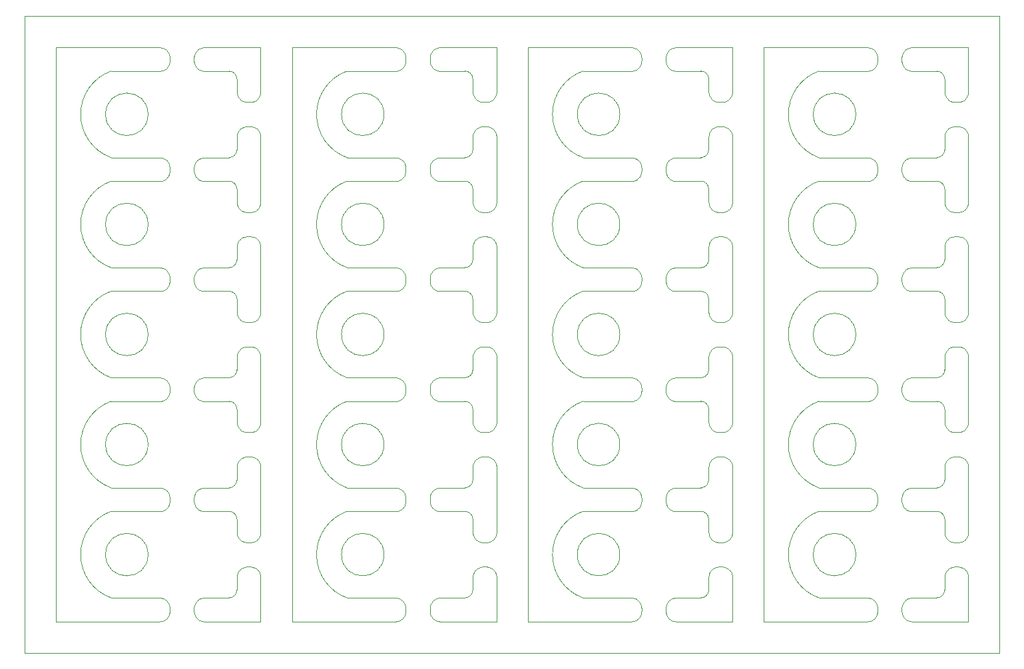
<source format=gbr>
%TF.GenerationSoftware,KiCad,Pcbnew,6.0.0-rc1-unknown-c40e921cb3~144~ubuntu18.04.1*%
%TF.CreationDate,2021-12-01T16:53:05+00:00*%
%TF.ProjectId,output.panel20,6f757470-7574-42e7-9061-6e656c32302e,rev?*%
%TF.SameCoordinates,PX9896800PY7270e00*%
%TF.FileFunction,Profile,NP*%
%FSLAX46Y46*%
G04 Gerber Fmt 4.6, Leading zero omitted, Abs format (unit mm)*
G04 Created by KiCad (PCBNEW 6.0.0-rc1-unknown-c40e921cb3~144~ubuntu18.04.1) date 2021-12-01 16:53:05*
%MOMM*%
%LPD*%
G01*
G04 APERTURE LIST*
%TA.AperFunction,Profile*%
%ADD10C,0.050000*%
%TD*%
%TA.AperFunction,Profile*%
%ADD11C,0.100000*%
%TD*%
G04 APERTURE END LIST*
D10*
X-47000000Y60000000D02*
G75*
G03*
X-47000000Y49000000I1972703J-5500000D01*
G01*
X-62000000Y49000000D02*
G75*
G03*
X-61000000Y50000000I1J999999D01*
G01*
X-2000000Y49000000D02*
G75*
G03*
X-1000000Y50000000I1J999999D01*
G01*
X-77000000Y18000000D02*
G75*
G03*
X-77000000Y7000000I1972703J-5500000D01*
G01*
X-47000000Y4000000D02*
G75*
G03*
X-47000000Y-7000000I1972703J-5500000D01*
G01*
X-1000000Y3000000D02*
G75*
G03*
X-2000000Y4000000I-999999J1D01*
G01*
X-47000000Y46000000D02*
G75*
G03*
X-47000000Y35000000I1972703J-5500000D01*
G01*
X-47000000Y18000000D02*
G75*
G03*
X-47000000Y7000000I1972703J-5500000D01*
G01*
X-32000000Y-7000000D02*
G75*
G03*
X-31000000Y-6000000I1J999999D01*
G01*
X-88000000Y-14000000D02*
X-88000000Y4000000D01*
X-17000000Y60000000D02*
G75*
G03*
X-17000000Y49000000I1972703J-5500000D01*
G01*
X6000000Y63000000D02*
X6000000Y-10000000D01*
X-24000000Y63000000D02*
X-24000000Y-10000000D01*
X-62000000Y7000000D02*
G75*
G03*
X-61000000Y8000000I1J999999D01*
G01*
X-31000000Y17000000D02*
G75*
G03*
X-32000000Y18000000I-999999J1D01*
G01*
X-77000000Y4000000D02*
G75*
G03*
X-77000000Y-7000000I1972703J-5500000D01*
G01*
X-31000000Y59000000D02*
G75*
G03*
X-32000000Y60000000I-999999J1D01*
G01*
X-61000000Y3000000D02*
G75*
G03*
X-62000000Y4000000I-999999J1D01*
G01*
X-77000000Y46000000D02*
G75*
G03*
X-77000000Y35000000I1972703J-5500000D01*
G01*
X28000000Y-7000000D02*
G75*
G03*
X29000000Y-6000000I1J999999D01*
G01*
X17700000Y40500000D02*
G75*
G03*
X17700000Y40500000I-2700000J0D01*
G01*
X-32000000Y21000000D02*
G75*
G03*
X-31000000Y22000000I1J999999D01*
G01*
X-12300000Y12500000D02*
G75*
G03*
X-12300000Y12500000I-2700000J0D01*
G01*
X13000000Y32000000D02*
G75*
G03*
X13000000Y21000000I1972703J-5500000D01*
G01*
X29000000Y3000000D02*
G75*
G03*
X28000000Y4000000I-999999J1D01*
G01*
X-2000000Y7000000D02*
G75*
G03*
X-1000000Y8000000I1J999999D01*
G01*
X-47000000Y32000000D02*
G75*
G03*
X-47000000Y21000000I1972703J-5500000D01*
G01*
X-2000000Y21000000D02*
G75*
G03*
X-1000000Y22000000I1J999999D01*
G01*
X-72300000Y26500000D02*
G75*
G03*
X-72300000Y26500000I-2700000J0D01*
G01*
X28000000Y7000000D02*
G75*
G03*
X29000000Y8000000I1J999999D01*
G01*
X-72300000Y-1500000D02*
G75*
G03*
X-72300000Y-1500000I-2700000J0D01*
G01*
X-42300000Y54500000D02*
G75*
G03*
X-42300000Y54500000I-2700000J0D01*
G01*
X-72300000Y12500000D02*
G75*
G03*
X-72300000Y12500000I-2700000J0D01*
G01*
X28000000Y21000000D02*
G75*
G03*
X29000000Y22000000I1J999999D01*
G01*
X-31000000Y3000000D02*
G75*
G03*
X-32000000Y4000000I-999999J1D01*
G01*
X-61000000Y59000000D02*
G75*
G03*
X-62000000Y60000000I-999999J1D01*
G01*
X-61000000Y45000000D02*
G75*
G03*
X-62000000Y46000000I-999999J1D01*
G01*
X-32000000Y7000000D02*
G75*
G03*
X-31000000Y8000000I1J999999D01*
G01*
X29000000Y59000000D02*
G75*
G03*
X28000000Y60000000I-999999J1D01*
G01*
X-17000000Y32000000D02*
G75*
G03*
X-17000000Y21000000I1972703J-5500000D01*
G01*
X-77000000Y32000000D02*
G75*
G03*
X-77000000Y21000000I1972703J-5500000D01*
G01*
X29000000Y31000000D02*
G75*
G03*
X28000000Y32000000I-999999J1D01*
G01*
X36000000Y4000000D02*
X36000000Y-14000000D01*
X-88000000Y63000000D02*
X-88000000Y67000000D01*
X17700000Y12500000D02*
G75*
G03*
X17700000Y12500000I-2700000J0D01*
G01*
X-1000000Y17000000D02*
G75*
G03*
X-2000000Y18000000I-999999J1D01*
G01*
X17700000Y-1500000D02*
G75*
G03*
X17700000Y-1500000I-2700000J0D01*
G01*
X-54000000Y63000000D02*
X-54000000Y-10000000D01*
X-17000000Y4000000D02*
G75*
G03*
X-17000000Y-7000000I1972703J-5500000D01*
G01*
X-31000000Y31000000D02*
G75*
G03*
X-32000000Y32000000I-999999J1D01*
G01*
X29000000Y45000000D02*
G75*
G03*
X28000000Y46000000I-999999J1D01*
G01*
X-17000000Y18000000D02*
G75*
G03*
X-17000000Y7000000I1972703J-5500000D01*
G01*
X-2000000Y-7000000D02*
G75*
G03*
X-1000000Y-6000000I1J999999D01*
G01*
X-72300000Y40500000D02*
G75*
G03*
X-72300000Y40500000I-2700000J0D01*
G01*
X-12300000Y40500000D02*
G75*
G03*
X-12300000Y40500000I-2700000J0D01*
G01*
X17700000Y54500000D02*
G75*
G03*
X17700000Y54500000I-2700000J0D01*
G01*
X-61000000Y31000000D02*
G75*
G03*
X-62000000Y32000000I-999999J1D01*
G01*
X-1000000Y59000000D02*
G75*
G03*
X-2000000Y60000000I-999999J1D01*
G01*
X-12300000Y26500000D02*
G75*
G03*
X-12300000Y26500000I-2700000J0D01*
G01*
X-12300000Y54500000D02*
G75*
G03*
X-12300000Y54500000I-2700000J0D01*
G01*
X-2000000Y35000000D02*
G75*
G03*
X-1000000Y36000000I1J999999D01*
G01*
X17700000Y26500000D02*
G75*
G03*
X17700000Y26500000I-2700000J0D01*
G01*
X-77000000Y60000000D02*
G75*
G03*
X-77000000Y49000000I1972703J-5500000D01*
G01*
X-62000000Y21000000D02*
G75*
G03*
X-61000000Y22000000I1J999999D01*
G01*
X-31000000Y45000000D02*
G75*
G03*
X-32000000Y46000000I-999999J1D01*
G01*
X-42300000Y12500000D02*
G75*
G03*
X-42300000Y12500000I-2700000J0D01*
G01*
X-32000000Y35000000D02*
G75*
G03*
X-31000000Y36000000I1J999999D01*
G01*
X36000000Y63000000D02*
X36000000Y4000000D01*
X-61000000Y17000000D02*
G75*
G03*
X-62000000Y18000000I-999999J1D01*
G01*
X-88000000Y67000000D02*
X36000000Y67000000D01*
X36000000Y67000000D02*
X36000000Y63000000D01*
X13000000Y18000000D02*
G75*
G03*
X13000000Y7000000I1972703J-5500000D01*
G01*
X-42300000Y26500000D02*
G75*
G03*
X-42300000Y26500000I-2700000J0D01*
G01*
X-42300000Y-1500000D02*
G75*
G03*
X-42300000Y-1500000I-2700000J0D01*
G01*
X-72300000Y54500000D02*
G75*
G03*
X-72300000Y54500000I-2700000J0D01*
G01*
X-32000000Y49000000D02*
G75*
G03*
X-31000000Y50000000I1J999999D01*
G01*
X28000000Y35000000D02*
G75*
G03*
X29000000Y36000000I1J999999D01*
G01*
X-1000000Y45000000D02*
G75*
G03*
X-2000000Y46000000I-999999J1D01*
G01*
X-12300000Y-1500000D02*
G75*
G03*
X-12300000Y-1500000I-2700000J0D01*
G01*
X28000000Y49000000D02*
G75*
G03*
X29000000Y50000000I1J999999D01*
G01*
X36000000Y-14000000D02*
X-88000000Y-14000000D01*
X-62000000Y-7000000D02*
G75*
G03*
X-61000000Y-6000000I1J999999D01*
G01*
X-62000000Y35000000D02*
G75*
G03*
X-61000000Y36000000I1J999999D01*
G01*
X13000000Y46000000D02*
G75*
G03*
X13000000Y35000000I1972703J-5500000D01*
G01*
X13000000Y4000000D02*
G75*
G03*
X13000000Y-7000000I1972703J-5500000D01*
G01*
X-1000000Y31000000D02*
G75*
G03*
X-2000000Y32000000I-999999J1D01*
G01*
X13000000Y60000000D02*
G75*
G03*
X13000000Y49000000I1972703J-5500000D01*
G01*
X29000000Y17000000D02*
G75*
G03*
X28000000Y18000000I-999999J1D01*
G01*
X-17000000Y46000000D02*
G75*
G03*
X-17000000Y35000000I1972703J-5500000D01*
G01*
X-88000000Y63000000D02*
X-88000000Y4000000D01*
X-84000000Y63000000D02*
X-84000000Y-10000000D01*
X-42300000Y40500000D02*
G75*
G03*
X-42300000Y40500000I-2700000J0D01*
G01*
D11*
X-40799997Y21000000D02*
X-47000000Y21000000D01*
X-35199994Y21000000D02*
X-32000000Y21000000D01*
X-40799997Y18000000D02*
X-47000000Y18000000D01*
X-35199994Y18000000D02*
X-32000000Y18000000D01*
X-40799997Y18000000D02*
X-40700293Y18007687D01*
X-40799997Y21000000D02*
X-40700293Y20992313D01*
X-40700293Y18007687D02*
X-40601475Y18023015D01*
X-40700293Y20992313D02*
X-40601475Y20976985D01*
X-40601475Y18023015D02*
X-40504128Y18045893D01*
X-40601475Y20976985D02*
X-40504128Y20954107D01*
X-40504128Y18045893D02*
X-40408828Y18076186D01*
X-40504128Y20954107D02*
X-40408828Y20923814D01*
X-40408828Y18076186D02*
X-40316138Y18113715D01*
X-40408828Y20923814D02*
X-40316138Y20886285D01*
X-40316138Y18113715D02*
X-40226607Y18158258D01*
X-40316138Y20886285D02*
X-40226607Y20841742D01*
X-40226607Y18158258D02*
X-40140765Y18209551D01*
X-40226607Y20841742D02*
X-40140765Y20790449D01*
X-40140765Y18209551D02*
X-40059120Y18267291D01*
X-40140765Y20790449D02*
X-40059120Y20732709D01*
X-40059120Y18267291D02*
X-39982155Y18331136D01*
X-40059120Y20732709D02*
X-39982155Y20668864D01*
X-39982155Y18331136D02*
X-39910325Y18400708D01*
X-39982155Y20668864D02*
X-39910325Y20599292D01*
X-39910325Y18400708D02*
X-39844055Y18475595D01*
X-39910325Y20599292D02*
X-39844055Y20524405D01*
X-39844055Y18475595D02*
X-39783737Y18555354D01*
X-39844055Y20524405D02*
X-39783737Y20444646D01*
X-39783737Y18555354D02*
X-39729728Y18639513D01*
X-39783737Y20444646D02*
X-39729728Y20360487D01*
X-39729728Y18639513D02*
X-39682348Y18727574D01*
X-39729728Y20360487D02*
X-39682348Y20272426D01*
X-39682348Y18727574D02*
X-39641877Y18819016D01*
X-39682348Y20272426D02*
X-39641877Y20180984D01*
X-39641877Y18819016D02*
X-39608555Y18913298D01*
X-39641877Y20180984D02*
X-39608555Y20086702D01*
X-39608555Y18913298D02*
X-39582579Y19009862D01*
X-39608555Y20086702D02*
X-39582579Y19990138D01*
X-39582579Y19009862D02*
X-39564102Y19108137D01*
X-39582579Y19990138D02*
X-39564102Y19891863D01*
X-39564102Y19108137D02*
X-39553234Y19207542D01*
X-39564102Y19891863D02*
X-39553234Y19792458D01*
X-39553234Y19207542D02*
X-39550039Y19307488D01*
X-39553234Y19792458D02*
X-39550039Y19692512D01*
X-39550039Y19692512D02*
X-39550039Y19307488D01*
X-35199994Y18000000D02*
X-35299698Y18007687D01*
X-35199994Y21000000D02*
X-35299698Y20992313D01*
X-35299698Y18007687D02*
X-35398516Y18023015D01*
X-35299698Y20992313D02*
X-35398516Y20976985D01*
X-35398516Y18023015D02*
X-35495863Y18045893D01*
X-35398516Y20976985D02*
X-35495863Y20954107D01*
X-35495863Y18045893D02*
X-35591163Y18076186D01*
X-35495863Y20954107D02*
X-35591163Y20923814D01*
X-35591163Y18076186D02*
X-35683853Y18113715D01*
X-35591163Y20923814D02*
X-35683853Y20886285D01*
X-35683853Y18113715D02*
X-35773384Y18158258D01*
X-35683853Y20886285D02*
X-35773384Y20841742D01*
X-35773384Y18158258D02*
X-35859226Y18209551D01*
X-35773384Y20841742D02*
X-35859226Y20790449D01*
X-35859226Y18209551D02*
X-35940871Y18267291D01*
X-35859226Y20790449D02*
X-35940871Y20732709D01*
X-35940871Y18267291D02*
X-36017836Y18331136D01*
X-35940871Y20732709D02*
X-36017836Y20668864D01*
X-36017836Y18331136D02*
X-36089666Y18400708D01*
X-36017836Y20668864D02*
X-36089666Y20599292D01*
X-36089666Y18400708D02*
X-36155936Y18475595D01*
X-36089666Y20599292D02*
X-36155936Y20524405D01*
X-36155936Y18475595D02*
X-36216254Y18555354D01*
X-36155936Y20524405D02*
X-36216254Y20444646D01*
X-36216254Y18555354D02*
X-36270263Y18639513D01*
X-36216254Y20444646D02*
X-36270263Y20360487D01*
X-36270263Y18639513D02*
X-36317643Y18727574D01*
X-36270263Y20360487D02*
X-36317643Y20272426D01*
X-36317643Y18727574D02*
X-36358114Y18819016D01*
X-36317643Y20272426D02*
X-36358114Y20180984D01*
X-36358114Y18819016D02*
X-36391436Y18913298D01*
X-36358114Y20180984D02*
X-36391436Y20086702D01*
X-36391436Y18913298D02*
X-36417412Y19009862D01*
X-36391436Y20086702D02*
X-36417412Y19990138D01*
X-36417412Y19009862D02*
X-36435889Y19108137D01*
X-36417412Y19990138D02*
X-36435889Y19891863D01*
X-36435889Y19108137D02*
X-36446757Y19207542D01*
X-36435889Y19891863D02*
X-36446757Y19792458D01*
X-36446757Y19207542D02*
X-36449952Y19307488D01*
X-36446757Y19792458D02*
X-36449952Y19692512D01*
X-36449952Y19692512D02*
X-36449952Y19307488D01*
X-31000000Y43299997D02*
X-31000000Y45000000D01*
X-31000000Y37700003D02*
X-31000000Y36000000D01*
X-28000000Y43299972D02*
X-28007687Y43200268D01*
X-31000000Y43299997D02*
X-30992313Y43200293D01*
X-28007687Y43200268D02*
X-28023015Y43101450D01*
X-30992313Y43200293D02*
X-30976985Y43101475D01*
X-28023015Y43101450D02*
X-28045893Y43004103D01*
X-30976985Y43101475D02*
X-30954107Y43004128D01*
X-28045893Y43004103D02*
X-28076186Y42908803D01*
X-30954107Y43004128D02*
X-30923814Y42908828D01*
X-28076186Y42908803D02*
X-28113715Y42816113D01*
X-30923814Y42908828D02*
X-30886285Y42816138D01*
X-28113715Y42816113D02*
X-28158258Y42726582D01*
X-30886285Y42816138D02*
X-30841742Y42726607D01*
X-28158258Y42726582D02*
X-28209551Y42640740D01*
X-30841742Y42726607D02*
X-30790449Y42640765D01*
X-28209551Y42640740D02*
X-28267291Y42559095D01*
X-30790449Y42640765D02*
X-30732709Y42559120D01*
X-28267291Y42559095D02*
X-28331136Y42482130D01*
X-30732709Y42559120D02*
X-30668864Y42482155D01*
X-28331136Y42482130D02*
X-28400708Y42410300D01*
X-30668864Y42482155D02*
X-30599292Y42410325D01*
X-28400708Y42410300D02*
X-28475595Y42344030D01*
X-30599292Y42410325D02*
X-30524405Y42344055D01*
X-28475595Y42344030D02*
X-28555354Y42283712D01*
X-30524405Y42344055D02*
X-30444646Y42283737D01*
X-28555354Y42283712D02*
X-28639513Y42229703D01*
X-30444646Y42283737D02*
X-30360487Y42229728D01*
X-28639513Y42229703D02*
X-28727574Y42182323D01*
X-30360487Y42229728D02*
X-30272426Y42182348D01*
X-28727574Y42182323D02*
X-28819016Y42141852D01*
X-30272426Y42182348D02*
X-30180984Y42141877D01*
X-28819016Y42141852D02*
X-28913298Y42108530D01*
X-30180984Y42141877D02*
X-30086702Y42108555D01*
X-28913298Y42108530D02*
X-29009862Y42082554D01*
X-30086702Y42108555D02*
X-29990138Y42082579D01*
X-29009862Y42082554D02*
X-29108137Y42064077D01*
X-29990138Y42082579D02*
X-29891863Y42064102D01*
X-29108137Y42064077D02*
X-29207542Y42053209D01*
X-29891863Y42064102D02*
X-29792458Y42053234D01*
X-29207542Y42053209D02*
X-29307488Y42050014D01*
X-29792458Y42053234D02*
X-29692512Y42050039D01*
X-29307488Y42050014D02*
X-29692512Y42050039D01*
X-31000000Y37700003D02*
X-30992313Y37799707D01*
X-28000000Y37699997D02*
X-28007687Y37799701D01*
X-30992313Y37799707D02*
X-30976985Y37898525D01*
X-28007687Y37799701D02*
X-28023015Y37898519D01*
X-30976985Y37898525D02*
X-30954107Y37995872D01*
X-28023015Y37898519D02*
X-28045893Y37995866D01*
X-30954107Y37995872D02*
X-30923814Y38091172D01*
X-28045893Y37995866D02*
X-28076186Y38091166D01*
X-30923814Y38091172D02*
X-30886285Y38183862D01*
X-28076186Y38091166D02*
X-28113715Y38183856D01*
X-30886285Y38183862D02*
X-30841742Y38273393D01*
X-28113715Y38183856D02*
X-28158258Y38273387D01*
X-30841742Y38273393D02*
X-30790449Y38359235D01*
X-28158258Y38273387D02*
X-28209551Y38359229D01*
X-30790449Y38359235D02*
X-30732709Y38440880D01*
X-28209551Y38359229D02*
X-28267291Y38440874D01*
X-30732709Y38440880D02*
X-30668864Y38517845D01*
X-28267291Y38440874D02*
X-28331136Y38517839D01*
X-30668864Y38517845D02*
X-30599292Y38589675D01*
X-28331136Y38517839D02*
X-28400708Y38589669D01*
X-30599292Y38589675D02*
X-30524405Y38655945D01*
X-28400708Y38589669D02*
X-28475595Y38655939D01*
X-30524405Y38655945D02*
X-30444646Y38716263D01*
X-28475595Y38655939D02*
X-28555354Y38716257D01*
X-30444646Y38716263D02*
X-30360487Y38770272D01*
X-28555354Y38716257D02*
X-28639513Y38770266D01*
X-30360487Y38770272D02*
X-30272426Y38817652D01*
X-28639513Y38770266D02*
X-28727574Y38817646D01*
X-30272426Y38817652D02*
X-30180984Y38858123D01*
X-28727574Y38817646D02*
X-28819016Y38858117D01*
X-30180984Y38858123D02*
X-30086702Y38891445D01*
X-28819016Y38858117D02*
X-28913298Y38891439D01*
X-30086702Y38891445D02*
X-29990138Y38917421D01*
X-28913298Y38891439D02*
X-29009862Y38917415D01*
X-29990138Y38917421D02*
X-29891863Y38935898D01*
X-29009862Y38917415D02*
X-29108137Y38935892D01*
X-29891863Y38935898D02*
X-29792458Y38946766D01*
X-29108137Y38935892D02*
X-29207542Y38946760D01*
X-29792458Y38946766D02*
X-29692512Y38949961D01*
X-29207542Y38946760D02*
X-29307488Y38949955D01*
X-29307488Y38949955D02*
X-29692512Y38949961D01*
X-70799997Y21000000D02*
X-77000000Y21000000D01*
X-65199994Y21000000D02*
X-62000000Y21000000D01*
X-70799997Y18000000D02*
X-77000000Y18000000D01*
X-65199994Y18000000D02*
X-62000000Y18000000D01*
X-70799997Y18000000D02*
X-70700293Y18007687D01*
X-70799997Y21000000D02*
X-70700293Y20992313D01*
X-70700293Y18007687D02*
X-70601475Y18023015D01*
X-70700293Y20992313D02*
X-70601475Y20976985D01*
X-70601475Y18023015D02*
X-70504128Y18045893D01*
X-70601475Y20976985D02*
X-70504128Y20954107D01*
X-70504128Y18045893D02*
X-70408828Y18076186D01*
X-70504128Y20954107D02*
X-70408828Y20923814D01*
X-70408828Y18076186D02*
X-70316138Y18113715D01*
X-70408828Y20923814D02*
X-70316138Y20886285D01*
X-70316138Y18113715D02*
X-70226607Y18158258D01*
X-70316138Y20886285D02*
X-70226607Y20841742D01*
X-70226607Y18158258D02*
X-70140765Y18209551D01*
X-70226607Y20841742D02*
X-70140765Y20790449D01*
X-70140765Y18209551D02*
X-70059120Y18267291D01*
X-70140765Y20790449D02*
X-70059120Y20732709D01*
X-70059120Y18267291D02*
X-69982155Y18331136D01*
X-70059120Y20732709D02*
X-69982155Y20668864D01*
X-69982155Y18331136D02*
X-69910325Y18400708D01*
X-69982155Y20668864D02*
X-69910325Y20599292D01*
X-69910325Y18400708D02*
X-69844055Y18475595D01*
X-69910325Y20599292D02*
X-69844055Y20524405D01*
X-69844055Y18475595D02*
X-69783737Y18555354D01*
X-69844055Y20524405D02*
X-69783737Y20444646D01*
X-69783737Y18555354D02*
X-69729728Y18639513D01*
X-69783737Y20444646D02*
X-69729728Y20360487D01*
X-69729728Y18639513D02*
X-69682348Y18727574D01*
X-69729728Y20360487D02*
X-69682348Y20272426D01*
X-69682348Y18727574D02*
X-69641877Y18819016D01*
X-69682348Y20272426D02*
X-69641877Y20180984D01*
X-69641877Y18819016D02*
X-69608555Y18913298D01*
X-69641877Y20180984D02*
X-69608555Y20086702D01*
X-69608555Y18913298D02*
X-69582579Y19009862D01*
X-69608555Y20086702D02*
X-69582579Y19990138D01*
X-69582579Y19009862D02*
X-69564102Y19108137D01*
X-69582579Y19990138D02*
X-69564102Y19891863D01*
X-69564102Y19108137D02*
X-69553234Y19207542D01*
X-69564102Y19891863D02*
X-69553234Y19792458D01*
X-69553234Y19207542D02*
X-69550039Y19307488D01*
X-69553234Y19792458D02*
X-69550039Y19692512D01*
X-69550039Y19692512D02*
X-69550039Y19307488D01*
X-65199994Y18000000D02*
X-65299698Y18007687D01*
X-65199994Y21000000D02*
X-65299698Y20992313D01*
X-65299698Y18007687D02*
X-65398516Y18023015D01*
X-65299698Y20992313D02*
X-65398516Y20976985D01*
X-65398516Y18023015D02*
X-65495863Y18045893D01*
X-65398516Y20976985D02*
X-65495863Y20954107D01*
X-65495863Y18045893D02*
X-65591163Y18076186D01*
X-65495863Y20954107D02*
X-65591163Y20923814D01*
X-65591163Y18076186D02*
X-65683853Y18113715D01*
X-65591163Y20923814D02*
X-65683853Y20886285D01*
X-65683853Y18113715D02*
X-65773384Y18158258D01*
X-65683853Y20886285D02*
X-65773384Y20841742D01*
X-65773384Y18158258D02*
X-65859226Y18209551D01*
X-65773384Y20841742D02*
X-65859226Y20790449D01*
X-65859226Y18209551D02*
X-65940871Y18267291D01*
X-65859226Y20790449D02*
X-65940871Y20732709D01*
X-65940871Y18267291D02*
X-66017836Y18331136D01*
X-65940871Y20732709D02*
X-66017836Y20668864D01*
X-66017836Y18331136D02*
X-66089666Y18400708D01*
X-66017836Y20668864D02*
X-66089666Y20599292D01*
X-66089666Y18400708D02*
X-66155936Y18475595D01*
X-66089666Y20599292D02*
X-66155936Y20524405D01*
X-66155936Y18475595D02*
X-66216254Y18555354D01*
X-66155936Y20524405D02*
X-66216254Y20444646D01*
X-66216254Y18555354D02*
X-66270263Y18639513D01*
X-66216254Y20444646D02*
X-66270263Y20360487D01*
X-66270263Y18639513D02*
X-66317643Y18727574D01*
X-66270263Y20360487D02*
X-66317643Y20272426D01*
X-66317643Y18727574D02*
X-66358114Y18819016D01*
X-66317643Y20272426D02*
X-66358114Y20180984D01*
X-66358114Y18819016D02*
X-66391436Y18913298D01*
X-66358114Y20180984D02*
X-66391436Y20086702D01*
X-66391436Y18913298D02*
X-66417412Y19009862D01*
X-66391436Y20086702D02*
X-66417412Y19990138D01*
X-66417412Y19009862D02*
X-66435889Y19108137D01*
X-66417412Y19990138D02*
X-66435889Y19891863D01*
X-66435889Y19108137D02*
X-66446757Y19207542D01*
X-66435889Y19891863D02*
X-66446757Y19792458D01*
X-66446757Y19207542D02*
X-66449952Y19307488D01*
X-66446757Y19792458D02*
X-66449952Y19692512D01*
X-66449952Y19692512D02*
X-66449952Y19307488D01*
X19200003Y49000000D02*
X13000000Y49000000D01*
X24800006Y49000000D02*
X28000000Y49000000D01*
X19200003Y46000000D02*
X13000000Y46000000D01*
X24800006Y46000000D02*
X28000000Y46000000D01*
X19200003Y46000000D02*
X19299707Y46007687D01*
X19200003Y49000000D02*
X19299707Y48992313D01*
X19299707Y46007687D02*
X19398525Y46023015D01*
X19299707Y48992313D02*
X19398525Y48976985D01*
X19398525Y46023015D02*
X19495872Y46045893D01*
X19398525Y48976985D02*
X19495872Y48954107D01*
X19495872Y46045893D02*
X19591172Y46076186D01*
X19495872Y48954107D02*
X19591172Y48923814D01*
X19591172Y46076186D02*
X19683862Y46113715D01*
X19591172Y48923814D02*
X19683862Y48886285D01*
X19683862Y46113715D02*
X19773393Y46158258D01*
X19683862Y48886285D02*
X19773393Y48841742D01*
X19773393Y46158258D02*
X19859235Y46209551D01*
X19773393Y48841742D02*
X19859235Y48790449D01*
X19859235Y46209551D02*
X19940880Y46267291D01*
X19859235Y48790449D02*
X19940880Y48732709D01*
X19940880Y46267291D02*
X20017845Y46331136D01*
X19940880Y48732709D02*
X20017845Y48668864D01*
X20017845Y46331136D02*
X20089675Y46400708D01*
X20017845Y48668864D02*
X20089675Y48599292D01*
X20089675Y46400708D02*
X20155945Y46475595D01*
X20089675Y48599292D02*
X20155945Y48524405D01*
X20155945Y46475595D02*
X20216263Y46555354D01*
X20155945Y48524405D02*
X20216263Y48444646D01*
X20216263Y46555354D02*
X20270272Y46639513D01*
X20216263Y48444646D02*
X20270272Y48360487D01*
X20270272Y46639513D02*
X20317652Y46727574D01*
X20270272Y48360487D02*
X20317652Y48272426D01*
X20317652Y46727574D02*
X20358123Y46819016D01*
X20317652Y48272426D02*
X20358123Y48180984D01*
X20358123Y46819016D02*
X20391445Y46913298D01*
X20358123Y48180984D02*
X20391445Y48086702D01*
X20391445Y46913298D02*
X20417421Y47009862D01*
X20391445Y48086702D02*
X20417421Y47990138D01*
X20417421Y47009862D02*
X20435898Y47108137D01*
X20417421Y47990138D02*
X20435898Y47891863D01*
X20435898Y47108137D02*
X20446766Y47207542D01*
X20435898Y47891863D02*
X20446766Y47792458D01*
X20446766Y47207542D02*
X20449961Y47307488D01*
X20446766Y47792458D02*
X20449961Y47692512D01*
X20449961Y47692512D02*
X20449961Y47307488D01*
X24800006Y46000000D02*
X24700302Y46007687D01*
X24800006Y49000000D02*
X24700302Y48992313D01*
X24700302Y46007687D02*
X24601484Y46023015D01*
X24700302Y48992313D02*
X24601484Y48976985D01*
X24601484Y46023015D02*
X24504137Y46045893D01*
X24601484Y48976985D02*
X24504137Y48954107D01*
X24504137Y46045893D02*
X24408837Y46076186D01*
X24504137Y48954107D02*
X24408837Y48923814D01*
X24408837Y46076186D02*
X24316147Y46113715D01*
X24408837Y48923814D02*
X24316147Y48886285D01*
X24316147Y46113715D02*
X24226616Y46158258D01*
X24316147Y48886285D02*
X24226616Y48841742D01*
X24226616Y46158258D02*
X24140774Y46209551D01*
X24226616Y48841742D02*
X24140774Y48790449D01*
X24140774Y46209551D02*
X24059129Y46267291D01*
X24140774Y48790449D02*
X24059129Y48732709D01*
X24059129Y46267291D02*
X23982164Y46331136D01*
X24059129Y48732709D02*
X23982164Y48668864D01*
X23982164Y46331136D02*
X23910334Y46400708D01*
X23982164Y48668864D02*
X23910334Y48599292D01*
X23910334Y46400708D02*
X23844064Y46475595D01*
X23910334Y48599292D02*
X23844064Y48524405D01*
X23844064Y46475595D02*
X23783746Y46555354D01*
X23844064Y48524405D02*
X23783746Y48444646D01*
X23783746Y46555354D02*
X23729737Y46639513D01*
X23783746Y48444646D02*
X23729737Y48360487D01*
X23729737Y46639513D02*
X23682357Y46727574D01*
X23729737Y48360487D02*
X23682357Y48272426D01*
X23682357Y46727574D02*
X23641886Y46819016D01*
X23682357Y48272426D02*
X23641886Y48180984D01*
X23641886Y46819016D02*
X23608564Y46913298D01*
X23641886Y48180984D02*
X23608564Y48086702D01*
X23608564Y46913298D02*
X23582588Y47009862D01*
X23608564Y48086702D02*
X23582588Y47990138D01*
X23582588Y47009862D02*
X23564111Y47108137D01*
X23582588Y47990138D02*
X23564111Y47891863D01*
X23564111Y47108137D02*
X23553243Y47207542D01*
X23564111Y47891863D02*
X23553243Y47792458D01*
X23553243Y47207542D02*
X23550048Y47307488D01*
X23553243Y47792458D02*
X23550048Y47692512D01*
X23550048Y47692512D02*
X23550048Y47307488D01*
X-40799997Y-7000000D02*
X-47000000Y-7000000D01*
X-35199994Y-7000000D02*
X-32000000Y-7000000D01*
X-40800000Y-10000000D02*
X-54000000Y-10000000D01*
X-35200000Y-10000000D02*
X-28000000Y-10000000D01*
X-40799997Y-7000000D02*
X-40700293Y-7007687D01*
X-40800000Y-10000000D02*
X-40700296Y-9992313D01*
X-40700293Y-7007687D02*
X-40601475Y-7023015D01*
X-40700296Y-9992313D02*
X-40601478Y-9976985D01*
X-40601475Y-7023015D02*
X-40504128Y-7045893D01*
X-40601478Y-9976985D02*
X-40504131Y-9954107D01*
X-40504128Y-7045893D02*
X-40408828Y-7076186D01*
X-40504131Y-9954107D02*
X-40408831Y-9923814D01*
X-40408828Y-7076186D02*
X-40316138Y-7113715D01*
X-40408831Y-9923814D02*
X-40316141Y-9886285D01*
X-40316138Y-7113715D02*
X-40226607Y-7158258D01*
X-40316141Y-9886285D02*
X-40226610Y-9841742D01*
X-40226607Y-7158258D02*
X-40140765Y-7209551D01*
X-40226610Y-9841742D02*
X-40140768Y-9790449D01*
X-40140765Y-7209551D02*
X-40059120Y-7267291D01*
X-40140768Y-9790449D02*
X-40059123Y-9732709D01*
X-40059120Y-7267291D02*
X-39982155Y-7331136D01*
X-40059123Y-9732709D02*
X-39982158Y-9668864D01*
X-39982155Y-7331136D02*
X-39910325Y-7400708D01*
X-39982158Y-9668864D02*
X-39910328Y-9599292D01*
X-39910325Y-7400708D02*
X-39844055Y-7475595D01*
X-39910328Y-9599292D02*
X-39844058Y-9524405D01*
X-39844055Y-7475595D02*
X-39783737Y-7555354D01*
X-39844058Y-9524405D02*
X-39783740Y-9444646D01*
X-39783737Y-7555354D02*
X-39729728Y-7639513D01*
X-39783740Y-9444646D02*
X-39729731Y-9360487D01*
X-39729728Y-7639513D02*
X-39682348Y-7727574D01*
X-39729731Y-9360487D02*
X-39682351Y-9272426D01*
X-39682348Y-7727574D02*
X-39641877Y-7819016D01*
X-39682351Y-9272426D02*
X-39641880Y-9180984D01*
X-39641877Y-7819016D02*
X-39608555Y-7913298D01*
X-39641880Y-9180984D02*
X-39608558Y-9086702D01*
X-39608555Y-7913298D02*
X-39582579Y-8009862D01*
X-39608558Y-9086702D02*
X-39582582Y-8990138D01*
X-39582579Y-8009862D02*
X-39564102Y-8108137D01*
X-39582582Y-8990138D02*
X-39564105Y-8891863D01*
X-39564102Y-8108137D02*
X-39553234Y-8207542D01*
X-39564105Y-8891863D02*
X-39553237Y-8792458D01*
X-39553234Y-8207542D02*
X-39550039Y-8307488D01*
X-39553237Y-8792458D02*
X-39550042Y-8692512D01*
X-39550039Y-8307488D02*
X-39550042Y-8692512D01*
X-35200000Y-10000000D02*
X-35299704Y-9992313D01*
X-35199994Y-7000000D02*
X-35299698Y-7007687D01*
X-35299704Y-9992313D02*
X-35398522Y-9976985D01*
X-35299698Y-7007687D02*
X-35398516Y-7023015D01*
X-35398522Y-9976985D02*
X-35495869Y-9954107D01*
X-35398516Y-7023015D02*
X-35495863Y-7045893D01*
X-35495869Y-9954107D02*
X-35591169Y-9923814D01*
X-35495863Y-7045893D02*
X-35591163Y-7076186D01*
X-35591169Y-9923814D02*
X-35683859Y-9886285D01*
X-35591163Y-7076186D02*
X-35683853Y-7113715D01*
X-35683859Y-9886285D02*
X-35773390Y-9841742D01*
X-35683853Y-7113715D02*
X-35773384Y-7158258D01*
X-35773390Y-9841742D02*
X-35859232Y-9790449D01*
X-35773384Y-7158258D02*
X-35859226Y-7209551D01*
X-35859232Y-9790449D02*
X-35940877Y-9732709D01*
X-35859226Y-7209551D02*
X-35940871Y-7267291D01*
X-35940877Y-9732709D02*
X-36017842Y-9668864D01*
X-35940871Y-7267291D02*
X-36017836Y-7331136D01*
X-36017842Y-9668864D02*
X-36089672Y-9599292D01*
X-36017836Y-7331136D02*
X-36089666Y-7400708D01*
X-36089672Y-9599292D02*
X-36155942Y-9524405D01*
X-36089666Y-7400708D02*
X-36155936Y-7475595D01*
X-36155942Y-9524405D02*
X-36216260Y-9444646D01*
X-36155936Y-7475595D02*
X-36216254Y-7555354D01*
X-36216260Y-9444646D02*
X-36270269Y-9360487D01*
X-36216254Y-7555354D02*
X-36270263Y-7639513D01*
X-36270269Y-9360487D02*
X-36317649Y-9272426D01*
X-36270263Y-7639513D02*
X-36317643Y-7727574D01*
X-36317649Y-9272426D02*
X-36358120Y-9180984D01*
X-36317643Y-7727574D02*
X-36358114Y-7819016D01*
X-36358120Y-9180984D02*
X-36391442Y-9086702D01*
X-36358114Y-7819016D02*
X-36391436Y-7913298D01*
X-36391442Y-9086702D02*
X-36417418Y-8990138D01*
X-36391436Y-7913298D02*
X-36417412Y-8009862D01*
X-36417418Y-8990138D02*
X-36435895Y-8891863D01*
X-36417412Y-8009862D02*
X-36435889Y-8108137D01*
X-36435895Y-8891863D02*
X-36446763Y-8792458D01*
X-36435889Y-8108137D02*
X-36446757Y-8207542D01*
X-36446763Y-8792458D02*
X-36449958Y-8692512D01*
X-36446757Y-8207542D02*
X-36449952Y-8307488D01*
X-36449952Y-8307488D02*
X-36449958Y-8692512D01*
X-58000000Y57300000D02*
X-58000000Y63000000D01*
X-61000000Y57299997D02*
X-61000000Y59000000D01*
X-61000000Y51700003D02*
X-61000000Y50000000D01*
X-61000000Y57299997D02*
X-60992313Y57200293D01*
X-58000000Y57300000D02*
X-58007687Y57200296D01*
X-60992313Y57200293D02*
X-60976985Y57101475D01*
X-58007687Y57200296D02*
X-58023015Y57101478D01*
X-60976985Y57101475D02*
X-60954107Y57004128D01*
X-58023015Y57101478D02*
X-58045893Y57004131D01*
X-60954107Y57004128D02*
X-60923814Y56908828D01*
X-58045893Y57004131D02*
X-58076186Y56908831D01*
X-60923814Y56908828D02*
X-60886285Y56816138D01*
X-58076186Y56908831D02*
X-58113715Y56816141D01*
X-60886285Y56816138D02*
X-60841742Y56726607D01*
X-58113715Y56816141D02*
X-58158258Y56726610D01*
X-60841742Y56726607D02*
X-60790449Y56640765D01*
X-58158258Y56726610D02*
X-58209551Y56640768D01*
X-60790449Y56640765D02*
X-60732709Y56559120D01*
X-58209551Y56640768D02*
X-58267291Y56559123D01*
X-60732709Y56559120D02*
X-60668864Y56482155D01*
X-58267291Y56559123D02*
X-58331136Y56482158D01*
X-60668864Y56482155D02*
X-60599292Y56410325D01*
X-58331136Y56482158D02*
X-58400708Y56410328D01*
X-60599292Y56410325D02*
X-60524405Y56344055D01*
X-58400708Y56410328D02*
X-58475595Y56344058D01*
X-60524405Y56344055D02*
X-60444646Y56283737D01*
X-58475595Y56344058D02*
X-58555354Y56283740D01*
X-60444646Y56283737D02*
X-60360487Y56229728D01*
X-58555354Y56283740D02*
X-58639513Y56229731D01*
X-60360487Y56229728D02*
X-60272426Y56182348D01*
X-58639513Y56229731D02*
X-58727574Y56182351D01*
X-60272426Y56182348D02*
X-60180984Y56141877D01*
X-58727574Y56182351D02*
X-58819016Y56141880D01*
X-60180984Y56141877D02*
X-60086702Y56108555D01*
X-58819016Y56141880D02*
X-58913298Y56108558D01*
X-60086702Y56108555D02*
X-59990138Y56082579D01*
X-58913298Y56108558D02*
X-59009862Y56082582D01*
X-59990138Y56082579D02*
X-59891863Y56064102D01*
X-59009862Y56082582D02*
X-59108137Y56064105D01*
X-59891863Y56064102D02*
X-59792458Y56053234D01*
X-59108137Y56064105D02*
X-59207542Y56053237D01*
X-59792458Y56053234D02*
X-59692512Y56050039D01*
X-59207542Y56053237D02*
X-59307488Y56050042D01*
X-59307488Y56050042D02*
X-59692512Y56050039D01*
X-61000000Y51700003D02*
X-60992313Y51799707D01*
X-58000000Y51699978D02*
X-58007687Y51799682D01*
X-60992313Y51799707D02*
X-60976985Y51898525D01*
X-58007687Y51799682D02*
X-58023015Y51898500D01*
X-60976985Y51898525D02*
X-60954107Y51995872D01*
X-58023015Y51898500D02*
X-58045893Y51995847D01*
X-60954107Y51995872D02*
X-60923814Y52091172D01*
X-58045893Y51995847D02*
X-58076186Y52091147D01*
X-60923814Y52091172D02*
X-60886285Y52183862D01*
X-58076186Y52091147D02*
X-58113715Y52183837D01*
X-60886285Y52183862D02*
X-60841742Y52273393D01*
X-58113715Y52183837D02*
X-58158258Y52273368D01*
X-60841742Y52273393D02*
X-60790449Y52359235D01*
X-58158258Y52273368D02*
X-58209551Y52359210D01*
X-60790449Y52359235D02*
X-60732709Y52440880D01*
X-58209551Y52359210D02*
X-58267291Y52440855D01*
X-60732709Y52440880D02*
X-60668864Y52517845D01*
X-58267291Y52440855D02*
X-58331136Y52517820D01*
X-60668864Y52517845D02*
X-60599292Y52589675D01*
X-58331136Y52517820D02*
X-58400708Y52589650D01*
X-60599292Y52589675D02*
X-60524405Y52655945D01*
X-58400708Y52589650D02*
X-58475595Y52655920D01*
X-60524405Y52655945D02*
X-60444646Y52716263D01*
X-58475595Y52655920D02*
X-58555354Y52716238D01*
X-60444646Y52716263D02*
X-60360487Y52770272D01*
X-58555354Y52716238D02*
X-58639513Y52770247D01*
X-60360487Y52770272D02*
X-60272426Y52817652D01*
X-58639513Y52770247D02*
X-58727574Y52817627D01*
X-60272426Y52817652D02*
X-60180984Y52858123D01*
X-58727574Y52817627D02*
X-58819016Y52858098D01*
X-60180984Y52858123D02*
X-60086702Y52891445D01*
X-58819016Y52858098D02*
X-58913298Y52891420D01*
X-60086702Y52891445D02*
X-59990138Y52917421D01*
X-58913298Y52891420D02*
X-59009862Y52917396D01*
X-59990138Y52917421D02*
X-59891863Y52935898D01*
X-59009862Y52917396D02*
X-59108137Y52935873D01*
X-59891863Y52935898D02*
X-59792458Y52946766D01*
X-59108137Y52935873D02*
X-59207542Y52946741D01*
X-59792458Y52946766D02*
X-59692512Y52949961D01*
X-59207542Y52946741D02*
X-59307488Y52949936D01*
X-59307488Y52949936D02*
X-59692512Y52949961D01*
X19200003Y-7000000D02*
X13000000Y-7000000D01*
X24800006Y-7000000D02*
X28000000Y-7000000D01*
X19200000Y-10000000D02*
X6000000Y-10000000D01*
X24800000Y-10000000D02*
X32000000Y-10000000D01*
X19200003Y-7000000D02*
X19299707Y-7007687D01*
X19200000Y-10000000D02*
X19299704Y-9992313D01*
X19299707Y-7007687D02*
X19398525Y-7023015D01*
X19299704Y-9992313D02*
X19398522Y-9976985D01*
X19398525Y-7023015D02*
X19495872Y-7045893D01*
X19398522Y-9976985D02*
X19495869Y-9954107D01*
X19495872Y-7045893D02*
X19591172Y-7076186D01*
X19495869Y-9954107D02*
X19591169Y-9923814D01*
X19591172Y-7076186D02*
X19683862Y-7113715D01*
X19591169Y-9923814D02*
X19683859Y-9886285D01*
X19683862Y-7113715D02*
X19773393Y-7158258D01*
X19683859Y-9886285D02*
X19773390Y-9841742D01*
X19773393Y-7158258D02*
X19859235Y-7209551D01*
X19773390Y-9841742D02*
X19859232Y-9790449D01*
X19859235Y-7209551D02*
X19940880Y-7267291D01*
X19859232Y-9790449D02*
X19940877Y-9732709D01*
X19940880Y-7267291D02*
X20017845Y-7331136D01*
X19940877Y-9732709D02*
X20017842Y-9668864D01*
X20017845Y-7331136D02*
X20089675Y-7400708D01*
X20017842Y-9668864D02*
X20089672Y-9599292D01*
X20089675Y-7400708D02*
X20155945Y-7475595D01*
X20089672Y-9599292D02*
X20155942Y-9524405D01*
X20155945Y-7475595D02*
X20216263Y-7555354D01*
X20155942Y-9524405D02*
X20216260Y-9444646D01*
X20216263Y-7555354D02*
X20270272Y-7639513D01*
X20216260Y-9444646D02*
X20270269Y-9360487D01*
X20270272Y-7639513D02*
X20317652Y-7727574D01*
X20270269Y-9360487D02*
X20317649Y-9272426D01*
X20317652Y-7727574D02*
X20358123Y-7819016D01*
X20317649Y-9272426D02*
X20358120Y-9180984D01*
X20358123Y-7819016D02*
X20391445Y-7913298D01*
X20358120Y-9180984D02*
X20391442Y-9086702D01*
X20391445Y-7913298D02*
X20417421Y-8009862D01*
X20391442Y-9086702D02*
X20417418Y-8990138D01*
X20417421Y-8009862D02*
X20435898Y-8108137D01*
X20417418Y-8990138D02*
X20435895Y-8891863D01*
X20435898Y-8108137D02*
X20446766Y-8207542D01*
X20435895Y-8891863D02*
X20446763Y-8792458D01*
X20446766Y-8207542D02*
X20449961Y-8307488D01*
X20446763Y-8792458D02*
X20449958Y-8692512D01*
X20449961Y-8307488D02*
X20449958Y-8692512D01*
X24800000Y-10000000D02*
X24700296Y-9992313D01*
X24800006Y-7000000D02*
X24700302Y-7007687D01*
X24700296Y-9992313D02*
X24601478Y-9976985D01*
X24700302Y-7007687D02*
X24601484Y-7023015D01*
X24601478Y-9976985D02*
X24504131Y-9954107D01*
X24601484Y-7023015D02*
X24504137Y-7045893D01*
X24504131Y-9954107D02*
X24408831Y-9923814D01*
X24504137Y-7045893D02*
X24408837Y-7076186D01*
X24408831Y-9923814D02*
X24316141Y-9886285D01*
X24408837Y-7076186D02*
X24316147Y-7113715D01*
X24316141Y-9886285D02*
X24226610Y-9841742D01*
X24316147Y-7113715D02*
X24226616Y-7158258D01*
X24226610Y-9841742D02*
X24140768Y-9790449D01*
X24226616Y-7158258D02*
X24140774Y-7209551D01*
X24140768Y-9790449D02*
X24059123Y-9732709D01*
X24140774Y-7209551D02*
X24059129Y-7267291D01*
X24059123Y-9732709D02*
X23982158Y-9668864D01*
X24059129Y-7267291D02*
X23982164Y-7331136D01*
X23982158Y-9668864D02*
X23910328Y-9599292D01*
X23982164Y-7331136D02*
X23910334Y-7400708D01*
X23910328Y-9599292D02*
X23844058Y-9524405D01*
X23910334Y-7400708D02*
X23844064Y-7475595D01*
X23844058Y-9524405D02*
X23783740Y-9444646D01*
X23844064Y-7475595D02*
X23783746Y-7555354D01*
X23783740Y-9444646D02*
X23729731Y-9360487D01*
X23783746Y-7555354D02*
X23729737Y-7639513D01*
X23729731Y-9360487D02*
X23682351Y-9272426D01*
X23729737Y-7639513D02*
X23682357Y-7727574D01*
X23682351Y-9272426D02*
X23641880Y-9180984D01*
X23682357Y-7727574D02*
X23641886Y-7819016D01*
X23641880Y-9180984D02*
X23608558Y-9086702D01*
X23641886Y-7819016D02*
X23608564Y-7913298D01*
X23608558Y-9086702D02*
X23582582Y-8990138D01*
X23608564Y-7913298D02*
X23582588Y-8009862D01*
X23582582Y-8990138D02*
X23564105Y-8891863D01*
X23582588Y-8009862D02*
X23564111Y-8108137D01*
X23564105Y-8891863D02*
X23553237Y-8792458D01*
X23564111Y-8108137D02*
X23553243Y-8207542D01*
X23553237Y-8792458D02*
X23550042Y-8692512D01*
X23553243Y-8207542D02*
X23550048Y-8307488D01*
X23550048Y-8307488D02*
X23550042Y-8692512D01*
X-10800000Y63000000D02*
X-24000000Y63000000D01*
X-5200000Y63000000D02*
X2000000Y63000000D01*
X-10799997Y60000000D02*
X-17000000Y60000000D01*
X-5199994Y60000000D02*
X-2000000Y60000000D01*
X-10799997Y60000000D02*
X-10700293Y60007687D01*
X-10800000Y63000000D02*
X-10700296Y62992313D01*
X-10700293Y60007687D02*
X-10601475Y60023015D01*
X-10700296Y62992313D02*
X-10601478Y62976985D01*
X-10601475Y60023015D02*
X-10504128Y60045893D01*
X-10601478Y62976985D02*
X-10504131Y62954107D01*
X-10504128Y60045893D02*
X-10408828Y60076186D01*
X-10504131Y62954107D02*
X-10408831Y62923814D01*
X-10408828Y60076186D02*
X-10316138Y60113715D01*
X-10408831Y62923814D02*
X-10316141Y62886285D01*
X-10316138Y60113715D02*
X-10226607Y60158258D01*
X-10316141Y62886285D02*
X-10226610Y62841742D01*
X-10226607Y60158258D02*
X-10140765Y60209551D01*
X-10226610Y62841742D02*
X-10140768Y62790449D01*
X-10140765Y60209551D02*
X-10059120Y60267291D01*
X-10140768Y62790449D02*
X-10059123Y62732709D01*
X-10059120Y60267291D02*
X-9982155Y60331136D01*
X-10059123Y62732709D02*
X-9982158Y62668864D01*
X-9982155Y60331136D02*
X-9910325Y60400708D01*
X-9982158Y62668864D02*
X-9910328Y62599292D01*
X-9910325Y60400708D02*
X-9844055Y60475595D01*
X-9910328Y62599292D02*
X-9844058Y62524405D01*
X-9844055Y60475595D02*
X-9783737Y60555354D01*
X-9844058Y62524405D02*
X-9783740Y62444646D01*
X-9783737Y60555354D02*
X-9729728Y60639513D01*
X-9783740Y62444646D02*
X-9729731Y62360487D01*
X-9729728Y60639513D02*
X-9682348Y60727574D01*
X-9729731Y62360487D02*
X-9682351Y62272426D01*
X-9682348Y60727574D02*
X-9641877Y60819016D01*
X-9682351Y62272426D02*
X-9641880Y62180984D01*
X-9641877Y60819016D02*
X-9608555Y60913298D01*
X-9641880Y62180984D02*
X-9608558Y62086702D01*
X-9608555Y60913298D02*
X-9582579Y61009862D01*
X-9608558Y62086702D02*
X-9582582Y61990138D01*
X-9582579Y61009862D02*
X-9564102Y61108137D01*
X-9582582Y61990138D02*
X-9564105Y61891863D01*
X-9564102Y61108137D02*
X-9553234Y61207542D01*
X-9564105Y61891863D02*
X-9553237Y61792458D01*
X-9553234Y61207542D02*
X-9550039Y61307488D01*
X-9553237Y61792458D02*
X-9550042Y61692512D01*
X-9550042Y61692512D02*
X-9550039Y61307488D01*
X-5200000Y63000000D02*
X-5299704Y62992313D01*
X-5199994Y60000000D02*
X-5299698Y60007687D01*
X-5299704Y62992313D02*
X-5398522Y62976985D01*
X-5299698Y60007687D02*
X-5398516Y60023015D01*
X-5398522Y62976985D02*
X-5495869Y62954107D01*
X-5398516Y60023015D02*
X-5495863Y60045893D01*
X-5495869Y62954107D02*
X-5591169Y62923814D01*
X-5495863Y60045893D02*
X-5591163Y60076186D01*
X-5591169Y62923814D02*
X-5683859Y62886285D01*
X-5591163Y60076186D02*
X-5683853Y60113715D01*
X-5683859Y62886285D02*
X-5773390Y62841742D01*
X-5683853Y60113715D02*
X-5773384Y60158258D01*
X-5773390Y62841742D02*
X-5859232Y62790449D01*
X-5773384Y60158258D02*
X-5859226Y60209551D01*
X-5859232Y62790449D02*
X-5940877Y62732709D01*
X-5859226Y60209551D02*
X-5940871Y60267291D01*
X-5940877Y62732709D02*
X-6017842Y62668864D01*
X-5940871Y60267291D02*
X-6017836Y60331136D01*
X-6017842Y62668864D02*
X-6089672Y62599292D01*
X-6017836Y60331136D02*
X-6089666Y60400708D01*
X-6089672Y62599292D02*
X-6155942Y62524405D01*
X-6089666Y60400708D02*
X-6155936Y60475595D01*
X-6155942Y62524405D02*
X-6216260Y62444646D01*
X-6155936Y60475595D02*
X-6216254Y60555354D01*
X-6216260Y62444646D02*
X-6270269Y62360487D01*
X-6216254Y60555354D02*
X-6270263Y60639513D01*
X-6270269Y62360487D02*
X-6317649Y62272426D01*
X-6270263Y60639513D02*
X-6317643Y60727574D01*
X-6317649Y62272426D02*
X-6358120Y62180984D01*
X-6317643Y60727574D02*
X-6358114Y60819016D01*
X-6358120Y62180984D02*
X-6391442Y62086702D01*
X-6358114Y60819016D02*
X-6391436Y60913298D01*
X-6391442Y62086702D02*
X-6417418Y61990138D01*
X-6391436Y60913298D02*
X-6417412Y61009862D01*
X-6417418Y61990138D02*
X-6435895Y61891863D01*
X-6417412Y61009862D02*
X-6435889Y61108137D01*
X-6435895Y61891863D02*
X-6446763Y61792458D01*
X-6435889Y61108137D02*
X-6446757Y61207542D01*
X-6446763Y61792458D02*
X-6449958Y61692512D01*
X-6446757Y61207542D02*
X-6449952Y61307488D01*
X-6449958Y61692512D02*
X-6449952Y61307488D01*
X19200000Y63000000D02*
X6000000Y63000000D01*
X24800000Y63000000D02*
X32000000Y63000000D01*
X19200003Y60000000D02*
X13000000Y60000000D01*
X24800006Y60000000D02*
X28000000Y60000000D01*
X19200003Y60000000D02*
X19299707Y60007687D01*
X19200000Y63000000D02*
X19299704Y62992313D01*
X19299707Y60007687D02*
X19398525Y60023015D01*
X19299704Y62992313D02*
X19398522Y62976985D01*
X19398525Y60023015D02*
X19495872Y60045893D01*
X19398522Y62976985D02*
X19495869Y62954107D01*
X19495872Y60045893D02*
X19591172Y60076186D01*
X19495869Y62954107D02*
X19591169Y62923814D01*
X19591172Y60076186D02*
X19683862Y60113715D01*
X19591169Y62923814D02*
X19683859Y62886285D01*
X19683862Y60113715D02*
X19773393Y60158258D01*
X19683859Y62886285D02*
X19773390Y62841742D01*
X19773393Y60158258D02*
X19859235Y60209551D01*
X19773390Y62841742D02*
X19859232Y62790449D01*
X19859235Y60209551D02*
X19940880Y60267291D01*
X19859232Y62790449D02*
X19940877Y62732709D01*
X19940880Y60267291D02*
X20017845Y60331136D01*
X19940877Y62732709D02*
X20017842Y62668864D01*
X20017845Y60331136D02*
X20089675Y60400708D01*
X20017842Y62668864D02*
X20089672Y62599292D01*
X20089675Y60400708D02*
X20155945Y60475595D01*
X20089672Y62599292D02*
X20155942Y62524405D01*
X20155945Y60475595D02*
X20216263Y60555354D01*
X20155942Y62524405D02*
X20216260Y62444646D01*
X20216263Y60555354D02*
X20270272Y60639513D01*
X20216260Y62444646D02*
X20270269Y62360487D01*
X20270272Y60639513D02*
X20317652Y60727574D01*
X20270269Y62360487D02*
X20317649Y62272426D01*
X20317652Y60727574D02*
X20358123Y60819016D01*
X20317649Y62272426D02*
X20358120Y62180984D01*
X20358123Y60819016D02*
X20391445Y60913298D01*
X20358120Y62180984D02*
X20391442Y62086702D01*
X20391445Y60913298D02*
X20417421Y61009862D01*
X20391442Y62086702D02*
X20417418Y61990138D01*
X20417421Y61009862D02*
X20435898Y61108137D01*
X20417418Y61990138D02*
X20435895Y61891863D01*
X20435898Y61108137D02*
X20446766Y61207542D01*
X20435895Y61891863D02*
X20446763Y61792458D01*
X20446766Y61207542D02*
X20449961Y61307488D01*
X20446763Y61792458D02*
X20449958Y61692512D01*
X20449958Y61692512D02*
X20449961Y61307488D01*
X24800000Y63000000D02*
X24700296Y62992313D01*
X24800006Y60000000D02*
X24700302Y60007687D01*
X24700296Y62992313D02*
X24601478Y62976985D01*
X24700302Y60007687D02*
X24601484Y60023015D01*
X24601478Y62976985D02*
X24504131Y62954107D01*
X24601484Y60023015D02*
X24504137Y60045893D01*
X24504131Y62954107D02*
X24408831Y62923814D01*
X24504137Y60045893D02*
X24408837Y60076186D01*
X24408831Y62923814D02*
X24316141Y62886285D01*
X24408837Y60076186D02*
X24316147Y60113715D01*
X24316141Y62886285D02*
X24226610Y62841742D01*
X24316147Y60113715D02*
X24226616Y60158258D01*
X24226610Y62841742D02*
X24140768Y62790449D01*
X24226616Y60158258D02*
X24140774Y60209551D01*
X24140768Y62790449D02*
X24059123Y62732709D01*
X24140774Y60209551D02*
X24059129Y60267291D01*
X24059123Y62732709D02*
X23982158Y62668864D01*
X24059129Y60267291D02*
X23982164Y60331136D01*
X23982158Y62668864D02*
X23910328Y62599292D01*
X23982164Y60331136D02*
X23910334Y60400708D01*
X23910328Y62599292D02*
X23844058Y62524405D01*
X23910334Y60400708D02*
X23844064Y60475595D01*
X23844058Y62524405D02*
X23783740Y62444646D01*
X23844064Y60475595D02*
X23783746Y60555354D01*
X23783740Y62444646D02*
X23729731Y62360487D01*
X23783746Y60555354D02*
X23729737Y60639513D01*
X23729731Y62360487D02*
X23682351Y62272426D01*
X23729737Y60639513D02*
X23682357Y60727574D01*
X23682351Y62272426D02*
X23641880Y62180984D01*
X23682357Y60727574D02*
X23641886Y60819016D01*
X23641880Y62180984D02*
X23608558Y62086702D01*
X23641886Y60819016D02*
X23608564Y60913298D01*
X23608558Y62086702D02*
X23582582Y61990138D01*
X23608564Y60913298D02*
X23582588Y61009862D01*
X23582582Y61990138D02*
X23564105Y61891863D01*
X23582588Y61009862D02*
X23564111Y61108137D01*
X23564105Y61891863D02*
X23553237Y61792458D01*
X23564111Y61108137D02*
X23553243Y61207542D01*
X23553237Y61792458D02*
X23550042Y61692512D01*
X23553243Y61207542D02*
X23550048Y61307488D01*
X23550042Y61692512D02*
X23550048Y61307488D01*
X-61000000Y29299997D02*
X-61000000Y31000000D01*
X-61000000Y23700003D02*
X-61000000Y22000000D01*
X-61000000Y29299997D02*
X-60992313Y29200293D01*
X-58000000Y29300031D02*
X-58007687Y29200327D01*
X-60992313Y29200293D02*
X-60976985Y29101475D01*
X-58007687Y29200327D02*
X-58023015Y29101509D01*
X-60976985Y29101475D02*
X-60954107Y29004128D01*
X-58023015Y29101509D02*
X-58045893Y29004162D01*
X-60954107Y29004128D02*
X-60923814Y28908828D01*
X-58045893Y29004162D02*
X-58076186Y28908862D01*
X-60923814Y28908828D02*
X-60886285Y28816138D01*
X-58076186Y28908862D02*
X-58113715Y28816172D01*
X-60886285Y28816138D02*
X-60841742Y28726607D01*
X-58113715Y28816172D02*
X-58158258Y28726641D01*
X-60841742Y28726607D02*
X-60790449Y28640765D01*
X-58158258Y28726641D02*
X-58209551Y28640799D01*
X-60790449Y28640765D02*
X-60732709Y28559120D01*
X-58209551Y28640799D02*
X-58267291Y28559154D01*
X-60732709Y28559120D02*
X-60668864Y28482155D01*
X-58267291Y28559154D02*
X-58331136Y28482189D01*
X-60668864Y28482155D02*
X-60599292Y28410325D01*
X-58331136Y28482189D02*
X-58400708Y28410359D01*
X-60599292Y28410325D02*
X-60524405Y28344055D01*
X-58400708Y28410359D02*
X-58475595Y28344089D01*
X-60524405Y28344055D02*
X-60444646Y28283737D01*
X-58475595Y28344089D02*
X-58555354Y28283771D01*
X-60444646Y28283737D02*
X-60360487Y28229728D01*
X-58555354Y28283771D02*
X-58639513Y28229762D01*
X-60360487Y28229728D02*
X-60272426Y28182348D01*
X-58639513Y28229762D02*
X-58727574Y28182382D01*
X-60272426Y28182348D02*
X-60180984Y28141877D01*
X-58727574Y28182382D02*
X-58819016Y28141911D01*
X-60180984Y28141877D02*
X-60086702Y28108555D01*
X-58819016Y28141911D02*
X-58913298Y28108589D01*
X-60086702Y28108555D02*
X-59990138Y28082579D01*
X-58913298Y28108589D02*
X-59009862Y28082613D01*
X-59990138Y28082579D02*
X-59891863Y28064102D01*
X-59009862Y28082613D02*
X-59108137Y28064136D01*
X-59891863Y28064102D02*
X-59792458Y28053234D01*
X-59108137Y28064136D02*
X-59207542Y28053268D01*
X-59792458Y28053234D02*
X-59692512Y28050039D01*
X-59207542Y28053268D02*
X-59307488Y28050073D01*
X-59307488Y28050073D02*
X-59692512Y28050039D01*
X-58000000Y23700025D02*
X-58007687Y23799729D01*
X-61000000Y23700003D02*
X-60992313Y23799707D01*
X-58007687Y23799729D02*
X-58023015Y23898547D01*
X-60992313Y23799707D02*
X-60976985Y23898525D01*
X-58023015Y23898547D02*
X-58045893Y23995894D01*
X-60976985Y23898525D02*
X-60954107Y23995872D01*
X-58045893Y23995894D02*
X-58076186Y24091194D01*
X-60954107Y23995872D02*
X-60923814Y24091172D01*
X-58076186Y24091194D02*
X-58113715Y24183884D01*
X-60923814Y24091172D02*
X-60886285Y24183862D01*
X-58113715Y24183884D02*
X-58158258Y24273415D01*
X-60886285Y24183862D02*
X-60841742Y24273393D01*
X-58158258Y24273415D02*
X-58209551Y24359257D01*
X-60841742Y24273393D02*
X-60790449Y24359235D01*
X-58209551Y24359257D02*
X-58267291Y24440902D01*
X-60790449Y24359235D02*
X-60732709Y24440880D01*
X-58267291Y24440902D02*
X-58331136Y24517867D01*
X-60732709Y24440880D02*
X-60668864Y24517845D01*
X-58331136Y24517867D02*
X-58400708Y24589697D01*
X-60668864Y24517845D02*
X-60599292Y24589675D01*
X-58400708Y24589697D02*
X-58475595Y24655967D01*
X-60599292Y24589675D02*
X-60524405Y24655945D01*
X-58475595Y24655967D02*
X-58555354Y24716285D01*
X-60524405Y24655945D02*
X-60444646Y24716263D01*
X-58555354Y24716285D02*
X-58639513Y24770294D01*
X-60444646Y24716263D02*
X-60360487Y24770272D01*
X-58639513Y24770294D02*
X-58727574Y24817674D01*
X-60360487Y24770272D02*
X-60272426Y24817652D01*
X-58727574Y24817674D02*
X-58819016Y24858145D01*
X-60272426Y24817652D02*
X-60180984Y24858123D01*
X-58819016Y24858145D02*
X-58913298Y24891467D01*
X-60180984Y24858123D02*
X-60086702Y24891445D01*
X-58913298Y24891467D02*
X-59009862Y24917443D01*
X-60086702Y24891445D02*
X-59990138Y24917421D01*
X-59009862Y24917443D02*
X-59108137Y24935920D01*
X-59990138Y24917421D02*
X-59891863Y24935898D01*
X-59108137Y24935920D02*
X-59207542Y24946788D01*
X-59891863Y24935898D02*
X-59792458Y24946766D01*
X-59207542Y24946788D02*
X-59307488Y24949983D01*
X-59792458Y24946766D02*
X-59692512Y24949961D01*
X-59307488Y24949983D02*
X-59692512Y24949961D01*
X19200003Y7000000D02*
X13000000Y7000000D01*
X24800006Y7000000D02*
X28000000Y7000000D01*
X19200003Y4000000D02*
X13000000Y4000000D01*
X24800006Y4000000D02*
X28000000Y4000000D01*
X19200003Y4000000D02*
X19299707Y4007687D01*
X19200003Y7000000D02*
X19299707Y6992313D01*
X19299707Y4007687D02*
X19398525Y4023015D01*
X19299707Y6992313D02*
X19398525Y6976985D01*
X19398525Y4023015D02*
X19495872Y4045893D01*
X19398525Y6976985D02*
X19495872Y6954107D01*
X19495872Y4045893D02*
X19591172Y4076186D01*
X19495872Y6954107D02*
X19591172Y6923814D01*
X19591172Y4076186D02*
X19683862Y4113715D01*
X19591172Y6923814D02*
X19683862Y6886285D01*
X19683862Y4113715D02*
X19773393Y4158258D01*
X19683862Y6886285D02*
X19773393Y6841742D01*
X19773393Y4158258D02*
X19859235Y4209551D01*
X19773393Y6841742D02*
X19859235Y6790449D01*
X19859235Y4209551D02*
X19940880Y4267291D01*
X19859235Y6790449D02*
X19940880Y6732709D01*
X19940880Y4267291D02*
X20017845Y4331136D01*
X19940880Y6732709D02*
X20017845Y6668864D01*
X20017845Y4331136D02*
X20089675Y4400708D01*
X20017845Y6668864D02*
X20089675Y6599292D01*
X20089675Y4400708D02*
X20155945Y4475595D01*
X20089675Y6599292D02*
X20155945Y6524405D01*
X20155945Y4475595D02*
X20216263Y4555354D01*
X20155945Y6524405D02*
X20216263Y6444646D01*
X20216263Y4555354D02*
X20270272Y4639513D01*
X20216263Y6444646D02*
X20270272Y6360487D01*
X20270272Y4639513D02*
X20317652Y4727574D01*
X20270272Y6360487D02*
X20317652Y6272426D01*
X20317652Y4727574D02*
X20358123Y4819016D01*
X20317652Y6272426D02*
X20358123Y6180984D01*
X20358123Y4819016D02*
X20391445Y4913298D01*
X20358123Y6180984D02*
X20391445Y6086702D01*
X20391445Y4913298D02*
X20417421Y5009862D01*
X20391445Y6086702D02*
X20417421Y5990138D01*
X20417421Y5009862D02*
X20435898Y5108137D01*
X20417421Y5990138D02*
X20435898Y5891863D01*
X20435898Y5108137D02*
X20446766Y5207542D01*
X20435898Y5891863D02*
X20446766Y5792458D01*
X20446766Y5207542D02*
X20449961Y5307488D01*
X20446766Y5792458D02*
X20449961Y5692512D01*
X20449961Y5692512D02*
X20449961Y5307488D01*
X24800006Y4000000D02*
X24700302Y4007687D01*
X24800006Y7000000D02*
X24700302Y6992313D01*
X24700302Y4007687D02*
X24601484Y4023015D01*
X24700302Y6992313D02*
X24601484Y6976985D01*
X24601484Y4023015D02*
X24504137Y4045893D01*
X24601484Y6976985D02*
X24504137Y6954107D01*
X24504137Y4045893D02*
X24408837Y4076186D01*
X24504137Y6954107D02*
X24408837Y6923814D01*
X24408837Y4076186D02*
X24316147Y4113715D01*
X24408837Y6923814D02*
X24316147Y6886285D01*
X24316147Y4113715D02*
X24226616Y4158258D01*
X24316147Y6886285D02*
X24226616Y6841742D01*
X24226616Y4158258D02*
X24140774Y4209551D01*
X24226616Y6841742D02*
X24140774Y6790449D01*
X24140774Y4209551D02*
X24059129Y4267291D01*
X24140774Y6790449D02*
X24059129Y6732709D01*
X24059129Y4267291D02*
X23982164Y4331136D01*
X24059129Y6732709D02*
X23982164Y6668864D01*
X23982164Y4331136D02*
X23910334Y4400708D01*
X23982164Y6668864D02*
X23910334Y6599292D01*
X23910334Y4400708D02*
X23844064Y4475595D01*
X23910334Y6599292D02*
X23844064Y6524405D01*
X23844064Y4475595D02*
X23783746Y4555354D01*
X23844064Y6524405D02*
X23783746Y6444646D01*
X23783746Y4555354D02*
X23729737Y4639513D01*
X23783746Y6444646D02*
X23729737Y6360487D01*
X23729737Y4639513D02*
X23682357Y4727574D01*
X23729737Y6360487D02*
X23682357Y6272426D01*
X23682357Y4727574D02*
X23641886Y4819016D01*
X23682357Y6272426D02*
X23641886Y6180984D01*
X23641886Y4819016D02*
X23608564Y4913298D01*
X23641886Y6180984D02*
X23608564Y6086702D01*
X23608564Y4913298D02*
X23582588Y5009862D01*
X23608564Y6086702D02*
X23582588Y5990138D01*
X23582588Y5009862D02*
X23564111Y5108137D01*
X23582588Y5990138D02*
X23564111Y5891863D01*
X23564111Y5108137D02*
X23553243Y5207542D01*
X23564111Y5891863D02*
X23553243Y5792458D01*
X23553243Y5207542D02*
X23550048Y5307488D01*
X23553243Y5792458D02*
X23550048Y5692512D01*
X23550048Y5692512D02*
X23550048Y5307488D01*
X-40799997Y7000000D02*
X-47000000Y7000000D01*
X-35199994Y7000000D02*
X-32000000Y7000000D01*
X-40799997Y4000000D02*
X-47000000Y4000000D01*
X-35199994Y4000000D02*
X-32000000Y4000000D01*
X-40799997Y4000000D02*
X-40700293Y4007687D01*
X-40799997Y7000000D02*
X-40700293Y6992313D01*
X-40700293Y4007687D02*
X-40601475Y4023015D01*
X-40700293Y6992313D02*
X-40601475Y6976985D01*
X-40601475Y4023015D02*
X-40504128Y4045893D01*
X-40601475Y6976985D02*
X-40504128Y6954107D01*
X-40504128Y4045893D02*
X-40408828Y4076186D01*
X-40504128Y6954107D02*
X-40408828Y6923814D01*
X-40408828Y4076186D02*
X-40316138Y4113715D01*
X-40408828Y6923814D02*
X-40316138Y6886285D01*
X-40316138Y4113715D02*
X-40226607Y4158258D01*
X-40316138Y6886285D02*
X-40226607Y6841742D01*
X-40226607Y4158258D02*
X-40140765Y4209551D01*
X-40226607Y6841742D02*
X-40140765Y6790449D01*
X-40140765Y4209551D02*
X-40059120Y4267291D01*
X-40140765Y6790449D02*
X-40059120Y6732709D01*
X-40059120Y4267291D02*
X-39982155Y4331136D01*
X-40059120Y6732709D02*
X-39982155Y6668864D01*
X-39982155Y4331136D02*
X-39910325Y4400708D01*
X-39982155Y6668864D02*
X-39910325Y6599292D01*
X-39910325Y4400708D02*
X-39844055Y4475595D01*
X-39910325Y6599292D02*
X-39844055Y6524405D01*
X-39844055Y4475595D02*
X-39783737Y4555354D01*
X-39844055Y6524405D02*
X-39783737Y6444646D01*
X-39783737Y4555354D02*
X-39729728Y4639513D01*
X-39783737Y6444646D02*
X-39729728Y6360487D01*
X-39729728Y4639513D02*
X-39682348Y4727574D01*
X-39729728Y6360487D02*
X-39682348Y6272426D01*
X-39682348Y4727574D02*
X-39641877Y4819016D01*
X-39682348Y6272426D02*
X-39641877Y6180984D01*
X-39641877Y4819016D02*
X-39608555Y4913298D01*
X-39641877Y6180984D02*
X-39608555Y6086702D01*
X-39608555Y4913298D02*
X-39582579Y5009862D01*
X-39608555Y6086702D02*
X-39582579Y5990138D01*
X-39582579Y5009862D02*
X-39564102Y5108137D01*
X-39582579Y5990138D02*
X-39564102Y5891863D01*
X-39564102Y5108137D02*
X-39553234Y5207542D01*
X-39564102Y5891863D02*
X-39553234Y5792458D01*
X-39553234Y5207542D02*
X-39550039Y5307488D01*
X-39553234Y5792458D02*
X-39550039Y5692512D01*
X-39550039Y5692512D02*
X-39550039Y5307488D01*
X-35199994Y4000000D02*
X-35299698Y4007687D01*
X-35199994Y7000000D02*
X-35299698Y6992313D01*
X-35299698Y4007687D02*
X-35398516Y4023015D01*
X-35299698Y6992313D02*
X-35398516Y6976985D01*
X-35398516Y4023015D02*
X-35495863Y4045893D01*
X-35398516Y6976985D02*
X-35495863Y6954107D01*
X-35495863Y4045893D02*
X-35591163Y4076186D01*
X-35495863Y6954107D02*
X-35591163Y6923814D01*
X-35591163Y4076186D02*
X-35683853Y4113715D01*
X-35591163Y6923814D02*
X-35683853Y6886285D01*
X-35683853Y4113715D02*
X-35773384Y4158258D01*
X-35683853Y6886285D02*
X-35773384Y6841742D01*
X-35773384Y4158258D02*
X-35859226Y4209551D01*
X-35773384Y6841742D02*
X-35859226Y6790449D01*
X-35859226Y4209551D02*
X-35940871Y4267291D01*
X-35859226Y6790449D02*
X-35940871Y6732709D01*
X-35940871Y4267291D02*
X-36017836Y4331136D01*
X-35940871Y6732709D02*
X-36017836Y6668864D01*
X-36017836Y4331136D02*
X-36089666Y4400708D01*
X-36017836Y6668864D02*
X-36089666Y6599292D01*
X-36089666Y4400708D02*
X-36155936Y4475595D01*
X-36089666Y6599292D02*
X-36155936Y6524405D01*
X-36155936Y4475595D02*
X-36216254Y4555354D01*
X-36155936Y6524405D02*
X-36216254Y6444646D01*
X-36216254Y4555354D02*
X-36270263Y4639513D01*
X-36216254Y6444646D02*
X-36270263Y6360487D01*
X-36270263Y4639513D02*
X-36317643Y4727574D01*
X-36270263Y6360487D02*
X-36317643Y6272426D01*
X-36317643Y4727574D02*
X-36358114Y4819016D01*
X-36317643Y6272426D02*
X-36358114Y6180984D01*
X-36358114Y4819016D02*
X-36391436Y4913298D01*
X-36358114Y6180984D02*
X-36391436Y6086702D01*
X-36391436Y4913298D02*
X-36417412Y5009862D01*
X-36391436Y6086702D02*
X-36417412Y5990138D01*
X-36417412Y5009862D02*
X-36435889Y5108137D01*
X-36417412Y5990138D02*
X-36435889Y5891863D01*
X-36435889Y5108137D02*
X-36446757Y5207542D01*
X-36435889Y5891863D02*
X-36446757Y5792458D01*
X-36446757Y5207542D02*
X-36449952Y5307488D01*
X-36446757Y5792458D02*
X-36449952Y5692512D01*
X-36449952Y5692512D02*
X-36449952Y5307488D01*
X-10799997Y35000000D02*
X-17000000Y35000000D01*
X-5199994Y35000000D02*
X-2000000Y35000000D01*
X-10799997Y32000000D02*
X-17000000Y32000000D01*
X-5199994Y32000000D02*
X-2000000Y32000000D01*
X-10799997Y32000000D02*
X-10700293Y32007687D01*
X-10799997Y35000000D02*
X-10700293Y34992313D01*
X-10700293Y32007687D02*
X-10601475Y32023015D01*
X-10700293Y34992313D02*
X-10601475Y34976985D01*
X-10601475Y32023015D02*
X-10504128Y32045893D01*
X-10601475Y34976985D02*
X-10504128Y34954107D01*
X-10504128Y32045893D02*
X-10408828Y32076186D01*
X-10504128Y34954107D02*
X-10408828Y34923814D01*
X-10408828Y32076186D02*
X-10316138Y32113715D01*
X-10408828Y34923814D02*
X-10316138Y34886285D01*
X-10316138Y32113715D02*
X-10226607Y32158258D01*
X-10316138Y34886285D02*
X-10226607Y34841742D01*
X-10226607Y32158258D02*
X-10140765Y32209551D01*
X-10226607Y34841742D02*
X-10140765Y34790449D01*
X-10140765Y32209551D02*
X-10059120Y32267291D01*
X-10140765Y34790449D02*
X-10059120Y34732709D01*
X-10059120Y32267291D02*
X-9982155Y32331136D01*
X-10059120Y34732709D02*
X-9982155Y34668864D01*
X-9982155Y32331136D02*
X-9910325Y32400708D01*
X-9982155Y34668864D02*
X-9910325Y34599292D01*
X-9910325Y32400708D02*
X-9844055Y32475595D01*
X-9910325Y34599292D02*
X-9844055Y34524405D01*
X-9844055Y32475595D02*
X-9783737Y32555354D01*
X-9844055Y34524405D02*
X-9783737Y34444646D01*
X-9783737Y32555354D02*
X-9729728Y32639513D01*
X-9783737Y34444646D02*
X-9729728Y34360487D01*
X-9729728Y32639513D02*
X-9682348Y32727574D01*
X-9729728Y34360487D02*
X-9682348Y34272426D01*
X-9682348Y32727574D02*
X-9641877Y32819016D01*
X-9682348Y34272426D02*
X-9641877Y34180984D01*
X-9641877Y32819016D02*
X-9608555Y32913298D01*
X-9641877Y34180984D02*
X-9608555Y34086702D01*
X-9608555Y32913298D02*
X-9582579Y33009862D01*
X-9608555Y34086702D02*
X-9582579Y33990138D01*
X-9582579Y33009862D02*
X-9564102Y33108137D01*
X-9582579Y33990138D02*
X-9564102Y33891863D01*
X-9564102Y33108137D02*
X-9553234Y33207542D01*
X-9564102Y33891863D02*
X-9553234Y33792458D01*
X-9553234Y33207542D02*
X-9550039Y33307488D01*
X-9553234Y33792458D02*
X-9550039Y33692512D01*
X-9550039Y33692512D02*
X-9550039Y33307488D01*
X-5199994Y32000000D02*
X-5299698Y32007687D01*
X-5199994Y35000000D02*
X-5299698Y34992313D01*
X-5299698Y32007687D02*
X-5398516Y32023015D01*
X-5299698Y34992313D02*
X-5398516Y34976985D01*
X-5398516Y32023015D02*
X-5495863Y32045893D01*
X-5398516Y34976985D02*
X-5495863Y34954107D01*
X-5495863Y32045893D02*
X-5591163Y32076186D01*
X-5495863Y34954107D02*
X-5591163Y34923814D01*
X-5591163Y32076186D02*
X-5683853Y32113715D01*
X-5591163Y34923814D02*
X-5683853Y34886285D01*
X-5683853Y32113715D02*
X-5773384Y32158258D01*
X-5683853Y34886285D02*
X-5773384Y34841742D01*
X-5773384Y32158258D02*
X-5859226Y32209551D01*
X-5773384Y34841742D02*
X-5859226Y34790449D01*
X-5859226Y32209551D02*
X-5940871Y32267291D01*
X-5859226Y34790449D02*
X-5940871Y34732709D01*
X-5940871Y32267291D02*
X-6017836Y32331136D01*
X-5940871Y34732709D02*
X-6017836Y34668864D01*
X-6017836Y32331136D02*
X-6089666Y32400708D01*
X-6017836Y34668864D02*
X-6089666Y34599292D01*
X-6089666Y32400708D02*
X-6155936Y32475595D01*
X-6089666Y34599292D02*
X-6155936Y34524405D01*
X-6155936Y32475595D02*
X-6216254Y32555354D01*
X-6155936Y34524405D02*
X-6216254Y34444646D01*
X-6216254Y32555354D02*
X-6270263Y32639513D01*
X-6216254Y34444646D02*
X-6270263Y34360487D01*
X-6270263Y32639513D02*
X-6317643Y32727574D01*
X-6270263Y34360487D02*
X-6317643Y34272426D01*
X-6317643Y32727574D02*
X-6358114Y32819016D01*
X-6317643Y34272426D02*
X-6358114Y34180984D01*
X-6358114Y32819016D02*
X-6391436Y32913298D01*
X-6358114Y34180984D02*
X-6391436Y34086702D01*
X-6391436Y32913298D02*
X-6417412Y33009862D01*
X-6391436Y34086702D02*
X-6417412Y33990138D01*
X-6417412Y33009862D02*
X-6435889Y33108137D01*
X-6417412Y33990138D02*
X-6435889Y33891863D01*
X-6435889Y33108137D02*
X-6446757Y33207542D01*
X-6435889Y33891863D02*
X-6446757Y33792458D01*
X-6446757Y33207542D02*
X-6449952Y33307488D01*
X-6446757Y33792458D02*
X-6449952Y33692512D01*
X-6449952Y33692512D02*
X-6449952Y33307488D01*
X2000000Y57300000D02*
X2000000Y63000000D01*
X-1000000Y57299997D02*
X-1000000Y59000000D01*
X-1000000Y51700003D02*
X-1000000Y50000000D01*
X-1000000Y57299997D02*
X-992313Y57200293D01*
X2000000Y57300000D02*
X1992313Y57200296D01*
X-992313Y57200293D02*
X-976985Y57101475D01*
X1992313Y57200296D02*
X1976985Y57101478D01*
X-976985Y57101475D02*
X-954107Y57004128D01*
X1976985Y57101478D02*
X1954107Y57004131D01*
X-954107Y57004128D02*
X-923814Y56908828D01*
X1954107Y57004131D02*
X1923814Y56908831D01*
X-923814Y56908828D02*
X-886285Y56816138D01*
X1923814Y56908831D02*
X1886285Y56816141D01*
X-886285Y56816138D02*
X-841742Y56726607D01*
X1886285Y56816141D02*
X1841742Y56726610D01*
X-841742Y56726607D02*
X-790449Y56640765D01*
X1841742Y56726610D02*
X1790449Y56640768D01*
X-790449Y56640765D02*
X-732709Y56559120D01*
X1790449Y56640768D02*
X1732709Y56559123D01*
X-732709Y56559120D02*
X-668864Y56482155D01*
X1732709Y56559123D02*
X1668864Y56482158D01*
X-668864Y56482155D02*
X-599292Y56410325D01*
X1668864Y56482158D02*
X1599292Y56410328D01*
X-599292Y56410325D02*
X-524405Y56344055D01*
X1599292Y56410328D02*
X1524405Y56344058D01*
X-524405Y56344055D02*
X-444646Y56283737D01*
X1524405Y56344058D02*
X1444646Y56283740D01*
X-444646Y56283737D02*
X-360487Y56229728D01*
X1444646Y56283740D02*
X1360487Y56229731D01*
X-360487Y56229728D02*
X-272426Y56182348D01*
X1360487Y56229731D02*
X1272426Y56182351D01*
X-272426Y56182348D02*
X-180984Y56141877D01*
X1272426Y56182351D02*
X1180984Y56141880D01*
X-180984Y56141877D02*
X-86702Y56108555D01*
X1180984Y56141880D02*
X1086702Y56108558D01*
X-86702Y56108555D02*
X9862Y56082579D01*
X1086702Y56108558D02*
X990138Y56082582D01*
X9862Y56082579D02*
X108137Y56064102D01*
X990138Y56082582D02*
X891863Y56064105D01*
X108137Y56064102D02*
X207542Y56053234D01*
X891863Y56064105D02*
X792458Y56053237D01*
X207542Y56053234D02*
X307488Y56050039D01*
X792458Y56053237D02*
X692512Y56050042D01*
X692512Y56050042D02*
X307488Y56050039D01*
X-1000000Y51700003D02*
X-992313Y51799707D01*
X2000000Y51699978D02*
X1992313Y51799682D01*
X-992313Y51799707D02*
X-976985Y51898525D01*
X1992313Y51799682D02*
X1976985Y51898500D01*
X-976985Y51898525D02*
X-954107Y51995872D01*
X1976985Y51898500D02*
X1954107Y51995847D01*
X-954107Y51995872D02*
X-923814Y52091172D01*
X1954107Y51995847D02*
X1923814Y52091147D01*
X-923814Y52091172D02*
X-886285Y52183862D01*
X1923814Y52091147D02*
X1886285Y52183837D01*
X-886285Y52183862D02*
X-841742Y52273393D01*
X1886285Y52183837D02*
X1841742Y52273368D01*
X-841742Y52273393D02*
X-790449Y52359235D01*
X1841742Y52273368D02*
X1790449Y52359210D01*
X-790449Y52359235D02*
X-732709Y52440880D01*
X1790449Y52359210D02*
X1732709Y52440855D01*
X-732709Y52440880D02*
X-668864Y52517845D01*
X1732709Y52440855D02*
X1668864Y52517820D01*
X-668864Y52517845D02*
X-599292Y52589675D01*
X1668864Y52517820D02*
X1599292Y52589650D01*
X-599292Y52589675D02*
X-524405Y52655945D01*
X1599292Y52589650D02*
X1524405Y52655920D01*
X-524405Y52655945D02*
X-444646Y52716263D01*
X1524405Y52655920D02*
X1444646Y52716238D01*
X-444646Y52716263D02*
X-360487Y52770272D01*
X1444646Y52716238D02*
X1360487Y52770247D01*
X-360487Y52770272D02*
X-272426Y52817652D01*
X1360487Y52770247D02*
X1272426Y52817627D01*
X-272426Y52817652D02*
X-180984Y52858123D01*
X1272426Y52817627D02*
X1180984Y52858098D01*
X-180984Y52858123D02*
X-86702Y52891445D01*
X1180984Y52858098D02*
X1086702Y52891420D01*
X-86702Y52891445D02*
X9862Y52917421D01*
X1086702Y52891420D02*
X990138Y52917396D01*
X9862Y52917421D02*
X108137Y52935898D01*
X990138Y52917396D02*
X891863Y52935873D01*
X108137Y52935898D02*
X207542Y52946766D01*
X891863Y52935873D02*
X792458Y52946741D01*
X207542Y52946766D02*
X307488Y52949961D01*
X792458Y52946741D02*
X692512Y52949936D01*
X692512Y52949936D02*
X307488Y52949961D01*
X-58000000Y15300014D02*
X-58000000Y23700025D01*
X-61000000Y15299997D02*
X-61000000Y17000000D01*
X-61000000Y9700003D02*
X-61000000Y8000000D01*
X-61000000Y15299997D02*
X-60992313Y15200293D01*
X-58000000Y15300014D02*
X-58007687Y15200310D01*
X-60992313Y15200293D02*
X-60976985Y15101475D01*
X-58007687Y15200310D02*
X-58023015Y15101492D01*
X-60976985Y15101475D02*
X-60954107Y15004128D01*
X-58023015Y15101492D02*
X-58045893Y15004145D01*
X-60954107Y15004128D02*
X-60923814Y14908828D01*
X-58045893Y15004145D02*
X-58076186Y14908845D01*
X-60923814Y14908828D02*
X-60886285Y14816138D01*
X-58076186Y14908845D02*
X-58113715Y14816155D01*
X-60886285Y14816138D02*
X-60841742Y14726607D01*
X-58113715Y14816155D02*
X-58158258Y14726624D01*
X-60841742Y14726607D02*
X-60790449Y14640765D01*
X-58158258Y14726624D02*
X-58209551Y14640782D01*
X-60790449Y14640765D02*
X-60732709Y14559120D01*
X-58209551Y14640782D02*
X-58267291Y14559137D01*
X-60732709Y14559120D02*
X-60668864Y14482155D01*
X-58267291Y14559137D02*
X-58331136Y14482172D01*
X-60668864Y14482155D02*
X-60599292Y14410325D01*
X-58331136Y14482172D02*
X-58400708Y14410342D01*
X-60599292Y14410325D02*
X-60524405Y14344055D01*
X-58400708Y14410342D02*
X-58475595Y14344072D01*
X-60524405Y14344055D02*
X-60444646Y14283737D01*
X-58475595Y14344072D02*
X-58555354Y14283754D01*
X-60444646Y14283737D02*
X-60360487Y14229728D01*
X-58555354Y14283754D02*
X-58639513Y14229745D01*
X-60360487Y14229728D02*
X-60272426Y14182348D01*
X-58639513Y14229745D02*
X-58727574Y14182365D01*
X-60272426Y14182348D02*
X-60180984Y14141877D01*
X-58727574Y14182365D02*
X-58819016Y14141894D01*
X-60180984Y14141877D02*
X-60086702Y14108555D01*
X-58819016Y14141894D02*
X-58913298Y14108572D01*
X-60086702Y14108555D02*
X-59990138Y14082579D01*
X-58913298Y14108572D02*
X-59009862Y14082596D01*
X-59990138Y14082579D02*
X-59891863Y14064102D01*
X-59009862Y14082596D02*
X-59108137Y14064119D01*
X-59891863Y14064102D02*
X-59792458Y14053234D01*
X-59108137Y14064119D02*
X-59207542Y14053251D01*
X-59792458Y14053234D02*
X-59692512Y14050039D01*
X-59207542Y14053251D02*
X-59307488Y14050056D01*
X-59307488Y14050056D02*
X-59692512Y14050039D01*
X-58000000Y9700028D02*
X-58007687Y9799732D01*
X-61000000Y9700003D02*
X-60992313Y9799707D01*
X-58007687Y9799732D02*
X-58023015Y9898550D01*
X-60992313Y9799707D02*
X-60976985Y9898525D01*
X-58023015Y9898550D02*
X-58045893Y9995897D01*
X-60976985Y9898525D02*
X-60954107Y9995872D01*
X-58045893Y9995897D02*
X-58076186Y10091197D01*
X-60954107Y9995872D02*
X-60923814Y10091172D01*
X-58076186Y10091197D02*
X-58113715Y10183887D01*
X-60923814Y10091172D02*
X-60886285Y10183862D01*
X-58113715Y10183887D02*
X-58158258Y10273418D01*
X-60886285Y10183862D02*
X-60841742Y10273393D01*
X-58158258Y10273418D02*
X-58209551Y10359260D01*
X-60841742Y10273393D02*
X-60790449Y10359235D01*
X-58209551Y10359260D02*
X-58267291Y10440905D01*
X-60790449Y10359235D02*
X-60732709Y10440880D01*
X-58267291Y10440905D02*
X-58331136Y10517870D01*
X-60732709Y10440880D02*
X-60668864Y10517845D01*
X-58331136Y10517870D02*
X-58400708Y10589700D01*
X-60668864Y10517845D02*
X-60599292Y10589675D01*
X-58400708Y10589700D02*
X-58475595Y10655970D01*
X-60599292Y10589675D02*
X-60524405Y10655945D01*
X-58475595Y10655970D02*
X-58555354Y10716288D01*
X-60524405Y10655945D02*
X-60444646Y10716263D01*
X-58555354Y10716288D02*
X-58639513Y10770297D01*
X-60444646Y10716263D02*
X-60360487Y10770272D01*
X-58639513Y10770297D02*
X-58727574Y10817677D01*
X-60360487Y10770272D02*
X-60272426Y10817652D01*
X-58727574Y10817677D02*
X-58819016Y10858148D01*
X-60272426Y10817652D02*
X-60180984Y10858123D01*
X-58819016Y10858148D02*
X-58913298Y10891470D01*
X-60180984Y10858123D02*
X-60086702Y10891445D01*
X-58913298Y10891470D02*
X-59009862Y10917446D01*
X-60086702Y10891445D02*
X-59990138Y10917421D01*
X-59009862Y10917446D02*
X-59108137Y10935923D01*
X-59990138Y10917421D02*
X-59891863Y10935898D01*
X-59108137Y10935923D02*
X-59207542Y10946791D01*
X-59891863Y10935898D02*
X-59792458Y10946766D01*
X-59207542Y10946791D02*
X-59307488Y10949986D01*
X-59792458Y10946766D02*
X-59692512Y10949961D01*
X-59307488Y10949986D02*
X-59692512Y10949961D01*
X-28000000Y-4300000D02*
X-28000000Y-10000000D01*
X-31000000Y1299997D02*
X-31000000Y3000000D01*
X-31000000Y-4299997D02*
X-31000000Y-6000000D01*
X-28000000Y1299978D02*
X-28007687Y1200274D01*
X-31000000Y1299997D02*
X-30992313Y1200293D01*
X-28007687Y1200274D02*
X-28023015Y1101456D01*
X-30992313Y1200293D02*
X-30976985Y1101475D01*
X-28023015Y1101456D02*
X-28045893Y1004109D01*
X-30976985Y1101475D02*
X-30954107Y1004128D01*
X-28045893Y1004109D02*
X-28076186Y908809D01*
X-30954107Y1004128D02*
X-30923814Y908828D01*
X-28076186Y908809D02*
X-28113715Y816119D01*
X-30923814Y908828D02*
X-30886285Y816138D01*
X-28113715Y816119D02*
X-28158258Y726588D01*
X-30886285Y816138D02*
X-30841742Y726607D01*
X-28158258Y726588D02*
X-28209551Y640746D01*
X-30841742Y726607D02*
X-30790449Y640765D01*
X-28209551Y640746D02*
X-28267291Y559101D01*
X-30790449Y640765D02*
X-30732709Y559120D01*
X-28267291Y559101D02*
X-28331136Y482136D01*
X-30732709Y559120D02*
X-30668864Y482155D01*
X-28331136Y482136D02*
X-28400708Y410306D01*
X-30668864Y482155D02*
X-30599292Y410325D01*
X-28400708Y410306D02*
X-28475595Y344036D01*
X-30599292Y410325D02*
X-30524405Y344055D01*
X-28475595Y344036D02*
X-28555354Y283718D01*
X-30524405Y344055D02*
X-30444646Y283737D01*
X-28555354Y283718D02*
X-28639513Y229709D01*
X-30444646Y283737D02*
X-30360487Y229728D01*
X-28639513Y229709D02*
X-28727574Y182329D01*
X-30360487Y229728D02*
X-30272426Y182348D01*
X-28727574Y182329D02*
X-28819016Y141858D01*
X-30272426Y182348D02*
X-30180984Y141877D01*
X-28819016Y141858D02*
X-28913298Y108536D01*
X-30180984Y141877D02*
X-30086702Y108555D01*
X-28913298Y108536D02*
X-29009862Y82560D01*
X-30086702Y108555D02*
X-29990138Y82579D01*
X-29009862Y82560D02*
X-29108137Y64083D01*
X-29990138Y82579D02*
X-29891863Y64102D01*
X-29108137Y64083D02*
X-29207542Y53215D01*
X-29891863Y64102D02*
X-29792458Y53234D01*
X-29207542Y53215D02*
X-29307488Y50020D01*
X-29792458Y53234D02*
X-29692512Y50039D01*
X-29307488Y50020D02*
X-29692512Y50039D01*
X-31000000Y-4299997D02*
X-30992313Y-4200293D01*
X-28000000Y-4300000D02*
X-28007687Y-4200296D01*
X-30992313Y-4200293D02*
X-30976985Y-4101475D01*
X-28007687Y-4200296D02*
X-28023015Y-4101478D01*
X-30976985Y-4101475D02*
X-30954107Y-4004128D01*
X-28023015Y-4101478D02*
X-28045893Y-4004131D01*
X-30954107Y-4004128D02*
X-30923814Y-3908828D01*
X-28045893Y-4004131D02*
X-28076186Y-3908831D01*
X-30923814Y-3908828D02*
X-30886285Y-3816138D01*
X-28076186Y-3908831D02*
X-28113715Y-3816141D01*
X-30886285Y-3816138D02*
X-30841742Y-3726607D01*
X-28113715Y-3816141D02*
X-28158258Y-3726610D01*
X-30841742Y-3726607D02*
X-30790449Y-3640765D01*
X-28158258Y-3726610D02*
X-28209551Y-3640768D01*
X-30790449Y-3640765D02*
X-30732709Y-3559120D01*
X-28209551Y-3640768D02*
X-28267291Y-3559123D01*
X-30732709Y-3559120D02*
X-30668864Y-3482155D01*
X-28267291Y-3559123D02*
X-28331136Y-3482158D01*
X-30668864Y-3482155D02*
X-30599292Y-3410325D01*
X-28331136Y-3482158D02*
X-28400708Y-3410328D01*
X-30599292Y-3410325D02*
X-30524405Y-3344055D01*
X-28400708Y-3410328D02*
X-28475595Y-3344058D01*
X-30524405Y-3344055D02*
X-30444646Y-3283737D01*
X-28475595Y-3344058D02*
X-28555354Y-3283740D01*
X-30444646Y-3283737D02*
X-30360487Y-3229728D01*
X-28555354Y-3283740D02*
X-28639513Y-3229731D01*
X-30360487Y-3229728D02*
X-30272426Y-3182348D01*
X-28639513Y-3229731D02*
X-28727574Y-3182351D01*
X-30272426Y-3182348D02*
X-30180984Y-3141877D01*
X-28727574Y-3182351D02*
X-28819016Y-3141880D01*
X-30180984Y-3141877D02*
X-30086702Y-3108555D01*
X-28819016Y-3141880D02*
X-28913298Y-3108558D01*
X-30086702Y-3108555D02*
X-29990138Y-3082579D01*
X-28913298Y-3108558D02*
X-29009862Y-3082582D01*
X-29990138Y-3082579D02*
X-29891863Y-3064102D01*
X-29009862Y-3082582D02*
X-29108137Y-3064105D01*
X-29891863Y-3064102D02*
X-29792458Y-3053234D01*
X-29108137Y-3064105D02*
X-29207542Y-3053237D01*
X-29792458Y-3053234D02*
X-29692512Y-3050039D01*
X-29207542Y-3053237D02*
X-29307488Y-3050042D01*
X-29307488Y-3050042D02*
X-29692512Y-3050039D01*
X19200003Y21000000D02*
X13000000Y21000000D01*
X24800006Y21000000D02*
X28000000Y21000000D01*
X19200003Y18000000D02*
X13000000Y18000000D01*
X24800006Y18000000D02*
X28000000Y18000000D01*
X19200003Y18000000D02*
X19299707Y18007687D01*
X19200003Y21000000D02*
X19299707Y20992313D01*
X19299707Y18007687D02*
X19398525Y18023015D01*
X19299707Y20992313D02*
X19398525Y20976985D01*
X19398525Y18023015D02*
X19495872Y18045893D01*
X19398525Y20976985D02*
X19495872Y20954107D01*
X19495872Y18045893D02*
X19591172Y18076186D01*
X19495872Y20954107D02*
X19591172Y20923814D01*
X19591172Y18076186D02*
X19683862Y18113715D01*
X19591172Y20923814D02*
X19683862Y20886285D01*
X19683862Y18113715D02*
X19773393Y18158258D01*
X19683862Y20886285D02*
X19773393Y20841742D01*
X19773393Y18158258D02*
X19859235Y18209551D01*
X19773393Y20841742D02*
X19859235Y20790449D01*
X19859235Y18209551D02*
X19940880Y18267291D01*
X19859235Y20790449D02*
X19940880Y20732709D01*
X19940880Y18267291D02*
X20017845Y18331136D01*
X19940880Y20732709D02*
X20017845Y20668864D01*
X20017845Y18331136D02*
X20089675Y18400708D01*
X20017845Y20668864D02*
X20089675Y20599292D01*
X20089675Y18400708D02*
X20155945Y18475595D01*
X20089675Y20599292D02*
X20155945Y20524405D01*
X20155945Y18475595D02*
X20216263Y18555354D01*
X20155945Y20524405D02*
X20216263Y20444646D01*
X20216263Y18555354D02*
X20270272Y18639513D01*
X20216263Y20444646D02*
X20270272Y20360487D01*
X20270272Y18639513D02*
X20317652Y18727574D01*
X20270272Y20360487D02*
X20317652Y20272426D01*
X20317652Y18727574D02*
X20358123Y18819016D01*
X20317652Y20272426D02*
X20358123Y20180984D01*
X20358123Y18819016D02*
X20391445Y18913298D01*
X20358123Y20180984D02*
X20391445Y20086702D01*
X20391445Y18913298D02*
X20417421Y19009862D01*
X20391445Y20086702D02*
X20417421Y19990138D01*
X20417421Y19009862D02*
X20435898Y19108137D01*
X20417421Y19990138D02*
X20435898Y19891863D01*
X20435898Y19108137D02*
X20446766Y19207542D01*
X20435898Y19891863D02*
X20446766Y19792458D01*
X20446766Y19207542D02*
X20449961Y19307488D01*
X20446766Y19792458D02*
X20449961Y19692512D01*
X20449961Y19692512D02*
X20449961Y19307488D01*
X24800006Y18000000D02*
X24700302Y18007687D01*
X24800006Y21000000D02*
X24700302Y20992313D01*
X24700302Y18007687D02*
X24601484Y18023015D01*
X24700302Y20992313D02*
X24601484Y20976985D01*
X24601484Y18023015D02*
X24504137Y18045893D01*
X24601484Y20976985D02*
X24504137Y20954107D01*
X24504137Y18045893D02*
X24408837Y18076186D01*
X24504137Y20954107D02*
X24408837Y20923814D01*
X24408837Y18076186D02*
X24316147Y18113715D01*
X24408837Y20923814D02*
X24316147Y20886285D01*
X24316147Y18113715D02*
X24226616Y18158258D01*
X24316147Y20886285D02*
X24226616Y20841742D01*
X24226616Y18158258D02*
X24140774Y18209551D01*
X24226616Y20841742D02*
X24140774Y20790449D01*
X24140774Y18209551D02*
X24059129Y18267291D01*
X24140774Y20790449D02*
X24059129Y20732709D01*
X24059129Y18267291D02*
X23982164Y18331136D01*
X24059129Y20732709D02*
X23982164Y20668864D01*
X23982164Y18331136D02*
X23910334Y18400708D01*
X23982164Y20668864D02*
X23910334Y20599292D01*
X23910334Y18400708D02*
X23844064Y18475595D01*
X23910334Y20599292D02*
X23844064Y20524405D01*
X23844064Y18475595D02*
X23783746Y18555354D01*
X23844064Y20524405D02*
X23783746Y20444646D01*
X23783746Y18555354D02*
X23729737Y18639513D01*
X23783746Y20444646D02*
X23729737Y20360487D01*
X23729737Y18639513D02*
X23682357Y18727574D01*
X23729737Y20360487D02*
X23682357Y20272426D01*
X23682357Y18727574D02*
X23641886Y18819016D01*
X23682357Y20272426D02*
X23641886Y20180984D01*
X23641886Y18819016D02*
X23608564Y18913298D01*
X23641886Y20180984D02*
X23608564Y20086702D01*
X23608564Y18913298D02*
X23582588Y19009862D01*
X23608564Y20086702D02*
X23582588Y19990138D01*
X23582588Y19009862D02*
X23564111Y19108137D01*
X23582588Y19990138D02*
X23564111Y19891863D01*
X23564111Y19108137D02*
X23553243Y19207542D01*
X23564111Y19891863D02*
X23553243Y19792458D01*
X23553243Y19207542D02*
X23550048Y19307488D01*
X23553243Y19792458D02*
X23550048Y19692512D01*
X23550048Y19692512D02*
X23550048Y19307488D01*
X2000000Y-4300000D02*
X2000000Y-10000000D01*
X-1000000Y1299997D02*
X-1000000Y3000000D01*
X-1000000Y-4299997D02*
X-1000000Y-6000000D01*
X-1000000Y1299997D02*
X-992313Y1200293D01*
X2000000Y1300000D02*
X1992313Y1200296D01*
X-992313Y1200293D02*
X-976985Y1101475D01*
X1992313Y1200296D02*
X1976985Y1101478D01*
X-976985Y1101475D02*
X-954107Y1004128D01*
X1976985Y1101478D02*
X1954107Y1004131D01*
X-954107Y1004128D02*
X-923814Y908828D01*
X1954107Y1004131D02*
X1923814Y908831D01*
X-923814Y908828D02*
X-886285Y816138D01*
X1923814Y908831D02*
X1886285Y816141D01*
X-886285Y816138D02*
X-841742Y726607D01*
X1886285Y816141D02*
X1841742Y726610D01*
X-841742Y726607D02*
X-790449Y640765D01*
X1841742Y726610D02*
X1790449Y640768D01*
X-790449Y640765D02*
X-732709Y559120D01*
X1790449Y640768D02*
X1732709Y559123D01*
X-732709Y559120D02*
X-668864Y482155D01*
X1732709Y559123D02*
X1668864Y482158D01*
X-668864Y482155D02*
X-599292Y410325D01*
X1668864Y482158D02*
X1599292Y410328D01*
X-599292Y410325D02*
X-524405Y344055D01*
X1599292Y410328D02*
X1524405Y344058D01*
X-524405Y344055D02*
X-444646Y283737D01*
X1524405Y344058D02*
X1444646Y283740D01*
X-444646Y283737D02*
X-360487Y229728D01*
X1444646Y283740D02*
X1360487Y229731D01*
X-360487Y229728D02*
X-272426Y182348D01*
X1360487Y229731D02*
X1272426Y182351D01*
X-272426Y182348D02*
X-180984Y141877D01*
X1272426Y182351D02*
X1180984Y141880D01*
X-180984Y141877D02*
X-86702Y108555D01*
X1180984Y141880D02*
X1086702Y108558D01*
X-86702Y108555D02*
X9862Y82579D01*
X1086702Y108558D02*
X990138Y82582D01*
X9862Y82579D02*
X108137Y64102D01*
X990138Y82582D02*
X891863Y64105D01*
X108137Y64102D02*
X207542Y53234D01*
X891863Y64105D02*
X792458Y53237D01*
X207542Y53234D02*
X307488Y50039D01*
X792458Y53237D02*
X692512Y50042D01*
X692512Y50042D02*
X307488Y50039D01*
X-1000000Y-4299997D02*
X-992313Y-4200293D01*
X2000000Y-4300000D02*
X1992313Y-4200296D01*
X-992313Y-4200293D02*
X-976985Y-4101475D01*
X1992313Y-4200296D02*
X1976985Y-4101478D01*
X-976985Y-4101475D02*
X-954107Y-4004128D01*
X1976985Y-4101478D02*
X1954107Y-4004131D01*
X-954107Y-4004128D02*
X-923814Y-3908828D01*
X1954107Y-4004131D02*
X1923814Y-3908831D01*
X-923814Y-3908828D02*
X-886285Y-3816138D01*
X1923814Y-3908831D02*
X1886285Y-3816141D01*
X-886285Y-3816138D02*
X-841742Y-3726607D01*
X1886285Y-3816141D02*
X1841742Y-3726610D01*
X-841742Y-3726607D02*
X-790449Y-3640765D01*
X1841742Y-3726610D02*
X1790449Y-3640768D01*
X-790449Y-3640765D02*
X-732709Y-3559120D01*
X1790449Y-3640768D02*
X1732709Y-3559123D01*
X-732709Y-3559120D02*
X-668864Y-3482155D01*
X1732709Y-3559123D02*
X1668864Y-3482158D01*
X-668864Y-3482155D02*
X-599292Y-3410325D01*
X1668864Y-3482158D02*
X1599292Y-3410328D01*
X-599292Y-3410325D02*
X-524405Y-3344055D01*
X1599292Y-3410328D02*
X1524405Y-3344058D01*
X-524405Y-3344055D02*
X-444646Y-3283737D01*
X1524405Y-3344058D02*
X1444646Y-3283740D01*
X-444646Y-3283737D02*
X-360487Y-3229728D01*
X1444646Y-3283740D02*
X1360487Y-3229731D01*
X-360487Y-3229728D02*
X-272426Y-3182348D01*
X1360487Y-3229731D02*
X1272426Y-3182351D01*
X-272426Y-3182348D02*
X-180984Y-3141877D01*
X1272426Y-3182351D02*
X1180984Y-3141880D01*
X-180984Y-3141877D02*
X-86702Y-3108555D01*
X1180984Y-3141880D02*
X1086702Y-3108558D01*
X-86702Y-3108555D02*
X9862Y-3082579D01*
X1086702Y-3108558D02*
X990138Y-3082582D01*
X9862Y-3082579D02*
X108137Y-3064102D01*
X990138Y-3082582D02*
X891863Y-3064105D01*
X108137Y-3064102D02*
X207542Y-3053234D01*
X891863Y-3064105D02*
X792458Y-3053237D01*
X207542Y-3053234D02*
X307488Y-3050039D01*
X792458Y-3053237D02*
X692512Y-3050042D01*
X692512Y-3050042D02*
X307488Y-3050039D01*
X-1000000Y29299997D02*
X-1000000Y31000000D01*
X-1000000Y23700003D02*
X-1000000Y22000000D01*
X-1000000Y29299997D02*
X-992313Y29200293D01*
X2000000Y29300031D02*
X1992313Y29200327D01*
X-992313Y29200293D02*
X-976985Y29101475D01*
X1992313Y29200327D02*
X1976985Y29101509D01*
X-976985Y29101475D02*
X-954107Y29004128D01*
X1976985Y29101509D02*
X1954107Y29004162D01*
X-954107Y29004128D02*
X-923814Y28908828D01*
X1954107Y29004162D02*
X1923814Y28908862D01*
X-923814Y28908828D02*
X-886285Y28816138D01*
X1923814Y28908862D02*
X1886285Y28816172D01*
X-886285Y28816138D02*
X-841742Y28726607D01*
X1886285Y28816172D02*
X1841742Y28726641D01*
X-841742Y28726607D02*
X-790449Y28640765D01*
X1841742Y28726641D02*
X1790449Y28640799D01*
X-790449Y28640765D02*
X-732709Y28559120D01*
X1790449Y28640799D02*
X1732709Y28559154D01*
X-732709Y28559120D02*
X-668864Y28482155D01*
X1732709Y28559154D02*
X1668864Y28482189D01*
X-668864Y28482155D02*
X-599292Y28410325D01*
X1668864Y28482189D02*
X1599292Y28410359D01*
X-599292Y28410325D02*
X-524405Y28344055D01*
X1599292Y28410359D02*
X1524405Y28344089D01*
X-524405Y28344055D02*
X-444646Y28283737D01*
X1524405Y28344089D02*
X1444646Y28283771D01*
X-444646Y28283737D02*
X-360487Y28229728D01*
X1444646Y28283771D02*
X1360487Y28229762D01*
X-360487Y28229728D02*
X-272426Y28182348D01*
X1360487Y28229762D02*
X1272426Y28182382D01*
X-272426Y28182348D02*
X-180984Y28141877D01*
X1272426Y28182382D02*
X1180984Y28141911D01*
X-180984Y28141877D02*
X-86702Y28108555D01*
X1180984Y28141911D02*
X1086702Y28108589D01*
X-86702Y28108555D02*
X9862Y28082579D01*
X1086702Y28108589D02*
X990138Y28082613D01*
X9862Y28082579D02*
X108137Y28064102D01*
X990138Y28082613D02*
X891863Y28064136D01*
X108137Y28064102D02*
X207542Y28053234D01*
X891863Y28064136D02*
X792458Y28053268D01*
X207542Y28053234D02*
X307488Y28050039D01*
X792458Y28053268D02*
X692512Y28050073D01*
X692512Y28050073D02*
X307488Y28050039D01*
X-1000000Y23700003D02*
X-992313Y23799707D01*
X2000000Y23699966D02*
X1992313Y23799670D01*
X-992313Y23799707D02*
X-976985Y23898525D01*
X1992313Y23799670D02*
X1976985Y23898488D01*
X-976985Y23898525D02*
X-954107Y23995872D01*
X1976985Y23898488D02*
X1954107Y23995835D01*
X-954107Y23995872D02*
X-923814Y24091172D01*
X1954107Y23995835D02*
X1923814Y24091135D01*
X-923814Y24091172D02*
X-886285Y24183862D01*
X1923814Y24091135D02*
X1886285Y24183825D01*
X-886285Y24183862D02*
X-841742Y24273393D01*
X1886285Y24183825D02*
X1841742Y24273356D01*
X-841742Y24273393D02*
X-790449Y24359235D01*
X1841742Y24273356D02*
X1790449Y24359198D01*
X-790449Y24359235D02*
X-732709Y24440880D01*
X1790449Y24359198D02*
X1732709Y24440843D01*
X-732709Y24440880D02*
X-668864Y24517845D01*
X1732709Y24440843D02*
X1668864Y24517808D01*
X-668864Y24517845D02*
X-599292Y24589675D01*
X1668864Y24517808D02*
X1599292Y24589638D01*
X-599292Y24589675D02*
X-524405Y24655945D01*
X1599292Y24589638D02*
X1524405Y24655908D01*
X-524405Y24655945D02*
X-444646Y24716263D01*
X1524405Y24655908D02*
X1444646Y24716226D01*
X-444646Y24716263D02*
X-360487Y24770272D01*
X1444646Y24716226D02*
X1360487Y24770235D01*
X-360487Y24770272D02*
X-272426Y24817652D01*
X1360487Y24770235D02*
X1272426Y24817615D01*
X-272426Y24817652D02*
X-180984Y24858123D01*
X1272426Y24817615D02*
X1180984Y24858086D01*
X-180984Y24858123D02*
X-86702Y24891445D01*
X1180984Y24858086D02*
X1086702Y24891408D01*
X-86702Y24891445D02*
X9862Y24917421D01*
X1086702Y24891408D02*
X990138Y24917384D01*
X9862Y24917421D02*
X108137Y24935898D01*
X990138Y24917384D02*
X891863Y24935861D01*
X108137Y24935898D02*
X207542Y24946766D01*
X891863Y24935861D02*
X792458Y24946729D01*
X207542Y24946766D02*
X307488Y24949961D01*
X792458Y24946729D02*
X692512Y24949924D01*
X692512Y24949924D02*
X307488Y24949961D01*
X2000000Y15300000D02*
X2000000Y23699966D01*
X2000000Y9699992D02*
X2000000Y1300000D01*
X-1000000Y15299997D02*
X-1000000Y17000000D01*
X-1000000Y9700003D02*
X-1000000Y8000000D01*
X-1000000Y15299997D02*
X-992313Y15200293D01*
X2000000Y15300000D02*
X1992313Y15200296D01*
X-992313Y15200293D02*
X-976985Y15101475D01*
X1992313Y15200296D02*
X1976985Y15101478D01*
X-976985Y15101475D02*
X-954107Y15004128D01*
X1976985Y15101478D02*
X1954107Y15004131D01*
X-954107Y15004128D02*
X-923814Y14908828D01*
X1954107Y15004131D02*
X1923814Y14908831D01*
X-923814Y14908828D02*
X-886285Y14816138D01*
X1923814Y14908831D02*
X1886285Y14816141D01*
X-886285Y14816138D02*
X-841742Y14726607D01*
X1886285Y14816141D02*
X1841742Y14726610D01*
X-841742Y14726607D02*
X-790449Y14640765D01*
X1841742Y14726610D02*
X1790449Y14640768D01*
X-790449Y14640765D02*
X-732709Y14559120D01*
X1790449Y14640768D02*
X1732709Y14559123D01*
X-732709Y14559120D02*
X-668864Y14482155D01*
X1732709Y14559123D02*
X1668864Y14482158D01*
X-668864Y14482155D02*
X-599292Y14410325D01*
X1668864Y14482158D02*
X1599292Y14410328D01*
X-599292Y14410325D02*
X-524405Y14344055D01*
X1599292Y14410328D02*
X1524405Y14344058D01*
X-524405Y14344055D02*
X-444646Y14283737D01*
X1524405Y14344058D02*
X1444646Y14283740D01*
X-444646Y14283737D02*
X-360487Y14229728D01*
X1444646Y14283740D02*
X1360487Y14229731D01*
X-360487Y14229728D02*
X-272426Y14182348D01*
X1360487Y14229731D02*
X1272426Y14182351D01*
X-272426Y14182348D02*
X-180984Y14141877D01*
X1272426Y14182351D02*
X1180984Y14141880D01*
X-180984Y14141877D02*
X-86702Y14108555D01*
X1180984Y14141880D02*
X1086702Y14108558D01*
X-86702Y14108555D02*
X9862Y14082579D01*
X1086702Y14108558D02*
X990138Y14082582D01*
X9862Y14082579D02*
X108137Y14064102D01*
X990138Y14082582D02*
X891863Y14064105D01*
X108137Y14064102D02*
X207542Y14053234D01*
X891863Y14064105D02*
X792458Y14053237D01*
X207542Y14053234D02*
X307488Y14050039D01*
X792458Y14053237D02*
X692512Y14050042D01*
X692512Y14050042D02*
X307488Y14050039D01*
X-1000000Y9700003D02*
X-992313Y9799707D01*
X2000000Y9699992D02*
X1992313Y9799696D01*
X-992313Y9799707D02*
X-976985Y9898525D01*
X1992313Y9799696D02*
X1976985Y9898514D01*
X-976985Y9898525D02*
X-954107Y9995872D01*
X1976985Y9898514D02*
X1954107Y9995861D01*
X-954107Y9995872D02*
X-923814Y10091172D01*
X1954107Y9995861D02*
X1923814Y10091161D01*
X-923814Y10091172D02*
X-886285Y10183862D01*
X1923814Y10091161D02*
X1886285Y10183851D01*
X-886285Y10183862D02*
X-841742Y10273393D01*
X1886285Y10183851D02*
X1841742Y10273382D01*
X-841742Y10273393D02*
X-790449Y10359235D01*
X1841742Y10273382D02*
X1790449Y10359224D01*
X-790449Y10359235D02*
X-732709Y10440880D01*
X1790449Y10359224D02*
X1732709Y10440869D01*
X-732709Y10440880D02*
X-668864Y10517845D01*
X1732709Y10440869D02*
X1668864Y10517834D01*
X-668864Y10517845D02*
X-599292Y10589675D01*
X1668864Y10517834D02*
X1599292Y10589664D01*
X-599292Y10589675D02*
X-524405Y10655945D01*
X1599292Y10589664D02*
X1524405Y10655934D01*
X-524405Y10655945D02*
X-444646Y10716263D01*
X1524405Y10655934D02*
X1444646Y10716252D01*
X-444646Y10716263D02*
X-360487Y10770272D01*
X1444646Y10716252D02*
X1360487Y10770261D01*
X-360487Y10770272D02*
X-272426Y10817652D01*
X1360487Y10770261D02*
X1272426Y10817641D01*
X-272426Y10817652D02*
X-180984Y10858123D01*
X1272426Y10817641D02*
X1180984Y10858112D01*
X-180984Y10858123D02*
X-86702Y10891445D01*
X1180984Y10858112D02*
X1086702Y10891434D01*
X-86702Y10891445D02*
X9862Y10917421D01*
X1086702Y10891434D02*
X990138Y10917410D01*
X9862Y10917421D02*
X108137Y10935898D01*
X990138Y10917410D02*
X891863Y10935887D01*
X108137Y10935898D02*
X207542Y10946766D01*
X891863Y10935887D02*
X792458Y10946755D01*
X207542Y10946766D02*
X307488Y10949961D01*
X792458Y10946755D02*
X692512Y10949950D01*
X692512Y10949950D02*
X307488Y10949961D01*
X-10799997Y21000000D02*
X-17000000Y21000000D01*
X-5199994Y21000000D02*
X-2000000Y21000000D01*
X-10799997Y18000000D02*
X-17000000Y18000000D01*
X-5199994Y18000000D02*
X-2000000Y18000000D01*
X-10799997Y18000000D02*
X-10700293Y18007687D01*
X-10799997Y21000000D02*
X-10700293Y20992313D01*
X-10700293Y18007687D02*
X-10601475Y18023015D01*
X-10700293Y20992313D02*
X-10601475Y20976985D01*
X-10601475Y18023015D02*
X-10504128Y18045893D01*
X-10601475Y20976985D02*
X-10504128Y20954107D01*
X-10504128Y18045893D02*
X-10408828Y18076186D01*
X-10504128Y20954107D02*
X-10408828Y20923814D01*
X-10408828Y18076186D02*
X-10316138Y18113715D01*
X-10408828Y20923814D02*
X-10316138Y20886285D01*
X-10316138Y18113715D02*
X-10226607Y18158258D01*
X-10316138Y20886285D02*
X-10226607Y20841742D01*
X-10226607Y18158258D02*
X-10140765Y18209551D01*
X-10226607Y20841742D02*
X-10140765Y20790449D01*
X-10140765Y18209551D02*
X-10059120Y18267291D01*
X-10140765Y20790449D02*
X-10059120Y20732709D01*
X-10059120Y18267291D02*
X-9982155Y18331136D01*
X-10059120Y20732709D02*
X-9982155Y20668864D01*
X-9982155Y18331136D02*
X-9910325Y18400708D01*
X-9982155Y20668864D02*
X-9910325Y20599292D01*
X-9910325Y18400708D02*
X-9844055Y18475595D01*
X-9910325Y20599292D02*
X-9844055Y20524405D01*
X-9844055Y18475595D02*
X-9783737Y18555354D01*
X-9844055Y20524405D02*
X-9783737Y20444646D01*
X-9783737Y18555354D02*
X-9729728Y18639513D01*
X-9783737Y20444646D02*
X-9729728Y20360487D01*
X-9729728Y18639513D02*
X-9682348Y18727574D01*
X-9729728Y20360487D02*
X-9682348Y20272426D01*
X-9682348Y18727574D02*
X-9641877Y18819016D01*
X-9682348Y20272426D02*
X-9641877Y20180984D01*
X-9641877Y18819016D02*
X-9608555Y18913298D01*
X-9641877Y20180984D02*
X-9608555Y20086702D01*
X-9608555Y18913298D02*
X-9582579Y19009862D01*
X-9608555Y20086702D02*
X-9582579Y19990138D01*
X-9582579Y19009862D02*
X-9564102Y19108137D01*
X-9582579Y19990138D02*
X-9564102Y19891863D01*
X-9564102Y19108137D02*
X-9553234Y19207542D01*
X-9564102Y19891863D02*
X-9553234Y19792458D01*
X-9553234Y19207542D02*
X-9550039Y19307488D01*
X-9553234Y19792458D02*
X-9550039Y19692512D01*
X-9550039Y19692512D02*
X-9550039Y19307488D01*
X-5199994Y18000000D02*
X-5299698Y18007687D01*
X-5199994Y21000000D02*
X-5299698Y20992313D01*
X-5299698Y18007687D02*
X-5398516Y18023015D01*
X-5299698Y20992313D02*
X-5398516Y20976985D01*
X-5398516Y18023015D02*
X-5495863Y18045893D01*
X-5398516Y20976985D02*
X-5495863Y20954107D01*
X-5495863Y18045893D02*
X-5591163Y18076186D01*
X-5495863Y20954107D02*
X-5591163Y20923814D01*
X-5591163Y18076186D02*
X-5683853Y18113715D01*
X-5591163Y20923814D02*
X-5683853Y20886285D01*
X-5683853Y18113715D02*
X-5773384Y18158258D01*
X-5683853Y20886285D02*
X-5773384Y20841742D01*
X-5773384Y18158258D02*
X-5859226Y18209551D01*
X-5773384Y20841742D02*
X-5859226Y20790449D01*
X-5859226Y18209551D02*
X-5940871Y18267291D01*
X-5859226Y20790449D02*
X-5940871Y20732709D01*
X-5940871Y18267291D02*
X-6017836Y18331136D01*
X-5940871Y20732709D02*
X-6017836Y20668864D01*
X-6017836Y18331136D02*
X-6089666Y18400708D01*
X-6017836Y20668864D02*
X-6089666Y20599292D01*
X-6089666Y18400708D02*
X-6155936Y18475595D01*
X-6089666Y20599292D02*
X-6155936Y20524405D01*
X-6155936Y18475595D02*
X-6216254Y18555354D01*
X-6155936Y20524405D02*
X-6216254Y20444646D01*
X-6216254Y18555354D02*
X-6270263Y18639513D01*
X-6216254Y20444646D02*
X-6270263Y20360487D01*
X-6270263Y18639513D02*
X-6317643Y18727574D01*
X-6270263Y20360487D02*
X-6317643Y20272426D01*
X-6317643Y18727574D02*
X-6358114Y18819016D01*
X-6317643Y20272426D02*
X-6358114Y20180984D01*
X-6358114Y18819016D02*
X-6391436Y18913298D01*
X-6358114Y20180984D02*
X-6391436Y20086702D01*
X-6391436Y18913298D02*
X-6417412Y19009862D01*
X-6391436Y20086702D02*
X-6417412Y19990138D01*
X-6417412Y19009862D02*
X-6435889Y19108137D01*
X-6417412Y19990138D02*
X-6435889Y19891863D01*
X-6435889Y19108137D02*
X-6446757Y19207542D01*
X-6435889Y19891863D02*
X-6446757Y19792458D01*
X-6446757Y19207542D02*
X-6449952Y19307488D01*
X-6446757Y19792458D02*
X-6449952Y19692512D01*
X-6449952Y19692512D02*
X-6449952Y19307488D01*
X-28000000Y51700017D02*
X-28000000Y43299972D01*
X-28000000Y57300000D02*
X-28000000Y63000000D01*
X-31000000Y57299997D02*
X-31000000Y59000000D01*
X-31000000Y51700003D02*
X-31000000Y50000000D01*
X-31000000Y57299997D02*
X-30992313Y57200293D01*
X-28000000Y57300000D02*
X-28007687Y57200296D01*
X-30992313Y57200293D02*
X-30976985Y57101475D01*
X-28007687Y57200296D02*
X-28023015Y57101478D01*
X-30976985Y57101475D02*
X-30954107Y57004128D01*
X-28023015Y57101478D02*
X-28045893Y57004131D01*
X-30954107Y57004128D02*
X-30923814Y56908828D01*
X-28045893Y57004131D02*
X-28076186Y56908831D01*
X-30923814Y56908828D02*
X-30886285Y56816138D01*
X-28076186Y56908831D02*
X-28113715Y56816141D01*
X-30886285Y56816138D02*
X-30841742Y56726607D01*
X-28113715Y56816141D02*
X-28158258Y56726610D01*
X-30841742Y56726607D02*
X-30790449Y56640765D01*
X-28158258Y56726610D02*
X-28209551Y56640768D01*
X-30790449Y56640765D02*
X-30732709Y56559120D01*
X-28209551Y56640768D02*
X-28267291Y56559123D01*
X-30732709Y56559120D02*
X-30668864Y56482155D01*
X-28267291Y56559123D02*
X-28331136Y56482158D01*
X-30668864Y56482155D02*
X-30599292Y56410325D01*
X-28331136Y56482158D02*
X-28400708Y56410328D01*
X-30599292Y56410325D02*
X-30524405Y56344055D01*
X-28400708Y56410328D02*
X-28475595Y56344058D01*
X-30524405Y56344055D02*
X-30444646Y56283737D01*
X-28475595Y56344058D02*
X-28555354Y56283740D01*
X-30444646Y56283737D02*
X-30360487Y56229728D01*
X-28555354Y56283740D02*
X-28639513Y56229731D01*
X-30360487Y56229728D02*
X-30272426Y56182348D01*
X-28639513Y56229731D02*
X-28727574Y56182351D01*
X-30272426Y56182348D02*
X-30180984Y56141877D01*
X-28727574Y56182351D02*
X-28819016Y56141880D01*
X-30180984Y56141877D02*
X-30086702Y56108555D01*
X-28819016Y56141880D02*
X-28913298Y56108558D01*
X-30086702Y56108555D02*
X-29990138Y56082579D01*
X-28913298Y56108558D02*
X-29009862Y56082582D01*
X-29990138Y56082579D02*
X-29891863Y56064102D01*
X-29009862Y56082582D02*
X-29108137Y56064105D01*
X-29891863Y56064102D02*
X-29792458Y56053234D01*
X-29108137Y56064105D02*
X-29207542Y56053237D01*
X-29792458Y56053234D02*
X-29692512Y56050039D01*
X-29207542Y56053237D02*
X-29307488Y56050042D01*
X-29307488Y56050042D02*
X-29692512Y56050039D01*
X-28000000Y51700017D02*
X-28007687Y51799721D01*
X-31000000Y51700003D02*
X-30992313Y51799707D01*
X-28007687Y51799721D02*
X-28023015Y51898539D01*
X-30992313Y51799707D02*
X-30976985Y51898525D01*
X-28023015Y51898539D02*
X-28045893Y51995886D01*
X-30976985Y51898525D02*
X-30954107Y51995872D01*
X-28045893Y51995886D02*
X-28076186Y52091186D01*
X-30954107Y51995872D02*
X-30923814Y52091172D01*
X-28076186Y52091186D02*
X-28113715Y52183876D01*
X-30923814Y52091172D02*
X-30886285Y52183862D01*
X-28113715Y52183876D02*
X-28158258Y52273407D01*
X-30886285Y52183862D02*
X-30841742Y52273393D01*
X-28158258Y52273407D02*
X-28209551Y52359249D01*
X-30841742Y52273393D02*
X-30790449Y52359235D01*
X-28209551Y52359249D02*
X-28267291Y52440894D01*
X-30790449Y52359235D02*
X-30732709Y52440880D01*
X-28267291Y52440894D02*
X-28331136Y52517859D01*
X-30732709Y52440880D02*
X-30668864Y52517845D01*
X-28331136Y52517859D02*
X-28400708Y52589689D01*
X-30668864Y52517845D02*
X-30599292Y52589675D01*
X-28400708Y52589689D02*
X-28475595Y52655959D01*
X-30599292Y52589675D02*
X-30524405Y52655945D01*
X-28475595Y52655959D02*
X-28555354Y52716277D01*
X-30524405Y52655945D02*
X-30444646Y52716263D01*
X-28555354Y52716277D02*
X-28639513Y52770286D01*
X-30444646Y52716263D02*
X-30360487Y52770272D01*
X-28639513Y52770286D02*
X-28727574Y52817666D01*
X-30360487Y52770272D02*
X-30272426Y52817652D01*
X-28727574Y52817666D02*
X-28819016Y52858137D01*
X-30272426Y52817652D02*
X-30180984Y52858123D01*
X-28819016Y52858137D02*
X-28913298Y52891459D01*
X-30180984Y52858123D02*
X-30086702Y52891445D01*
X-28913298Y52891459D02*
X-29009862Y52917435D01*
X-30086702Y52891445D02*
X-29990138Y52917421D01*
X-29009862Y52917435D02*
X-29108137Y52935912D01*
X-29990138Y52917421D02*
X-29891863Y52935898D01*
X-29108137Y52935912D02*
X-29207542Y52946780D01*
X-29891863Y52935898D02*
X-29792458Y52946766D01*
X-29207542Y52946780D02*
X-29307488Y52949975D01*
X-29792458Y52946766D02*
X-29692512Y52949961D01*
X-29307488Y52949975D02*
X-29692512Y52949961D01*
X-10799997Y-7000000D02*
X-17000000Y-7000000D01*
X-5199994Y-7000000D02*
X-2000000Y-7000000D01*
X-10800000Y-10000000D02*
X-24000000Y-10000000D01*
X-5200000Y-10000000D02*
X2000000Y-10000000D01*
X-10799997Y-7000000D02*
X-10700293Y-7007687D01*
X-10800000Y-10000000D02*
X-10700296Y-9992313D01*
X-10700293Y-7007687D02*
X-10601475Y-7023015D01*
X-10700296Y-9992313D02*
X-10601478Y-9976985D01*
X-10601475Y-7023015D02*
X-10504128Y-7045893D01*
X-10601478Y-9976985D02*
X-10504131Y-9954107D01*
X-10504128Y-7045893D02*
X-10408828Y-7076186D01*
X-10504131Y-9954107D02*
X-10408831Y-9923814D01*
X-10408828Y-7076186D02*
X-10316138Y-7113715D01*
X-10408831Y-9923814D02*
X-10316141Y-9886285D01*
X-10316138Y-7113715D02*
X-10226607Y-7158258D01*
X-10316141Y-9886285D02*
X-10226610Y-9841742D01*
X-10226607Y-7158258D02*
X-10140765Y-7209551D01*
X-10226610Y-9841742D02*
X-10140768Y-9790449D01*
X-10140765Y-7209551D02*
X-10059120Y-7267291D01*
X-10140768Y-9790449D02*
X-10059123Y-9732709D01*
X-10059120Y-7267291D02*
X-9982155Y-7331136D01*
X-10059123Y-9732709D02*
X-9982158Y-9668864D01*
X-9982155Y-7331136D02*
X-9910325Y-7400708D01*
X-9982158Y-9668864D02*
X-9910328Y-9599292D01*
X-9910325Y-7400708D02*
X-9844055Y-7475595D01*
X-9910328Y-9599292D02*
X-9844058Y-9524405D01*
X-9844055Y-7475595D02*
X-9783737Y-7555354D01*
X-9844058Y-9524405D02*
X-9783740Y-9444646D01*
X-9783737Y-7555354D02*
X-9729728Y-7639513D01*
X-9783740Y-9444646D02*
X-9729731Y-9360487D01*
X-9729728Y-7639513D02*
X-9682348Y-7727574D01*
X-9729731Y-9360487D02*
X-9682351Y-9272426D01*
X-9682348Y-7727574D02*
X-9641877Y-7819016D01*
X-9682351Y-9272426D02*
X-9641880Y-9180984D01*
X-9641877Y-7819016D02*
X-9608555Y-7913298D01*
X-9641880Y-9180984D02*
X-9608558Y-9086702D01*
X-9608555Y-7913298D02*
X-9582579Y-8009862D01*
X-9608558Y-9086702D02*
X-9582582Y-8990138D01*
X-9582579Y-8009862D02*
X-9564102Y-8108137D01*
X-9582582Y-8990138D02*
X-9564105Y-8891863D01*
X-9564102Y-8108137D02*
X-9553234Y-8207542D01*
X-9564105Y-8891863D02*
X-9553237Y-8792458D01*
X-9553234Y-8207542D02*
X-9550039Y-8307488D01*
X-9553237Y-8792458D02*
X-9550042Y-8692512D01*
X-9550039Y-8307488D02*
X-9550042Y-8692512D01*
X-5200000Y-10000000D02*
X-5299704Y-9992313D01*
X-5199994Y-7000000D02*
X-5299698Y-7007687D01*
X-5299704Y-9992313D02*
X-5398522Y-9976985D01*
X-5299698Y-7007687D02*
X-5398516Y-7023015D01*
X-5398522Y-9976985D02*
X-5495869Y-9954107D01*
X-5398516Y-7023015D02*
X-5495863Y-7045893D01*
X-5495869Y-9954107D02*
X-5591169Y-9923814D01*
X-5495863Y-7045893D02*
X-5591163Y-7076186D01*
X-5591169Y-9923814D02*
X-5683859Y-9886285D01*
X-5591163Y-7076186D02*
X-5683853Y-7113715D01*
X-5683859Y-9886285D02*
X-5773390Y-9841742D01*
X-5683853Y-7113715D02*
X-5773384Y-7158258D01*
X-5773390Y-9841742D02*
X-5859232Y-9790449D01*
X-5773384Y-7158258D02*
X-5859226Y-7209551D01*
X-5859232Y-9790449D02*
X-5940877Y-9732709D01*
X-5859226Y-7209551D02*
X-5940871Y-7267291D01*
X-5940877Y-9732709D02*
X-6017842Y-9668864D01*
X-5940871Y-7267291D02*
X-6017836Y-7331136D01*
X-6017842Y-9668864D02*
X-6089672Y-9599292D01*
X-6017836Y-7331136D02*
X-6089666Y-7400708D01*
X-6089672Y-9599292D02*
X-6155942Y-9524405D01*
X-6089666Y-7400708D02*
X-6155936Y-7475595D01*
X-6155942Y-9524405D02*
X-6216260Y-9444646D01*
X-6155936Y-7475595D02*
X-6216254Y-7555354D01*
X-6216260Y-9444646D02*
X-6270269Y-9360487D01*
X-6216254Y-7555354D02*
X-6270263Y-7639513D01*
X-6270269Y-9360487D02*
X-6317649Y-9272426D01*
X-6270263Y-7639513D02*
X-6317643Y-7727574D01*
X-6317649Y-9272426D02*
X-6358120Y-9180984D01*
X-6317643Y-7727574D02*
X-6358114Y-7819016D01*
X-6358120Y-9180984D02*
X-6391442Y-9086702D01*
X-6358114Y-7819016D02*
X-6391436Y-7913298D01*
X-6391442Y-9086702D02*
X-6417418Y-8990138D01*
X-6391436Y-7913298D02*
X-6417412Y-8009862D01*
X-6417418Y-8990138D02*
X-6435895Y-8891863D01*
X-6417412Y-8009862D02*
X-6435889Y-8108137D01*
X-6435895Y-8891863D02*
X-6446763Y-8792458D01*
X-6435889Y-8108137D02*
X-6446757Y-8207542D01*
X-6446763Y-8792458D02*
X-6449958Y-8692512D01*
X-6446757Y-8207542D02*
X-6449952Y-8307488D01*
X-6449952Y-8307488D02*
X-6449958Y-8692512D01*
X-58000000Y37700000D02*
X-58000000Y29300031D01*
X-58000000Y43300003D02*
X-58000000Y51699978D01*
X-61000000Y43299997D02*
X-61000000Y45000000D01*
X-61000000Y37700003D02*
X-61000000Y36000000D01*
X-61000000Y43299997D02*
X-60992313Y43200293D01*
X-58000000Y43300003D02*
X-58007687Y43200299D01*
X-60992313Y43200293D02*
X-60976985Y43101475D01*
X-58007687Y43200299D02*
X-58023015Y43101481D01*
X-60976985Y43101475D02*
X-60954107Y43004128D01*
X-58023015Y43101481D02*
X-58045893Y43004134D01*
X-60954107Y43004128D02*
X-60923814Y42908828D01*
X-58045893Y43004134D02*
X-58076186Y42908834D01*
X-60923814Y42908828D02*
X-60886285Y42816138D01*
X-58076186Y42908834D02*
X-58113715Y42816144D01*
X-60886285Y42816138D02*
X-60841742Y42726607D01*
X-58113715Y42816144D02*
X-58158258Y42726613D01*
X-60841742Y42726607D02*
X-60790449Y42640765D01*
X-58158258Y42726613D02*
X-58209551Y42640771D01*
X-60790449Y42640765D02*
X-60732709Y42559120D01*
X-58209551Y42640771D02*
X-58267291Y42559126D01*
X-60732709Y42559120D02*
X-60668864Y42482155D01*
X-58267291Y42559126D02*
X-58331136Y42482161D01*
X-60668864Y42482155D02*
X-60599292Y42410325D01*
X-58331136Y42482161D02*
X-58400708Y42410331D01*
X-60599292Y42410325D02*
X-60524405Y42344055D01*
X-58400708Y42410331D02*
X-58475595Y42344061D01*
X-60524405Y42344055D02*
X-60444646Y42283737D01*
X-58475595Y42344061D02*
X-58555354Y42283743D01*
X-60444646Y42283737D02*
X-60360487Y42229728D01*
X-58555354Y42283743D02*
X-58639513Y42229734D01*
X-60360487Y42229728D02*
X-60272426Y42182348D01*
X-58639513Y42229734D02*
X-58727574Y42182354D01*
X-60272426Y42182348D02*
X-60180984Y42141877D01*
X-58727574Y42182354D02*
X-58819016Y42141883D01*
X-60180984Y42141877D02*
X-60086702Y42108555D01*
X-58819016Y42141883D02*
X-58913298Y42108561D01*
X-60086702Y42108555D02*
X-59990138Y42082579D01*
X-58913298Y42108561D02*
X-59009862Y42082585D01*
X-59990138Y42082579D02*
X-59891863Y42064102D01*
X-59009862Y42082585D02*
X-59108137Y42064108D01*
X-59891863Y42064102D02*
X-59792458Y42053234D01*
X-59108137Y42064108D02*
X-59207542Y42053240D01*
X-59792458Y42053234D02*
X-59692512Y42050039D01*
X-59207542Y42053240D02*
X-59307488Y42050045D01*
X-59307488Y42050045D02*
X-59692512Y42050039D01*
X-61000000Y37700003D02*
X-60992313Y37799707D01*
X-58000000Y37700000D02*
X-58007687Y37799704D01*
X-60992313Y37799707D02*
X-60976985Y37898525D01*
X-58007687Y37799704D02*
X-58023015Y37898522D01*
X-60976985Y37898525D02*
X-60954107Y37995872D01*
X-58023015Y37898522D02*
X-58045893Y37995869D01*
X-60954107Y37995872D02*
X-60923814Y38091172D01*
X-58045893Y37995869D02*
X-58076186Y38091169D01*
X-60923814Y38091172D02*
X-60886285Y38183862D01*
X-58076186Y38091169D02*
X-58113715Y38183859D01*
X-60886285Y38183862D02*
X-60841742Y38273393D01*
X-58113715Y38183859D02*
X-58158258Y38273390D01*
X-60841742Y38273393D02*
X-60790449Y38359235D01*
X-58158258Y38273390D02*
X-58209551Y38359232D01*
X-60790449Y38359235D02*
X-60732709Y38440880D01*
X-58209551Y38359232D02*
X-58267291Y38440877D01*
X-60732709Y38440880D02*
X-60668864Y38517845D01*
X-58267291Y38440877D02*
X-58331136Y38517842D01*
X-60668864Y38517845D02*
X-60599292Y38589675D01*
X-58331136Y38517842D02*
X-58400708Y38589672D01*
X-60599292Y38589675D02*
X-60524405Y38655945D01*
X-58400708Y38589672D02*
X-58475595Y38655942D01*
X-60524405Y38655945D02*
X-60444646Y38716263D01*
X-58475595Y38655942D02*
X-58555354Y38716260D01*
X-60444646Y38716263D02*
X-60360487Y38770272D01*
X-58555354Y38716260D02*
X-58639513Y38770269D01*
X-60360487Y38770272D02*
X-60272426Y38817652D01*
X-58639513Y38770269D02*
X-58727574Y38817649D01*
X-60272426Y38817652D02*
X-60180984Y38858123D01*
X-58727574Y38817649D02*
X-58819016Y38858120D01*
X-60180984Y38858123D02*
X-60086702Y38891445D01*
X-58819016Y38858120D02*
X-58913298Y38891442D01*
X-60086702Y38891445D02*
X-59990138Y38917421D01*
X-58913298Y38891442D02*
X-59009862Y38917418D01*
X-59990138Y38917421D02*
X-59891863Y38935898D01*
X-59009862Y38917418D02*
X-59108137Y38935895D01*
X-59891863Y38935898D02*
X-59792458Y38946766D01*
X-59108137Y38935895D02*
X-59207542Y38946763D01*
X-59792458Y38946766D02*
X-59692512Y38949961D01*
X-59207542Y38946763D02*
X-59307488Y38949958D01*
X-59307488Y38949958D02*
X-59692512Y38949961D01*
X32000000Y-4300000D02*
X32000000Y-10000000D01*
X29000000Y1299997D02*
X29000000Y3000000D01*
X29000000Y-4299997D02*
X29000000Y-6000000D01*
X29000000Y1299997D02*
X29007687Y1200293D01*
X32000000Y1300022D02*
X31992313Y1200318D01*
X29007687Y1200293D02*
X29023015Y1101475D01*
X31992313Y1200318D02*
X31976985Y1101500D01*
X29023015Y1101475D02*
X29045893Y1004128D01*
X31976985Y1101500D02*
X31954107Y1004153D01*
X29045893Y1004128D02*
X29076186Y908828D01*
X31954107Y1004153D02*
X31923814Y908853D01*
X29076186Y908828D02*
X29113715Y816138D01*
X31923814Y908853D02*
X31886285Y816163D01*
X29113715Y816138D02*
X29158258Y726607D01*
X31886285Y816163D02*
X31841742Y726632D01*
X29158258Y726607D02*
X29209551Y640765D01*
X31841742Y726632D02*
X31790449Y640790D01*
X29209551Y640765D02*
X29267291Y559120D01*
X31790449Y640790D02*
X31732709Y559145D01*
X29267291Y559120D02*
X29331136Y482155D01*
X31732709Y559145D02*
X31668864Y482180D01*
X29331136Y482155D02*
X29400708Y410325D01*
X31668864Y482180D02*
X31599292Y410350D01*
X29400708Y410325D02*
X29475595Y344055D01*
X31599292Y410350D02*
X31524405Y344080D01*
X29475595Y344055D02*
X29555354Y283737D01*
X31524405Y344080D02*
X31444646Y283762D01*
X29555354Y283737D02*
X29639513Y229728D01*
X31444646Y283762D02*
X31360487Y229753D01*
X29639513Y229728D02*
X29727574Y182348D01*
X31360487Y229753D02*
X31272426Y182373D01*
X29727574Y182348D02*
X29819016Y141877D01*
X31272426Y182373D02*
X31180984Y141902D01*
X29819016Y141877D02*
X29913298Y108555D01*
X31180984Y141902D02*
X31086702Y108580D01*
X29913298Y108555D02*
X30009862Y82579D01*
X31086702Y108580D02*
X30990138Y82604D01*
X30009862Y82579D02*
X30108137Y64102D01*
X30990138Y82604D02*
X30891863Y64127D01*
X30108137Y64102D02*
X30207542Y53234D01*
X30891863Y64127D02*
X30792458Y53259D01*
X30207542Y53234D02*
X30307488Y50039D01*
X30792458Y53259D02*
X30692512Y50064D01*
X30692512Y50064D02*
X30307488Y50039D01*
X29000000Y-4299997D02*
X29007687Y-4200293D01*
X32000000Y-4300000D02*
X31992313Y-4200296D01*
X29007687Y-4200293D02*
X29023015Y-4101475D01*
X31992313Y-4200296D02*
X31976985Y-4101478D01*
X29023015Y-4101475D02*
X29045893Y-4004128D01*
X31976985Y-4101478D02*
X31954107Y-4004131D01*
X29045893Y-4004128D02*
X29076186Y-3908828D01*
X31954107Y-4004131D02*
X31923814Y-3908831D01*
X29076186Y-3908828D02*
X29113715Y-3816138D01*
X31923814Y-3908831D02*
X31886285Y-3816141D01*
X29113715Y-3816138D02*
X29158258Y-3726607D01*
X31886285Y-3816141D02*
X31841742Y-3726610D01*
X29158258Y-3726607D02*
X29209551Y-3640765D01*
X31841742Y-3726610D02*
X31790449Y-3640768D01*
X29209551Y-3640765D02*
X29267291Y-3559120D01*
X31790449Y-3640768D02*
X31732709Y-3559123D01*
X29267291Y-3559120D02*
X29331136Y-3482155D01*
X31732709Y-3559123D02*
X31668864Y-3482158D01*
X29331136Y-3482155D02*
X29400708Y-3410325D01*
X31668864Y-3482158D02*
X31599292Y-3410328D01*
X29400708Y-3410325D02*
X29475595Y-3344055D01*
X31599292Y-3410328D02*
X31524405Y-3344058D01*
X29475595Y-3344055D02*
X29555354Y-3283737D01*
X31524405Y-3344058D02*
X31444646Y-3283740D01*
X29555354Y-3283737D02*
X29639513Y-3229728D01*
X31444646Y-3283740D02*
X31360487Y-3229731D01*
X29639513Y-3229728D02*
X29727574Y-3182348D01*
X31360487Y-3229731D02*
X31272426Y-3182351D01*
X29727574Y-3182348D02*
X29819016Y-3141877D01*
X31272426Y-3182351D02*
X31180984Y-3141880D01*
X29819016Y-3141877D02*
X29913298Y-3108555D01*
X31180984Y-3141880D02*
X31086702Y-3108558D01*
X29913298Y-3108555D02*
X30009862Y-3082579D01*
X31086702Y-3108558D02*
X30990138Y-3082582D01*
X30009862Y-3082579D02*
X30108137Y-3064102D01*
X30990138Y-3082582D02*
X30891863Y-3064105D01*
X30108137Y-3064102D02*
X30207542Y-3053234D01*
X30891863Y-3064105D02*
X30792458Y-3053237D01*
X30207542Y-3053234D02*
X30307488Y-3050039D01*
X30792458Y-3053237D02*
X30692512Y-3050042D01*
X30692512Y-3050042D02*
X30307488Y-3050039D01*
X19200003Y35000000D02*
X13000000Y35000000D01*
X24800006Y35000000D02*
X28000000Y35000000D01*
X19200003Y32000000D02*
X13000000Y32000000D01*
X24800006Y32000000D02*
X28000000Y32000000D01*
X19200003Y32000000D02*
X19299707Y32007687D01*
X19200003Y35000000D02*
X19299707Y34992313D01*
X19299707Y32007687D02*
X19398525Y32023015D01*
X19299707Y34992313D02*
X19398525Y34976985D01*
X19398525Y32023015D02*
X19495872Y32045893D01*
X19398525Y34976985D02*
X19495872Y34954107D01*
X19495872Y32045893D02*
X19591172Y32076186D01*
X19495872Y34954107D02*
X19591172Y34923814D01*
X19591172Y32076186D02*
X19683862Y32113715D01*
X19591172Y34923814D02*
X19683862Y34886285D01*
X19683862Y32113715D02*
X19773393Y32158258D01*
X19683862Y34886285D02*
X19773393Y34841742D01*
X19773393Y32158258D02*
X19859235Y32209551D01*
X19773393Y34841742D02*
X19859235Y34790449D01*
X19859235Y32209551D02*
X19940880Y32267291D01*
X19859235Y34790449D02*
X19940880Y34732709D01*
X19940880Y32267291D02*
X20017845Y32331136D01*
X19940880Y34732709D02*
X20017845Y34668864D01*
X20017845Y32331136D02*
X20089675Y32400708D01*
X20017845Y34668864D02*
X20089675Y34599292D01*
X20089675Y32400708D02*
X20155945Y32475595D01*
X20089675Y34599292D02*
X20155945Y34524405D01*
X20155945Y32475595D02*
X20216263Y32555354D01*
X20155945Y34524405D02*
X20216263Y34444646D01*
X20216263Y32555354D02*
X20270272Y32639513D01*
X20216263Y34444646D02*
X20270272Y34360487D01*
X20270272Y32639513D02*
X20317652Y32727574D01*
X20270272Y34360487D02*
X20317652Y34272426D01*
X20317652Y32727574D02*
X20358123Y32819016D01*
X20317652Y34272426D02*
X20358123Y34180984D01*
X20358123Y32819016D02*
X20391445Y32913298D01*
X20358123Y34180984D02*
X20391445Y34086702D01*
X20391445Y32913298D02*
X20417421Y33009862D01*
X20391445Y34086702D02*
X20417421Y33990138D01*
X20417421Y33009862D02*
X20435898Y33108137D01*
X20417421Y33990138D02*
X20435898Y33891863D01*
X20435898Y33108137D02*
X20446766Y33207542D01*
X20435898Y33891863D02*
X20446766Y33792458D01*
X20446766Y33207542D02*
X20449961Y33307488D01*
X20446766Y33792458D02*
X20449961Y33692512D01*
X20449961Y33692512D02*
X20449961Y33307488D01*
X24800006Y32000000D02*
X24700302Y32007687D01*
X24800006Y35000000D02*
X24700302Y34992313D01*
X24700302Y32007687D02*
X24601484Y32023015D01*
X24700302Y34992313D02*
X24601484Y34976985D01*
X24601484Y32023015D02*
X24504137Y32045893D01*
X24601484Y34976985D02*
X24504137Y34954107D01*
X24504137Y32045893D02*
X24408837Y32076186D01*
X24504137Y34954107D02*
X24408837Y34923814D01*
X24408837Y32076186D02*
X24316147Y32113715D01*
X24408837Y34923814D02*
X24316147Y34886285D01*
X24316147Y32113715D02*
X24226616Y32158258D01*
X24316147Y34886285D02*
X24226616Y34841742D01*
X24226616Y32158258D02*
X24140774Y32209551D01*
X24226616Y34841742D02*
X24140774Y34790449D01*
X24140774Y32209551D02*
X24059129Y32267291D01*
X24140774Y34790449D02*
X24059129Y34732709D01*
X24059129Y32267291D02*
X23982164Y32331136D01*
X24059129Y34732709D02*
X23982164Y34668864D01*
X23982164Y32331136D02*
X23910334Y32400708D01*
X23982164Y34668864D02*
X23910334Y34599292D01*
X23910334Y32400708D02*
X23844064Y32475595D01*
X23910334Y34599292D02*
X23844064Y34524405D01*
X23844064Y32475595D02*
X23783746Y32555354D01*
X23844064Y34524405D02*
X23783746Y34444646D01*
X23783746Y32555354D02*
X23729737Y32639513D01*
X23783746Y34444646D02*
X23729737Y34360487D01*
X23729737Y32639513D02*
X23682357Y32727574D01*
X23729737Y34360487D02*
X23682357Y34272426D01*
X23682357Y32727574D02*
X23641886Y32819016D01*
X23682357Y34272426D02*
X23641886Y34180984D01*
X23641886Y32819016D02*
X23608564Y32913298D01*
X23641886Y34180984D02*
X23608564Y34086702D01*
X23608564Y32913298D02*
X23582588Y33009862D01*
X23608564Y34086702D02*
X23582588Y33990138D01*
X23582588Y33009862D02*
X23564111Y33108137D01*
X23582588Y33990138D02*
X23564111Y33891863D01*
X23564111Y33108137D02*
X23553243Y33207542D01*
X23564111Y33891863D02*
X23553243Y33792458D01*
X23553243Y33207542D02*
X23550048Y33307488D01*
X23553243Y33792458D02*
X23550048Y33692512D01*
X23550048Y33692512D02*
X23550048Y33307488D01*
X-40799997Y49000000D02*
X-47000000Y49000000D01*
X-35199994Y49000000D02*
X-32000000Y49000000D01*
X-40799997Y46000000D02*
X-47000000Y46000000D01*
X-35199994Y46000000D02*
X-32000000Y46000000D01*
X-40799997Y46000000D02*
X-40700293Y46007687D01*
X-40799997Y49000000D02*
X-40700293Y48992313D01*
X-40700293Y46007687D02*
X-40601475Y46023015D01*
X-40700293Y48992313D02*
X-40601475Y48976985D01*
X-40601475Y46023015D02*
X-40504128Y46045893D01*
X-40601475Y48976985D02*
X-40504128Y48954107D01*
X-40504128Y46045893D02*
X-40408828Y46076186D01*
X-40504128Y48954107D02*
X-40408828Y48923814D01*
X-40408828Y46076186D02*
X-40316138Y46113715D01*
X-40408828Y48923814D02*
X-40316138Y48886285D01*
X-40316138Y46113715D02*
X-40226607Y46158258D01*
X-40316138Y48886285D02*
X-40226607Y48841742D01*
X-40226607Y46158258D02*
X-40140765Y46209551D01*
X-40226607Y48841742D02*
X-40140765Y48790449D01*
X-40140765Y46209551D02*
X-40059120Y46267291D01*
X-40140765Y48790449D02*
X-40059120Y48732709D01*
X-40059120Y46267291D02*
X-39982155Y46331136D01*
X-40059120Y48732709D02*
X-39982155Y48668864D01*
X-39982155Y46331136D02*
X-39910325Y46400708D01*
X-39982155Y48668864D02*
X-39910325Y48599292D01*
X-39910325Y46400708D02*
X-39844055Y46475595D01*
X-39910325Y48599292D02*
X-39844055Y48524405D01*
X-39844055Y46475595D02*
X-39783737Y46555354D01*
X-39844055Y48524405D02*
X-39783737Y48444646D01*
X-39783737Y46555354D02*
X-39729728Y46639513D01*
X-39783737Y48444646D02*
X-39729728Y48360487D01*
X-39729728Y46639513D02*
X-39682348Y46727574D01*
X-39729728Y48360487D02*
X-39682348Y48272426D01*
X-39682348Y46727574D02*
X-39641877Y46819016D01*
X-39682348Y48272426D02*
X-39641877Y48180984D01*
X-39641877Y46819016D02*
X-39608555Y46913298D01*
X-39641877Y48180984D02*
X-39608555Y48086702D01*
X-39608555Y46913298D02*
X-39582579Y47009862D01*
X-39608555Y48086702D02*
X-39582579Y47990138D01*
X-39582579Y47009862D02*
X-39564102Y47108137D01*
X-39582579Y47990138D02*
X-39564102Y47891863D01*
X-39564102Y47108137D02*
X-39553234Y47207542D01*
X-39564102Y47891863D02*
X-39553234Y47792458D01*
X-39553234Y47207542D02*
X-39550039Y47307488D01*
X-39553234Y47792458D02*
X-39550039Y47692512D01*
X-39550039Y47692512D02*
X-39550039Y47307488D01*
X-35199994Y46000000D02*
X-35299698Y46007687D01*
X-35199994Y49000000D02*
X-35299698Y48992313D01*
X-35299698Y46007687D02*
X-35398516Y46023015D01*
X-35299698Y48992313D02*
X-35398516Y48976985D01*
X-35398516Y46023015D02*
X-35495863Y46045893D01*
X-35398516Y48976985D02*
X-35495863Y48954107D01*
X-35495863Y46045893D02*
X-35591163Y46076186D01*
X-35495863Y48954107D02*
X-35591163Y48923814D01*
X-35591163Y46076186D02*
X-35683853Y46113715D01*
X-35591163Y48923814D02*
X-35683853Y48886285D01*
X-35683853Y46113715D02*
X-35773384Y46158258D01*
X-35683853Y48886285D02*
X-35773384Y48841742D01*
X-35773384Y46158258D02*
X-35859226Y46209551D01*
X-35773384Y48841742D02*
X-35859226Y48790449D01*
X-35859226Y46209551D02*
X-35940871Y46267291D01*
X-35859226Y48790449D02*
X-35940871Y48732709D01*
X-35940871Y46267291D02*
X-36017836Y46331136D01*
X-35940871Y48732709D02*
X-36017836Y48668864D01*
X-36017836Y46331136D02*
X-36089666Y46400708D01*
X-36017836Y48668864D02*
X-36089666Y48599292D01*
X-36089666Y46400708D02*
X-36155936Y46475595D01*
X-36089666Y48599292D02*
X-36155936Y48524405D01*
X-36155936Y46475595D02*
X-36216254Y46555354D01*
X-36155936Y48524405D02*
X-36216254Y48444646D01*
X-36216254Y46555354D02*
X-36270263Y46639513D01*
X-36216254Y48444646D02*
X-36270263Y48360487D01*
X-36270263Y46639513D02*
X-36317643Y46727574D01*
X-36270263Y48360487D02*
X-36317643Y48272426D01*
X-36317643Y46727574D02*
X-36358114Y46819016D01*
X-36317643Y48272426D02*
X-36358114Y48180984D01*
X-36358114Y46819016D02*
X-36391436Y46913298D01*
X-36358114Y48180984D02*
X-36391436Y48086702D01*
X-36391436Y46913298D02*
X-36417412Y47009862D01*
X-36391436Y48086702D02*
X-36417412Y47990138D01*
X-36417412Y47009862D02*
X-36435889Y47108137D01*
X-36417412Y47990138D02*
X-36435889Y47891863D01*
X-36435889Y47108137D02*
X-36446757Y47207542D01*
X-36435889Y47891863D02*
X-36446757Y47792458D01*
X-36446757Y47207542D02*
X-36449952Y47307488D01*
X-36446757Y47792458D02*
X-36449952Y47692512D01*
X-36449952Y47692512D02*
X-36449952Y47307488D01*
X-70799997Y7000000D02*
X-77000000Y7000000D01*
X-65199994Y7000000D02*
X-62000000Y7000000D01*
X-70799997Y4000000D02*
X-77000000Y4000000D01*
X-65199994Y4000000D02*
X-62000000Y4000000D01*
X-70799997Y4000000D02*
X-70700293Y4007687D01*
X-70799997Y7000000D02*
X-70700293Y6992313D01*
X-70700293Y4007687D02*
X-70601475Y4023015D01*
X-70700293Y6992313D02*
X-70601475Y6976985D01*
X-70601475Y4023015D02*
X-70504128Y4045893D01*
X-70601475Y6976985D02*
X-70504128Y6954107D01*
X-70504128Y4045893D02*
X-70408828Y4076186D01*
X-70504128Y6954107D02*
X-70408828Y6923814D01*
X-70408828Y4076186D02*
X-70316138Y4113715D01*
X-70408828Y6923814D02*
X-70316138Y6886285D01*
X-70316138Y4113715D02*
X-70226607Y4158258D01*
X-70316138Y6886285D02*
X-70226607Y6841742D01*
X-70226607Y4158258D02*
X-70140765Y4209551D01*
X-70226607Y6841742D02*
X-70140765Y6790449D01*
X-70140765Y4209551D02*
X-70059120Y4267291D01*
X-70140765Y6790449D02*
X-70059120Y6732709D01*
X-70059120Y4267291D02*
X-69982155Y4331136D01*
X-70059120Y6732709D02*
X-69982155Y6668864D01*
X-69982155Y4331136D02*
X-69910325Y4400708D01*
X-69982155Y6668864D02*
X-69910325Y6599292D01*
X-69910325Y4400708D02*
X-69844055Y4475595D01*
X-69910325Y6599292D02*
X-69844055Y6524405D01*
X-69844055Y4475595D02*
X-69783737Y4555354D01*
X-69844055Y6524405D02*
X-69783737Y6444646D01*
X-69783737Y4555354D02*
X-69729728Y4639513D01*
X-69783737Y6444646D02*
X-69729728Y6360487D01*
X-69729728Y4639513D02*
X-69682348Y4727574D01*
X-69729728Y6360487D02*
X-69682348Y6272426D01*
X-69682348Y4727574D02*
X-69641877Y4819016D01*
X-69682348Y6272426D02*
X-69641877Y6180984D01*
X-69641877Y4819016D02*
X-69608555Y4913298D01*
X-69641877Y6180984D02*
X-69608555Y6086702D01*
X-69608555Y4913298D02*
X-69582579Y5009862D01*
X-69608555Y6086702D02*
X-69582579Y5990138D01*
X-69582579Y5009862D02*
X-69564102Y5108137D01*
X-69582579Y5990138D02*
X-69564102Y5891863D01*
X-69564102Y5108137D02*
X-69553234Y5207542D01*
X-69564102Y5891863D02*
X-69553234Y5792458D01*
X-69553234Y5207542D02*
X-69550039Y5307488D01*
X-69553234Y5792458D02*
X-69550039Y5692512D01*
X-69550039Y5692512D02*
X-69550039Y5307488D01*
X-65199994Y4000000D02*
X-65299698Y4007687D01*
X-65199994Y7000000D02*
X-65299698Y6992313D01*
X-65299698Y4007687D02*
X-65398516Y4023015D01*
X-65299698Y6992313D02*
X-65398516Y6976985D01*
X-65398516Y4023015D02*
X-65495863Y4045893D01*
X-65398516Y6976985D02*
X-65495863Y6954107D01*
X-65495863Y4045893D02*
X-65591163Y4076186D01*
X-65495863Y6954107D02*
X-65591163Y6923814D01*
X-65591163Y4076186D02*
X-65683853Y4113715D01*
X-65591163Y6923814D02*
X-65683853Y6886285D01*
X-65683853Y4113715D02*
X-65773384Y4158258D01*
X-65683853Y6886285D02*
X-65773384Y6841742D01*
X-65773384Y4158258D02*
X-65859226Y4209551D01*
X-65773384Y6841742D02*
X-65859226Y6790449D01*
X-65859226Y4209551D02*
X-65940871Y4267291D01*
X-65859226Y6790449D02*
X-65940871Y6732709D01*
X-65940871Y4267291D02*
X-66017836Y4331136D01*
X-65940871Y6732709D02*
X-66017836Y6668864D01*
X-66017836Y4331136D02*
X-66089666Y4400708D01*
X-66017836Y6668864D02*
X-66089666Y6599292D01*
X-66089666Y4400708D02*
X-66155936Y4475595D01*
X-66089666Y6599292D02*
X-66155936Y6524405D01*
X-66155936Y4475595D02*
X-66216254Y4555354D01*
X-66155936Y6524405D02*
X-66216254Y6444646D01*
X-66216254Y4555354D02*
X-66270263Y4639513D01*
X-66216254Y6444646D02*
X-66270263Y6360487D01*
X-66270263Y4639513D02*
X-66317643Y4727574D01*
X-66270263Y6360487D02*
X-66317643Y6272426D01*
X-66317643Y4727574D02*
X-66358114Y4819016D01*
X-66317643Y6272426D02*
X-66358114Y6180984D01*
X-66358114Y4819016D02*
X-66391436Y4913298D01*
X-66358114Y6180984D02*
X-66391436Y6086702D01*
X-66391436Y4913298D02*
X-66417412Y5009862D01*
X-66391436Y6086702D02*
X-66417412Y5990138D01*
X-66417412Y5009862D02*
X-66435889Y5108137D01*
X-66417412Y5990138D02*
X-66435889Y5891863D01*
X-66435889Y5108137D02*
X-66446757Y5207542D01*
X-66435889Y5891863D02*
X-66446757Y5792458D01*
X-66446757Y5207542D02*
X-66449952Y5307488D01*
X-66446757Y5792458D02*
X-66449952Y5692512D01*
X-66449952Y5692512D02*
X-66449952Y5307488D01*
X-70799997Y49000000D02*
X-77000000Y49000000D01*
X-65199994Y49000000D02*
X-62000000Y49000000D01*
X-70799997Y46000000D02*
X-77000000Y46000000D01*
X-65199994Y46000000D02*
X-62000000Y46000000D01*
X-70799997Y46000000D02*
X-70700293Y46007687D01*
X-70799997Y49000000D02*
X-70700293Y48992313D01*
X-70700293Y46007687D02*
X-70601475Y46023015D01*
X-70700293Y48992313D02*
X-70601475Y48976985D01*
X-70601475Y46023015D02*
X-70504128Y46045893D01*
X-70601475Y48976985D02*
X-70504128Y48954107D01*
X-70504128Y46045893D02*
X-70408828Y46076186D01*
X-70504128Y48954107D02*
X-70408828Y48923814D01*
X-70408828Y46076186D02*
X-70316138Y46113715D01*
X-70408828Y48923814D02*
X-70316138Y48886285D01*
X-70316138Y46113715D02*
X-70226607Y46158258D01*
X-70316138Y48886285D02*
X-70226607Y48841742D01*
X-70226607Y46158258D02*
X-70140765Y46209551D01*
X-70226607Y48841742D02*
X-70140765Y48790449D01*
X-70140765Y46209551D02*
X-70059120Y46267291D01*
X-70140765Y48790449D02*
X-70059120Y48732709D01*
X-70059120Y46267291D02*
X-69982155Y46331136D01*
X-70059120Y48732709D02*
X-69982155Y48668864D01*
X-69982155Y46331136D02*
X-69910325Y46400708D01*
X-69982155Y48668864D02*
X-69910325Y48599292D01*
X-69910325Y46400708D02*
X-69844055Y46475595D01*
X-69910325Y48599292D02*
X-69844055Y48524405D01*
X-69844055Y46475595D02*
X-69783737Y46555354D01*
X-69844055Y48524405D02*
X-69783737Y48444646D01*
X-69783737Y46555354D02*
X-69729728Y46639513D01*
X-69783737Y48444646D02*
X-69729728Y48360487D01*
X-69729728Y46639513D02*
X-69682348Y46727574D01*
X-69729728Y48360487D02*
X-69682348Y48272426D01*
X-69682348Y46727574D02*
X-69641877Y46819016D01*
X-69682348Y48272426D02*
X-69641877Y48180984D01*
X-69641877Y46819016D02*
X-69608555Y46913298D01*
X-69641877Y48180984D02*
X-69608555Y48086702D01*
X-69608555Y46913298D02*
X-69582579Y47009862D01*
X-69608555Y48086702D02*
X-69582579Y47990138D01*
X-69582579Y47009862D02*
X-69564102Y47108137D01*
X-69582579Y47990138D02*
X-69564102Y47891863D01*
X-69564102Y47108137D02*
X-69553234Y47207542D01*
X-69564102Y47891863D02*
X-69553234Y47792458D01*
X-69553234Y47207542D02*
X-69550039Y47307488D01*
X-69553234Y47792458D02*
X-69550039Y47692512D01*
X-69550039Y47692512D02*
X-69550039Y47307488D01*
X-65199994Y46000000D02*
X-65299698Y46007687D01*
X-65199994Y49000000D02*
X-65299698Y48992313D01*
X-65299698Y46007687D02*
X-65398516Y46023015D01*
X-65299698Y48992313D02*
X-65398516Y48976985D01*
X-65398516Y46023015D02*
X-65495863Y46045893D01*
X-65398516Y48976985D02*
X-65495863Y48954107D01*
X-65495863Y46045893D02*
X-65591163Y46076186D01*
X-65495863Y48954107D02*
X-65591163Y48923814D01*
X-65591163Y46076186D02*
X-65683853Y46113715D01*
X-65591163Y48923814D02*
X-65683853Y48886285D01*
X-65683853Y46113715D02*
X-65773384Y46158258D01*
X-65683853Y48886285D02*
X-65773384Y48841742D01*
X-65773384Y46158258D02*
X-65859226Y46209551D01*
X-65773384Y48841742D02*
X-65859226Y48790449D01*
X-65859226Y46209551D02*
X-65940871Y46267291D01*
X-65859226Y48790449D02*
X-65940871Y48732709D01*
X-65940871Y46267291D02*
X-66017836Y46331136D01*
X-65940871Y48732709D02*
X-66017836Y48668864D01*
X-66017836Y46331136D02*
X-66089666Y46400708D01*
X-66017836Y48668864D02*
X-66089666Y48599292D01*
X-66089666Y46400708D02*
X-66155936Y46475595D01*
X-66089666Y48599292D02*
X-66155936Y48524405D01*
X-66155936Y46475595D02*
X-66216254Y46555354D01*
X-66155936Y48524405D02*
X-66216254Y48444646D01*
X-66216254Y46555354D02*
X-66270263Y46639513D01*
X-66216254Y48444646D02*
X-66270263Y48360487D01*
X-66270263Y46639513D02*
X-66317643Y46727574D01*
X-66270263Y48360487D02*
X-66317643Y48272426D01*
X-66317643Y46727574D02*
X-66358114Y46819016D01*
X-66317643Y48272426D02*
X-66358114Y48180984D01*
X-66358114Y46819016D02*
X-66391436Y46913298D01*
X-66358114Y48180984D02*
X-66391436Y48086702D01*
X-66391436Y46913298D02*
X-66417412Y47009862D01*
X-66391436Y48086702D02*
X-66417412Y47990138D01*
X-66417412Y47009862D02*
X-66435889Y47108137D01*
X-66417412Y47990138D02*
X-66435889Y47891863D01*
X-66435889Y47108137D02*
X-66446757Y47207542D01*
X-66435889Y47891863D02*
X-66446757Y47792458D01*
X-66446757Y47207542D02*
X-66449952Y47307488D01*
X-66446757Y47792458D02*
X-66449952Y47692512D01*
X-66449952Y47692512D02*
X-66449952Y47307488D01*
X-58000000Y1299983D02*
X-58000000Y9700028D01*
X-58000000Y-4300000D02*
X-58000000Y-10000000D01*
X-61000000Y1299997D02*
X-61000000Y3000000D01*
X-61000000Y-4299997D02*
X-61000000Y-6000000D01*
X-58000000Y1299983D02*
X-58007687Y1200279D01*
X-61000000Y1299997D02*
X-60992313Y1200293D01*
X-58007687Y1200279D02*
X-58023015Y1101461D01*
X-60992313Y1200293D02*
X-60976985Y1101475D01*
X-58023015Y1101461D02*
X-58045893Y1004114D01*
X-60976985Y1101475D02*
X-60954107Y1004128D01*
X-58045893Y1004114D02*
X-58076186Y908814D01*
X-60954107Y1004128D02*
X-60923814Y908828D01*
X-58076186Y908814D02*
X-58113715Y816124D01*
X-60923814Y908828D02*
X-60886285Y816138D01*
X-58113715Y816124D02*
X-58158258Y726593D01*
X-60886285Y816138D02*
X-60841742Y726607D01*
X-58158258Y726593D02*
X-58209551Y640751D01*
X-60841742Y726607D02*
X-60790449Y640765D01*
X-58209551Y640751D02*
X-58267291Y559106D01*
X-60790449Y640765D02*
X-60732709Y559120D01*
X-58267291Y559106D02*
X-58331136Y482141D01*
X-60732709Y559120D02*
X-60668864Y482155D01*
X-58331136Y482141D02*
X-58400708Y410311D01*
X-60668864Y482155D02*
X-60599292Y410325D01*
X-58400708Y410311D02*
X-58475595Y344041D01*
X-60599292Y410325D02*
X-60524405Y344055D01*
X-58475595Y344041D02*
X-58555354Y283723D01*
X-60524405Y344055D02*
X-60444646Y283737D01*
X-58555354Y283723D02*
X-58639513Y229714D01*
X-60444646Y283737D02*
X-60360487Y229728D01*
X-58639513Y229714D02*
X-58727574Y182334D01*
X-60360487Y229728D02*
X-60272426Y182348D01*
X-58727574Y182334D02*
X-58819016Y141863D01*
X-60272426Y182348D02*
X-60180984Y141877D01*
X-58819016Y141863D02*
X-58913298Y108541D01*
X-60180984Y141877D02*
X-60086702Y108555D01*
X-58913298Y108541D02*
X-59009862Y82565D01*
X-60086702Y108555D02*
X-59990138Y82579D01*
X-59009862Y82565D02*
X-59108137Y64088D01*
X-59990138Y82579D02*
X-59891863Y64102D01*
X-59108137Y64088D02*
X-59207542Y53220D01*
X-59891863Y64102D02*
X-59792458Y53234D01*
X-59207542Y53220D02*
X-59307488Y50025D01*
X-59792458Y53234D02*
X-59692512Y50039D01*
X-59307488Y50025D02*
X-59692512Y50039D01*
X-61000000Y-4299997D02*
X-60992313Y-4200293D01*
X-58000000Y-4300000D02*
X-58007687Y-4200296D01*
X-60992313Y-4200293D02*
X-60976985Y-4101475D01*
X-58007687Y-4200296D02*
X-58023015Y-4101478D01*
X-60976985Y-4101475D02*
X-60954107Y-4004128D01*
X-58023015Y-4101478D02*
X-58045893Y-4004131D01*
X-60954107Y-4004128D02*
X-60923814Y-3908828D01*
X-58045893Y-4004131D02*
X-58076186Y-3908831D01*
X-60923814Y-3908828D02*
X-60886285Y-3816138D01*
X-58076186Y-3908831D02*
X-58113715Y-3816141D01*
X-60886285Y-3816138D02*
X-60841742Y-3726607D01*
X-58113715Y-3816141D02*
X-58158258Y-3726610D01*
X-60841742Y-3726607D02*
X-60790449Y-3640765D01*
X-58158258Y-3726610D02*
X-58209551Y-3640768D01*
X-60790449Y-3640765D02*
X-60732709Y-3559120D01*
X-58209551Y-3640768D02*
X-58267291Y-3559123D01*
X-60732709Y-3559120D02*
X-60668864Y-3482155D01*
X-58267291Y-3559123D02*
X-58331136Y-3482158D01*
X-60668864Y-3482155D02*
X-60599292Y-3410325D01*
X-58331136Y-3482158D02*
X-58400708Y-3410328D01*
X-60599292Y-3410325D02*
X-60524405Y-3344055D01*
X-58400708Y-3410328D02*
X-58475595Y-3344058D01*
X-60524405Y-3344055D02*
X-60444646Y-3283737D01*
X-58475595Y-3344058D02*
X-58555354Y-3283740D01*
X-60444646Y-3283737D02*
X-60360487Y-3229728D01*
X-58555354Y-3283740D02*
X-58639513Y-3229731D01*
X-60360487Y-3229728D02*
X-60272426Y-3182348D01*
X-58639513Y-3229731D02*
X-58727574Y-3182351D01*
X-60272426Y-3182348D02*
X-60180984Y-3141877D01*
X-58727574Y-3182351D02*
X-58819016Y-3141880D01*
X-60180984Y-3141877D02*
X-60086702Y-3108555D01*
X-58819016Y-3141880D02*
X-58913298Y-3108558D01*
X-60086702Y-3108555D02*
X-59990138Y-3082579D01*
X-58913298Y-3108558D02*
X-59009862Y-3082582D01*
X-59990138Y-3082579D02*
X-59891863Y-3064102D01*
X-59009862Y-3082582D02*
X-59108137Y-3064105D01*
X-59891863Y-3064102D02*
X-59792458Y-3053234D01*
X-59108137Y-3064105D02*
X-59207542Y-3053237D01*
X-59792458Y-3053234D02*
X-59692512Y-3050039D01*
X-59207542Y-3053237D02*
X-59307488Y-3050042D01*
X-59307488Y-3050042D02*
X-59692512Y-3050039D01*
X-10799997Y7000000D02*
X-17000000Y7000000D01*
X-5199994Y7000000D02*
X-2000000Y7000000D01*
X-10799997Y4000000D02*
X-17000000Y4000000D01*
X-5199994Y4000000D02*
X-2000000Y4000000D01*
X-10799997Y4000000D02*
X-10700293Y4007687D01*
X-10799997Y7000000D02*
X-10700293Y6992313D01*
X-10700293Y4007687D02*
X-10601475Y4023015D01*
X-10700293Y6992313D02*
X-10601475Y6976985D01*
X-10601475Y4023015D02*
X-10504128Y4045893D01*
X-10601475Y6976985D02*
X-10504128Y6954107D01*
X-10504128Y4045893D02*
X-10408828Y4076186D01*
X-10504128Y6954107D02*
X-10408828Y6923814D01*
X-10408828Y4076186D02*
X-10316138Y4113715D01*
X-10408828Y6923814D02*
X-10316138Y6886285D01*
X-10316138Y4113715D02*
X-10226607Y4158258D01*
X-10316138Y6886285D02*
X-10226607Y6841742D01*
X-10226607Y4158258D02*
X-10140765Y4209551D01*
X-10226607Y6841742D02*
X-10140765Y6790449D01*
X-10140765Y4209551D02*
X-10059120Y4267291D01*
X-10140765Y6790449D02*
X-10059120Y6732709D01*
X-10059120Y4267291D02*
X-9982155Y4331136D01*
X-10059120Y6732709D02*
X-9982155Y6668864D01*
X-9982155Y4331136D02*
X-9910325Y4400708D01*
X-9982155Y6668864D02*
X-9910325Y6599292D01*
X-9910325Y4400708D02*
X-9844055Y4475595D01*
X-9910325Y6599292D02*
X-9844055Y6524405D01*
X-9844055Y4475595D02*
X-9783737Y4555354D01*
X-9844055Y6524405D02*
X-9783737Y6444646D01*
X-9783737Y4555354D02*
X-9729728Y4639513D01*
X-9783737Y6444646D02*
X-9729728Y6360487D01*
X-9729728Y4639513D02*
X-9682348Y4727574D01*
X-9729728Y6360487D02*
X-9682348Y6272426D01*
X-9682348Y4727574D02*
X-9641877Y4819016D01*
X-9682348Y6272426D02*
X-9641877Y6180984D01*
X-9641877Y4819016D02*
X-9608555Y4913298D01*
X-9641877Y6180984D02*
X-9608555Y6086702D01*
X-9608555Y4913298D02*
X-9582579Y5009862D01*
X-9608555Y6086702D02*
X-9582579Y5990138D01*
X-9582579Y5009862D02*
X-9564102Y5108137D01*
X-9582579Y5990138D02*
X-9564102Y5891863D01*
X-9564102Y5108137D02*
X-9553234Y5207542D01*
X-9564102Y5891863D02*
X-9553234Y5792458D01*
X-9553234Y5207542D02*
X-9550039Y5307488D01*
X-9553234Y5792458D02*
X-9550039Y5692512D01*
X-9550039Y5692512D02*
X-9550039Y5307488D01*
X-5199994Y4000000D02*
X-5299698Y4007687D01*
X-5199994Y7000000D02*
X-5299698Y6992313D01*
X-5299698Y4007687D02*
X-5398516Y4023015D01*
X-5299698Y6992313D02*
X-5398516Y6976985D01*
X-5398516Y4023015D02*
X-5495863Y4045893D01*
X-5398516Y6976985D02*
X-5495863Y6954107D01*
X-5495863Y4045893D02*
X-5591163Y4076186D01*
X-5495863Y6954107D02*
X-5591163Y6923814D01*
X-5591163Y4076186D02*
X-5683853Y4113715D01*
X-5591163Y6923814D02*
X-5683853Y6886285D01*
X-5683853Y4113715D02*
X-5773384Y4158258D01*
X-5683853Y6886285D02*
X-5773384Y6841742D01*
X-5773384Y4158258D02*
X-5859226Y4209551D01*
X-5773384Y6841742D02*
X-5859226Y6790449D01*
X-5859226Y4209551D02*
X-5940871Y4267291D01*
X-5859226Y6790449D02*
X-5940871Y6732709D01*
X-5940871Y4267291D02*
X-6017836Y4331136D01*
X-5940871Y6732709D02*
X-6017836Y6668864D01*
X-6017836Y4331136D02*
X-6089666Y4400708D01*
X-6017836Y6668864D02*
X-6089666Y6599292D01*
X-6089666Y4400708D02*
X-6155936Y4475595D01*
X-6089666Y6599292D02*
X-6155936Y6524405D01*
X-6155936Y4475595D02*
X-6216254Y4555354D01*
X-6155936Y6524405D02*
X-6216254Y6444646D01*
X-6216254Y4555354D02*
X-6270263Y4639513D01*
X-6216254Y6444646D02*
X-6270263Y6360487D01*
X-6270263Y4639513D02*
X-6317643Y4727574D01*
X-6270263Y6360487D02*
X-6317643Y6272426D01*
X-6317643Y4727574D02*
X-6358114Y4819016D01*
X-6317643Y6272426D02*
X-6358114Y6180984D01*
X-6358114Y4819016D02*
X-6391436Y4913298D01*
X-6358114Y6180984D02*
X-6391436Y6086702D01*
X-6391436Y4913298D02*
X-6417412Y5009862D01*
X-6391436Y6086702D02*
X-6417412Y5990138D01*
X-6417412Y5009862D02*
X-6435889Y5108137D01*
X-6417412Y5990138D02*
X-6435889Y5891863D01*
X-6435889Y5108137D02*
X-6446757Y5207542D01*
X-6435889Y5891863D02*
X-6446757Y5792458D01*
X-6446757Y5207542D02*
X-6449952Y5307488D01*
X-6446757Y5792458D02*
X-6449952Y5692512D01*
X-6449952Y5692512D02*
X-6449952Y5307488D01*
X-70799997Y-7000000D02*
X-77000000Y-7000000D01*
X-65199994Y-7000000D02*
X-62000000Y-7000000D01*
X-70800000Y-10000000D02*
X-84000000Y-10000000D01*
X-65200000Y-10000000D02*
X-58000000Y-10000000D01*
X-70799997Y-7000000D02*
X-70700293Y-7007687D01*
X-70800000Y-10000000D02*
X-70700296Y-9992313D01*
X-70700293Y-7007687D02*
X-70601475Y-7023015D01*
X-70700296Y-9992313D02*
X-70601478Y-9976985D01*
X-70601475Y-7023015D02*
X-70504128Y-7045893D01*
X-70601478Y-9976985D02*
X-70504131Y-9954107D01*
X-70504128Y-7045893D02*
X-70408828Y-7076186D01*
X-70504131Y-9954107D02*
X-70408831Y-9923814D01*
X-70408828Y-7076186D02*
X-70316138Y-7113715D01*
X-70408831Y-9923814D02*
X-70316141Y-9886285D01*
X-70316138Y-7113715D02*
X-70226607Y-7158258D01*
X-70316141Y-9886285D02*
X-70226610Y-9841742D01*
X-70226607Y-7158258D02*
X-70140765Y-7209551D01*
X-70226610Y-9841742D02*
X-70140768Y-9790449D01*
X-70140765Y-7209551D02*
X-70059120Y-7267291D01*
X-70140768Y-9790449D02*
X-70059123Y-9732709D01*
X-70059120Y-7267291D02*
X-69982155Y-7331136D01*
X-70059123Y-9732709D02*
X-69982158Y-9668864D01*
X-69982155Y-7331136D02*
X-69910325Y-7400708D01*
X-69982158Y-9668864D02*
X-69910328Y-9599292D01*
X-69910325Y-7400708D02*
X-69844055Y-7475595D01*
X-69910328Y-9599292D02*
X-69844058Y-9524405D01*
X-69844055Y-7475595D02*
X-69783737Y-7555354D01*
X-69844058Y-9524405D02*
X-69783740Y-9444646D01*
X-69783737Y-7555354D02*
X-69729728Y-7639513D01*
X-69783740Y-9444646D02*
X-69729731Y-9360487D01*
X-69729728Y-7639513D02*
X-69682348Y-7727574D01*
X-69729731Y-9360487D02*
X-69682351Y-9272426D01*
X-69682348Y-7727574D02*
X-69641877Y-7819016D01*
X-69682351Y-9272426D02*
X-69641880Y-9180984D01*
X-69641877Y-7819016D02*
X-69608555Y-7913298D01*
X-69641880Y-9180984D02*
X-69608558Y-9086702D01*
X-69608555Y-7913298D02*
X-69582579Y-8009862D01*
X-69608558Y-9086702D02*
X-69582582Y-8990138D01*
X-69582579Y-8009862D02*
X-69564102Y-8108137D01*
X-69582582Y-8990138D02*
X-69564105Y-8891863D01*
X-69564102Y-8108137D02*
X-69553234Y-8207542D01*
X-69564105Y-8891863D02*
X-69553237Y-8792458D01*
X-69553234Y-8207542D02*
X-69550039Y-8307488D01*
X-69553237Y-8792458D02*
X-69550042Y-8692512D01*
X-69550039Y-8307488D02*
X-69550042Y-8692512D01*
X-65200000Y-10000000D02*
X-65299704Y-9992313D01*
X-65199994Y-7000000D02*
X-65299698Y-7007687D01*
X-65299704Y-9992313D02*
X-65398522Y-9976985D01*
X-65299698Y-7007687D02*
X-65398516Y-7023015D01*
X-65398522Y-9976985D02*
X-65495869Y-9954107D01*
X-65398516Y-7023015D02*
X-65495863Y-7045893D01*
X-65495869Y-9954107D02*
X-65591169Y-9923814D01*
X-65495863Y-7045893D02*
X-65591163Y-7076186D01*
X-65591169Y-9923814D02*
X-65683859Y-9886285D01*
X-65591163Y-7076186D02*
X-65683853Y-7113715D01*
X-65683859Y-9886285D02*
X-65773390Y-9841742D01*
X-65683853Y-7113715D02*
X-65773384Y-7158258D01*
X-65773390Y-9841742D02*
X-65859232Y-9790449D01*
X-65773384Y-7158258D02*
X-65859226Y-7209551D01*
X-65859232Y-9790449D02*
X-65940877Y-9732709D01*
X-65859226Y-7209551D02*
X-65940871Y-7267291D01*
X-65940877Y-9732709D02*
X-66017842Y-9668864D01*
X-65940871Y-7267291D02*
X-66017836Y-7331136D01*
X-66017842Y-9668864D02*
X-66089672Y-9599292D01*
X-66017836Y-7331136D02*
X-66089666Y-7400708D01*
X-66089672Y-9599292D02*
X-66155942Y-9524405D01*
X-66089666Y-7400708D02*
X-66155936Y-7475595D01*
X-66155942Y-9524405D02*
X-66216260Y-9444646D01*
X-66155936Y-7475595D02*
X-66216254Y-7555354D01*
X-66216260Y-9444646D02*
X-66270269Y-9360487D01*
X-66216254Y-7555354D02*
X-66270263Y-7639513D01*
X-66270269Y-9360487D02*
X-66317649Y-9272426D01*
X-66270263Y-7639513D02*
X-66317643Y-7727574D01*
X-66317649Y-9272426D02*
X-66358120Y-9180984D01*
X-66317643Y-7727574D02*
X-66358114Y-7819016D01*
X-66358120Y-9180984D02*
X-66391442Y-9086702D01*
X-66358114Y-7819016D02*
X-66391436Y-7913298D01*
X-66391442Y-9086702D02*
X-66417418Y-8990138D01*
X-66391436Y-7913298D02*
X-66417412Y-8009862D01*
X-66417418Y-8990138D02*
X-66435895Y-8891863D01*
X-66417412Y-8009862D02*
X-66435889Y-8108137D01*
X-66435895Y-8891863D02*
X-66446763Y-8792458D01*
X-66435889Y-8108137D02*
X-66446757Y-8207542D01*
X-66446763Y-8792458D02*
X-66449958Y-8692512D01*
X-66446757Y-8207542D02*
X-66449952Y-8307488D01*
X-66449952Y-8307488D02*
X-66449958Y-8692512D01*
X-28000000Y29300008D02*
X-28000000Y37699997D01*
X-31000000Y29299997D02*
X-31000000Y31000000D01*
X-31000000Y23700003D02*
X-31000000Y22000000D01*
X-31000000Y29299997D02*
X-30992313Y29200293D01*
X-28000000Y29300008D02*
X-28007687Y29200304D01*
X-30992313Y29200293D02*
X-30976985Y29101475D01*
X-28007687Y29200304D02*
X-28023015Y29101486D01*
X-30976985Y29101475D02*
X-30954107Y29004128D01*
X-28023015Y29101486D02*
X-28045893Y29004139D01*
X-30954107Y29004128D02*
X-30923814Y28908828D01*
X-28045893Y29004139D02*
X-28076186Y28908839D01*
X-30923814Y28908828D02*
X-30886285Y28816138D01*
X-28076186Y28908839D02*
X-28113715Y28816149D01*
X-30886285Y28816138D02*
X-30841742Y28726607D01*
X-28113715Y28816149D02*
X-28158258Y28726618D01*
X-30841742Y28726607D02*
X-30790449Y28640765D01*
X-28158258Y28726618D02*
X-28209551Y28640776D01*
X-30790449Y28640765D02*
X-30732709Y28559120D01*
X-28209551Y28640776D02*
X-28267291Y28559131D01*
X-30732709Y28559120D02*
X-30668864Y28482155D01*
X-28267291Y28559131D02*
X-28331136Y28482166D01*
X-30668864Y28482155D02*
X-30599292Y28410325D01*
X-28331136Y28482166D02*
X-28400708Y28410336D01*
X-30599292Y28410325D02*
X-30524405Y28344055D01*
X-28400708Y28410336D02*
X-28475595Y28344066D01*
X-30524405Y28344055D02*
X-30444646Y28283737D01*
X-28475595Y28344066D02*
X-28555354Y28283748D01*
X-30444646Y28283737D02*
X-30360487Y28229728D01*
X-28555354Y28283748D02*
X-28639513Y28229739D01*
X-30360487Y28229728D02*
X-30272426Y28182348D01*
X-28639513Y28229739D02*
X-28727574Y28182359D01*
X-30272426Y28182348D02*
X-30180984Y28141877D01*
X-28727574Y28182359D02*
X-28819016Y28141888D01*
X-30180984Y28141877D02*
X-30086702Y28108555D01*
X-28819016Y28141888D02*
X-28913298Y28108566D01*
X-30086702Y28108555D02*
X-29990138Y28082579D01*
X-28913298Y28108566D02*
X-29009862Y28082590D01*
X-29990138Y28082579D02*
X-29891863Y28064102D01*
X-29009862Y28082590D02*
X-29108137Y28064113D01*
X-29891863Y28064102D02*
X-29792458Y28053234D01*
X-29108137Y28064113D02*
X-29207542Y28053245D01*
X-29792458Y28053234D02*
X-29692512Y28050039D01*
X-29207542Y28053245D02*
X-29307488Y28050050D01*
X-29307488Y28050050D02*
X-29692512Y28050039D01*
X-31000000Y23700003D02*
X-30992313Y23799707D01*
X-28000000Y23699966D02*
X-28007687Y23799670D01*
X-30992313Y23799707D02*
X-30976985Y23898525D01*
X-28007687Y23799670D02*
X-28023015Y23898488D01*
X-30976985Y23898525D02*
X-30954107Y23995872D01*
X-28023015Y23898488D02*
X-28045893Y23995835D01*
X-30954107Y23995872D02*
X-30923814Y24091172D01*
X-28045893Y23995835D02*
X-28076186Y24091135D01*
X-30923814Y24091172D02*
X-30886285Y24183862D01*
X-28076186Y24091135D02*
X-28113715Y24183825D01*
X-30886285Y24183862D02*
X-30841742Y24273393D01*
X-28113715Y24183825D02*
X-28158258Y24273356D01*
X-30841742Y24273393D02*
X-30790449Y24359235D01*
X-28158258Y24273356D02*
X-28209551Y24359198D01*
X-30790449Y24359235D02*
X-30732709Y24440880D01*
X-28209551Y24359198D02*
X-28267291Y24440843D01*
X-30732709Y24440880D02*
X-30668864Y24517845D01*
X-28267291Y24440843D02*
X-28331136Y24517808D01*
X-30668864Y24517845D02*
X-30599292Y24589675D01*
X-28331136Y24517808D02*
X-28400708Y24589638D01*
X-30599292Y24589675D02*
X-30524405Y24655945D01*
X-28400708Y24589638D02*
X-28475595Y24655908D01*
X-30524405Y24655945D02*
X-30444646Y24716263D01*
X-28475595Y24655908D02*
X-28555354Y24716226D01*
X-30444646Y24716263D02*
X-30360487Y24770272D01*
X-28555354Y24716226D02*
X-28639513Y24770235D01*
X-30360487Y24770272D02*
X-30272426Y24817652D01*
X-28639513Y24770235D02*
X-28727574Y24817615D01*
X-30272426Y24817652D02*
X-30180984Y24858123D01*
X-28727574Y24817615D02*
X-28819016Y24858086D01*
X-30180984Y24858123D02*
X-30086702Y24891445D01*
X-28819016Y24858086D02*
X-28913298Y24891408D01*
X-30086702Y24891445D02*
X-29990138Y24917421D01*
X-28913298Y24891408D02*
X-29009862Y24917384D01*
X-29990138Y24917421D02*
X-29891863Y24935898D01*
X-29009862Y24917384D02*
X-29108137Y24935861D01*
X-29891863Y24935898D02*
X-29792458Y24946766D01*
X-29108137Y24935861D02*
X-29207542Y24946729D01*
X-29792458Y24946766D02*
X-29692512Y24949961D01*
X-29207542Y24946729D02*
X-29307488Y24949924D01*
X-29307488Y24949924D02*
X-29692512Y24949961D01*
X29000000Y43299997D02*
X29000000Y45000000D01*
X29000000Y37700003D02*
X29000000Y36000000D01*
X32000000Y43299972D02*
X31992313Y43200268D01*
X29000000Y43299997D02*
X29007687Y43200293D01*
X31992313Y43200268D02*
X31976985Y43101450D01*
X29007687Y43200293D02*
X29023015Y43101475D01*
X31976985Y43101450D02*
X31954107Y43004103D01*
X29023015Y43101475D02*
X29045893Y43004128D01*
X31954107Y43004103D02*
X31923814Y42908803D01*
X29045893Y43004128D02*
X29076186Y42908828D01*
X31923814Y42908803D02*
X31886285Y42816113D01*
X29076186Y42908828D02*
X29113715Y42816138D01*
X31886285Y42816113D02*
X31841742Y42726582D01*
X29113715Y42816138D02*
X29158258Y42726607D01*
X31841742Y42726582D02*
X31790449Y42640740D01*
X29158258Y42726607D02*
X29209551Y42640765D01*
X31790449Y42640740D02*
X31732709Y42559095D01*
X29209551Y42640765D02*
X29267291Y42559120D01*
X31732709Y42559095D02*
X31668864Y42482130D01*
X29267291Y42559120D02*
X29331136Y42482155D01*
X31668864Y42482130D02*
X31599292Y42410300D01*
X29331136Y42482155D02*
X29400708Y42410325D01*
X31599292Y42410300D02*
X31524405Y42344030D01*
X29400708Y42410325D02*
X29475595Y42344055D01*
X31524405Y42344030D02*
X31444646Y42283712D01*
X29475595Y42344055D02*
X29555354Y42283737D01*
X31444646Y42283712D02*
X31360487Y42229703D01*
X29555354Y42283737D02*
X29639513Y42229728D01*
X31360487Y42229703D02*
X31272426Y42182323D01*
X29639513Y42229728D02*
X29727574Y42182348D01*
X31272426Y42182323D02*
X31180984Y42141852D01*
X29727574Y42182348D02*
X29819016Y42141877D01*
X31180984Y42141852D02*
X31086702Y42108530D01*
X29819016Y42141877D02*
X29913298Y42108555D01*
X31086702Y42108530D02*
X30990138Y42082554D01*
X29913298Y42108555D02*
X30009862Y42082579D01*
X30990138Y42082554D02*
X30891863Y42064077D01*
X30009862Y42082579D02*
X30108137Y42064102D01*
X30891863Y42064077D02*
X30792458Y42053209D01*
X30108137Y42064102D02*
X30207542Y42053234D01*
X30792458Y42053209D02*
X30692512Y42050014D01*
X30207542Y42053234D02*
X30307488Y42050039D01*
X30692512Y42050014D02*
X30307488Y42050039D01*
X32000000Y37700025D02*
X31992313Y37799729D01*
X29000000Y37700003D02*
X29007687Y37799707D01*
X31992313Y37799729D02*
X31976985Y37898547D01*
X29007687Y37799707D02*
X29023015Y37898525D01*
X31976985Y37898547D02*
X31954107Y37995894D01*
X29023015Y37898525D02*
X29045893Y37995872D01*
X31954107Y37995894D02*
X31923814Y38091194D01*
X29045893Y37995872D02*
X29076186Y38091172D01*
X31923814Y38091194D02*
X31886285Y38183884D01*
X29076186Y38091172D02*
X29113715Y38183862D01*
X31886285Y38183884D02*
X31841742Y38273415D01*
X29113715Y38183862D02*
X29158258Y38273393D01*
X31841742Y38273415D02*
X31790449Y38359257D01*
X29158258Y38273393D02*
X29209551Y38359235D01*
X31790449Y38359257D02*
X31732709Y38440902D01*
X29209551Y38359235D02*
X29267291Y38440880D01*
X31732709Y38440902D02*
X31668864Y38517867D01*
X29267291Y38440880D02*
X29331136Y38517845D01*
X31668864Y38517867D02*
X31599292Y38589697D01*
X29331136Y38517845D02*
X29400708Y38589675D01*
X31599292Y38589697D02*
X31524405Y38655967D01*
X29400708Y38589675D02*
X29475595Y38655945D01*
X31524405Y38655967D02*
X31444646Y38716285D01*
X29475595Y38655945D02*
X29555354Y38716263D01*
X31444646Y38716285D02*
X31360487Y38770294D01*
X29555354Y38716263D02*
X29639513Y38770272D01*
X31360487Y38770294D02*
X31272426Y38817674D01*
X29639513Y38770272D02*
X29727574Y38817652D01*
X31272426Y38817674D02*
X31180984Y38858145D01*
X29727574Y38817652D02*
X29819016Y38858123D01*
X31180984Y38858145D02*
X31086702Y38891467D01*
X29819016Y38858123D02*
X29913298Y38891445D01*
X31086702Y38891467D02*
X30990138Y38917443D01*
X29913298Y38891445D02*
X30009862Y38917421D01*
X30990138Y38917443D02*
X30891863Y38935920D01*
X30009862Y38917421D02*
X30108137Y38935898D01*
X30891863Y38935920D02*
X30792458Y38946788D01*
X30108137Y38935898D02*
X30207542Y38946766D01*
X30792458Y38946788D02*
X30692512Y38949983D01*
X30207542Y38946766D02*
X30307488Y38949961D01*
X30692512Y38949983D02*
X30307488Y38949961D01*
X2000000Y37700000D02*
X2000000Y29300031D01*
X2000000Y43300003D02*
X2000000Y51699978D01*
X-1000000Y43299997D02*
X-1000000Y45000000D01*
X-1000000Y37700003D02*
X-1000000Y36000000D01*
X-1000000Y43299997D02*
X-992313Y43200293D01*
X2000000Y43300003D02*
X1992313Y43200299D01*
X-992313Y43200293D02*
X-976985Y43101475D01*
X1992313Y43200299D02*
X1976985Y43101481D01*
X-976985Y43101475D02*
X-954107Y43004128D01*
X1976985Y43101481D02*
X1954107Y43004134D01*
X-954107Y43004128D02*
X-923814Y42908828D01*
X1954107Y43004134D02*
X1923814Y42908834D01*
X-923814Y42908828D02*
X-886285Y42816138D01*
X1923814Y42908834D02*
X1886285Y42816144D01*
X-886285Y42816138D02*
X-841742Y42726607D01*
X1886285Y42816144D02*
X1841742Y42726613D01*
X-841742Y42726607D02*
X-790449Y42640765D01*
X1841742Y42726613D02*
X1790449Y42640771D01*
X-790449Y42640765D02*
X-732709Y42559120D01*
X1790449Y42640771D02*
X1732709Y42559126D01*
X-732709Y42559120D02*
X-668864Y42482155D01*
X1732709Y42559126D02*
X1668864Y42482161D01*
X-668864Y42482155D02*
X-599292Y42410325D01*
X1668864Y42482161D02*
X1599292Y42410331D01*
X-599292Y42410325D02*
X-524405Y42344055D01*
X1599292Y42410331D02*
X1524405Y42344061D01*
X-524405Y42344055D02*
X-444646Y42283737D01*
X1524405Y42344061D02*
X1444646Y42283743D01*
X-444646Y42283737D02*
X-360487Y42229728D01*
X1444646Y42283743D02*
X1360487Y42229734D01*
X-360487Y42229728D02*
X-272426Y42182348D01*
X1360487Y42229734D02*
X1272426Y42182354D01*
X-272426Y42182348D02*
X-180984Y42141877D01*
X1272426Y42182354D02*
X1180984Y42141883D01*
X-180984Y42141877D02*
X-86702Y42108555D01*
X1180984Y42141883D02*
X1086702Y42108561D01*
X-86702Y42108555D02*
X9862Y42082579D01*
X1086702Y42108561D02*
X990138Y42082585D01*
X9862Y42082579D02*
X108137Y42064102D01*
X990138Y42082585D02*
X891863Y42064108D01*
X108137Y42064102D02*
X207542Y42053234D01*
X891863Y42064108D02*
X792458Y42053240D01*
X207542Y42053234D02*
X307488Y42050039D01*
X792458Y42053240D02*
X692512Y42050045D01*
X692512Y42050045D02*
X307488Y42050039D01*
X-1000000Y37700003D02*
X-992313Y37799707D01*
X2000000Y37700000D02*
X1992313Y37799704D01*
X-992313Y37799707D02*
X-976985Y37898525D01*
X1992313Y37799704D02*
X1976985Y37898522D01*
X-976985Y37898525D02*
X-954107Y37995872D01*
X1976985Y37898522D02*
X1954107Y37995869D01*
X-954107Y37995872D02*
X-923814Y38091172D01*
X1954107Y37995869D02*
X1923814Y38091169D01*
X-923814Y38091172D02*
X-886285Y38183862D01*
X1923814Y38091169D02*
X1886285Y38183859D01*
X-886285Y38183862D02*
X-841742Y38273393D01*
X1886285Y38183859D02*
X1841742Y38273390D01*
X-841742Y38273393D02*
X-790449Y38359235D01*
X1841742Y38273390D02*
X1790449Y38359232D01*
X-790449Y38359235D02*
X-732709Y38440880D01*
X1790449Y38359232D02*
X1732709Y38440877D01*
X-732709Y38440880D02*
X-668864Y38517845D01*
X1732709Y38440877D02*
X1668864Y38517842D01*
X-668864Y38517845D02*
X-599292Y38589675D01*
X1668864Y38517842D02*
X1599292Y38589672D01*
X-599292Y38589675D02*
X-524405Y38655945D01*
X1599292Y38589672D02*
X1524405Y38655942D01*
X-524405Y38655945D02*
X-444646Y38716263D01*
X1524405Y38655942D02*
X1444646Y38716260D01*
X-444646Y38716263D02*
X-360487Y38770272D01*
X1444646Y38716260D02*
X1360487Y38770269D01*
X-360487Y38770272D02*
X-272426Y38817652D01*
X1360487Y38770269D02*
X1272426Y38817649D01*
X-272426Y38817652D02*
X-180984Y38858123D01*
X1272426Y38817649D02*
X1180984Y38858120D01*
X-180984Y38858123D02*
X-86702Y38891445D01*
X1180984Y38858120D02*
X1086702Y38891442D01*
X-86702Y38891445D02*
X9862Y38917421D01*
X1086702Y38891442D02*
X990138Y38917418D01*
X9862Y38917421D02*
X108137Y38935898D01*
X990138Y38917418D02*
X891863Y38935895D01*
X108137Y38935898D02*
X207542Y38946766D01*
X891863Y38935895D02*
X792458Y38946763D01*
X207542Y38946766D02*
X307488Y38949961D01*
X792458Y38946763D02*
X692512Y38949958D01*
X692512Y38949958D02*
X307488Y38949961D01*
X-70799997Y35000000D02*
X-77000000Y35000000D01*
X-65199994Y35000000D02*
X-62000000Y35000000D01*
X-70799997Y32000000D02*
X-77000000Y32000000D01*
X-65199994Y32000000D02*
X-62000000Y32000000D01*
X-70799997Y32000000D02*
X-70700293Y32007687D01*
X-70799997Y35000000D02*
X-70700293Y34992313D01*
X-70700293Y32007687D02*
X-70601475Y32023015D01*
X-70700293Y34992313D02*
X-70601475Y34976985D01*
X-70601475Y32023015D02*
X-70504128Y32045893D01*
X-70601475Y34976985D02*
X-70504128Y34954107D01*
X-70504128Y32045893D02*
X-70408828Y32076186D01*
X-70504128Y34954107D02*
X-70408828Y34923814D01*
X-70408828Y32076186D02*
X-70316138Y32113715D01*
X-70408828Y34923814D02*
X-70316138Y34886285D01*
X-70316138Y32113715D02*
X-70226607Y32158258D01*
X-70316138Y34886285D02*
X-70226607Y34841742D01*
X-70226607Y32158258D02*
X-70140765Y32209551D01*
X-70226607Y34841742D02*
X-70140765Y34790449D01*
X-70140765Y32209551D02*
X-70059120Y32267291D01*
X-70140765Y34790449D02*
X-70059120Y34732709D01*
X-70059120Y32267291D02*
X-69982155Y32331136D01*
X-70059120Y34732709D02*
X-69982155Y34668864D01*
X-69982155Y32331136D02*
X-69910325Y32400708D01*
X-69982155Y34668864D02*
X-69910325Y34599292D01*
X-69910325Y32400708D02*
X-69844055Y32475595D01*
X-69910325Y34599292D02*
X-69844055Y34524405D01*
X-69844055Y32475595D02*
X-69783737Y32555354D01*
X-69844055Y34524405D02*
X-69783737Y34444646D01*
X-69783737Y32555354D02*
X-69729728Y32639513D01*
X-69783737Y34444646D02*
X-69729728Y34360487D01*
X-69729728Y32639513D02*
X-69682348Y32727574D01*
X-69729728Y34360487D02*
X-69682348Y34272426D01*
X-69682348Y32727574D02*
X-69641877Y32819016D01*
X-69682348Y34272426D02*
X-69641877Y34180984D01*
X-69641877Y32819016D02*
X-69608555Y32913298D01*
X-69641877Y34180984D02*
X-69608555Y34086702D01*
X-69608555Y32913298D02*
X-69582579Y33009862D01*
X-69608555Y34086702D02*
X-69582579Y33990138D01*
X-69582579Y33009862D02*
X-69564102Y33108137D01*
X-69582579Y33990138D02*
X-69564102Y33891863D01*
X-69564102Y33108137D02*
X-69553234Y33207542D01*
X-69564102Y33891863D02*
X-69553234Y33792458D01*
X-69553234Y33207542D02*
X-69550039Y33307488D01*
X-69553234Y33792458D02*
X-69550039Y33692512D01*
X-69550039Y33692512D02*
X-69550039Y33307488D01*
X-65199994Y32000000D02*
X-65299698Y32007687D01*
X-65199994Y35000000D02*
X-65299698Y34992313D01*
X-65299698Y32007687D02*
X-65398516Y32023015D01*
X-65299698Y34992313D02*
X-65398516Y34976985D01*
X-65398516Y32023015D02*
X-65495863Y32045893D01*
X-65398516Y34976985D02*
X-65495863Y34954107D01*
X-65495863Y32045893D02*
X-65591163Y32076186D01*
X-65495863Y34954107D02*
X-65591163Y34923814D01*
X-65591163Y32076186D02*
X-65683853Y32113715D01*
X-65591163Y34923814D02*
X-65683853Y34886285D01*
X-65683853Y32113715D02*
X-65773384Y32158258D01*
X-65683853Y34886285D02*
X-65773384Y34841742D01*
X-65773384Y32158258D02*
X-65859226Y32209551D01*
X-65773384Y34841742D02*
X-65859226Y34790449D01*
X-65859226Y32209551D02*
X-65940871Y32267291D01*
X-65859226Y34790449D02*
X-65940871Y34732709D01*
X-65940871Y32267291D02*
X-66017836Y32331136D01*
X-65940871Y34732709D02*
X-66017836Y34668864D01*
X-66017836Y32331136D02*
X-66089666Y32400708D01*
X-66017836Y34668864D02*
X-66089666Y34599292D01*
X-66089666Y32400708D02*
X-66155936Y32475595D01*
X-66089666Y34599292D02*
X-66155936Y34524405D01*
X-66155936Y32475595D02*
X-66216254Y32555354D01*
X-66155936Y34524405D02*
X-66216254Y34444646D01*
X-66216254Y32555354D02*
X-66270263Y32639513D01*
X-66216254Y34444646D02*
X-66270263Y34360487D01*
X-66270263Y32639513D02*
X-66317643Y32727574D01*
X-66270263Y34360487D02*
X-66317643Y34272426D01*
X-66317643Y32727574D02*
X-66358114Y32819016D01*
X-66317643Y34272426D02*
X-66358114Y34180984D01*
X-66358114Y32819016D02*
X-66391436Y32913298D01*
X-66358114Y34180984D02*
X-66391436Y34086702D01*
X-66391436Y32913298D02*
X-66417412Y33009862D01*
X-66391436Y34086702D02*
X-66417412Y33990138D01*
X-66417412Y33009862D02*
X-66435889Y33108137D01*
X-66417412Y33990138D02*
X-66435889Y33891863D01*
X-66435889Y33108137D02*
X-66446757Y33207542D01*
X-66435889Y33891863D02*
X-66446757Y33792458D01*
X-66446757Y33207542D02*
X-66449952Y33307488D01*
X-66446757Y33792458D02*
X-66449952Y33692512D01*
X-66449952Y33692512D02*
X-66449952Y33307488D01*
X32000000Y51700017D02*
X32000000Y43299972D01*
X32000000Y57300000D02*
X32000000Y63000000D01*
X29000000Y57299997D02*
X29000000Y59000000D01*
X29000000Y51700003D02*
X29000000Y50000000D01*
X29000000Y57299997D02*
X29007687Y57200293D01*
X32000000Y57300000D02*
X31992313Y57200296D01*
X29007687Y57200293D02*
X29023015Y57101475D01*
X31992313Y57200296D02*
X31976985Y57101478D01*
X29023015Y57101475D02*
X29045893Y57004128D01*
X31976985Y57101478D02*
X31954107Y57004131D01*
X29045893Y57004128D02*
X29076186Y56908828D01*
X31954107Y57004131D02*
X31923814Y56908831D01*
X29076186Y56908828D02*
X29113715Y56816138D01*
X31923814Y56908831D02*
X31886285Y56816141D01*
X29113715Y56816138D02*
X29158258Y56726607D01*
X31886285Y56816141D02*
X31841742Y56726610D01*
X29158258Y56726607D02*
X29209551Y56640765D01*
X31841742Y56726610D02*
X31790449Y56640768D01*
X29209551Y56640765D02*
X29267291Y56559120D01*
X31790449Y56640768D02*
X31732709Y56559123D01*
X29267291Y56559120D02*
X29331136Y56482155D01*
X31732709Y56559123D02*
X31668864Y56482158D01*
X29331136Y56482155D02*
X29400708Y56410325D01*
X31668864Y56482158D02*
X31599292Y56410328D01*
X29400708Y56410325D02*
X29475595Y56344055D01*
X31599292Y56410328D02*
X31524405Y56344058D01*
X29475595Y56344055D02*
X29555354Y56283737D01*
X31524405Y56344058D02*
X31444646Y56283740D01*
X29555354Y56283737D02*
X29639513Y56229728D01*
X31444646Y56283740D02*
X31360487Y56229731D01*
X29639513Y56229728D02*
X29727574Y56182348D01*
X31360487Y56229731D02*
X31272426Y56182351D01*
X29727574Y56182348D02*
X29819016Y56141877D01*
X31272426Y56182351D02*
X31180984Y56141880D01*
X29819016Y56141877D02*
X29913298Y56108555D01*
X31180984Y56141880D02*
X31086702Y56108558D01*
X29913298Y56108555D02*
X30009862Y56082579D01*
X31086702Y56108558D02*
X30990138Y56082582D01*
X30009862Y56082579D02*
X30108137Y56064102D01*
X30990138Y56082582D02*
X30891863Y56064105D01*
X30108137Y56064102D02*
X30207542Y56053234D01*
X30891863Y56064105D02*
X30792458Y56053237D01*
X30207542Y56053234D02*
X30307488Y56050039D01*
X30792458Y56053237D02*
X30692512Y56050042D01*
X30692512Y56050042D02*
X30307488Y56050039D01*
X32000000Y51700017D02*
X31992313Y51799721D01*
X29000000Y51700003D02*
X29007687Y51799707D01*
X31992313Y51799721D02*
X31976985Y51898539D01*
X29007687Y51799707D02*
X29023015Y51898525D01*
X31976985Y51898539D02*
X31954107Y51995886D01*
X29023015Y51898525D02*
X29045893Y51995872D01*
X31954107Y51995886D02*
X31923814Y52091186D01*
X29045893Y51995872D02*
X29076186Y52091172D01*
X31923814Y52091186D02*
X31886285Y52183876D01*
X29076186Y52091172D02*
X29113715Y52183862D01*
X31886285Y52183876D02*
X31841742Y52273407D01*
X29113715Y52183862D02*
X29158258Y52273393D01*
X31841742Y52273407D02*
X31790449Y52359249D01*
X29158258Y52273393D02*
X29209551Y52359235D01*
X31790449Y52359249D02*
X31732709Y52440894D01*
X29209551Y52359235D02*
X29267291Y52440880D01*
X31732709Y52440894D02*
X31668864Y52517859D01*
X29267291Y52440880D02*
X29331136Y52517845D01*
X31668864Y52517859D02*
X31599292Y52589689D01*
X29331136Y52517845D02*
X29400708Y52589675D01*
X31599292Y52589689D02*
X31524405Y52655959D01*
X29400708Y52589675D02*
X29475595Y52655945D01*
X31524405Y52655959D02*
X31444646Y52716277D01*
X29475595Y52655945D02*
X29555354Y52716263D01*
X31444646Y52716277D02*
X31360487Y52770286D01*
X29555354Y52716263D02*
X29639513Y52770272D01*
X31360487Y52770286D02*
X31272426Y52817666D01*
X29639513Y52770272D02*
X29727574Y52817652D01*
X31272426Y52817666D02*
X31180984Y52858137D01*
X29727574Y52817652D02*
X29819016Y52858123D01*
X31180984Y52858137D02*
X31086702Y52891459D01*
X29819016Y52858123D02*
X29913298Y52891445D01*
X31086702Y52891459D02*
X30990138Y52917435D01*
X29913298Y52891445D02*
X30009862Y52917421D01*
X30990138Y52917435D02*
X30891863Y52935912D01*
X30009862Y52917421D02*
X30108137Y52935898D01*
X30891863Y52935912D02*
X30792458Y52946780D01*
X30108137Y52935898D02*
X30207542Y52946766D01*
X30792458Y52946780D02*
X30692512Y52949975D01*
X30207542Y52946766D02*
X30307488Y52949961D01*
X30692512Y52949975D02*
X30307488Y52949961D01*
X-70800000Y63000000D02*
X-84000000Y63000000D01*
X-65200000Y63000000D02*
X-58000000Y63000000D01*
X-70799997Y60000000D02*
X-77000000Y60000000D01*
X-65199994Y60000000D02*
X-62000000Y60000000D01*
X-70799997Y60000000D02*
X-70700293Y60007687D01*
X-70800000Y63000000D02*
X-70700296Y62992313D01*
X-70700293Y60007687D02*
X-70601475Y60023015D01*
X-70700296Y62992313D02*
X-70601478Y62976985D01*
X-70601475Y60023015D02*
X-70504128Y60045893D01*
X-70601478Y62976985D02*
X-70504131Y62954107D01*
X-70504128Y60045893D02*
X-70408828Y60076186D01*
X-70504131Y62954107D02*
X-70408831Y62923814D01*
X-70408828Y60076186D02*
X-70316138Y60113715D01*
X-70408831Y62923814D02*
X-70316141Y62886285D01*
X-70316138Y60113715D02*
X-70226607Y60158258D01*
X-70316141Y62886285D02*
X-70226610Y62841742D01*
X-70226607Y60158258D02*
X-70140765Y60209551D01*
X-70226610Y62841742D02*
X-70140768Y62790449D01*
X-70140765Y60209551D02*
X-70059120Y60267291D01*
X-70140768Y62790449D02*
X-70059123Y62732709D01*
X-70059120Y60267291D02*
X-69982155Y60331136D01*
X-70059123Y62732709D02*
X-69982158Y62668864D01*
X-69982155Y60331136D02*
X-69910325Y60400708D01*
X-69982158Y62668864D02*
X-69910328Y62599292D01*
X-69910325Y60400708D02*
X-69844055Y60475595D01*
X-69910328Y62599292D02*
X-69844058Y62524405D01*
X-69844055Y60475595D02*
X-69783737Y60555354D01*
X-69844058Y62524405D02*
X-69783740Y62444646D01*
X-69783737Y60555354D02*
X-69729728Y60639513D01*
X-69783740Y62444646D02*
X-69729731Y62360487D01*
X-69729728Y60639513D02*
X-69682348Y60727574D01*
X-69729731Y62360487D02*
X-69682351Y62272426D01*
X-69682348Y60727574D02*
X-69641877Y60819016D01*
X-69682351Y62272426D02*
X-69641880Y62180984D01*
X-69641877Y60819016D02*
X-69608555Y60913298D01*
X-69641880Y62180984D02*
X-69608558Y62086702D01*
X-69608555Y60913298D02*
X-69582579Y61009862D01*
X-69608558Y62086702D02*
X-69582582Y61990138D01*
X-69582579Y61009862D02*
X-69564102Y61108137D01*
X-69582582Y61990138D02*
X-69564105Y61891863D01*
X-69564102Y61108137D02*
X-69553234Y61207542D01*
X-69564105Y61891863D02*
X-69553237Y61792458D01*
X-69553234Y61207542D02*
X-69550039Y61307488D01*
X-69553237Y61792458D02*
X-69550042Y61692512D01*
X-69550042Y61692512D02*
X-69550039Y61307488D01*
X-65200000Y63000000D02*
X-65299704Y62992313D01*
X-65199994Y60000000D02*
X-65299698Y60007687D01*
X-65299704Y62992313D02*
X-65398522Y62976985D01*
X-65299698Y60007687D02*
X-65398516Y60023015D01*
X-65398522Y62976985D02*
X-65495869Y62954107D01*
X-65398516Y60023015D02*
X-65495863Y60045893D01*
X-65495869Y62954107D02*
X-65591169Y62923814D01*
X-65495863Y60045893D02*
X-65591163Y60076186D01*
X-65591169Y62923814D02*
X-65683859Y62886285D01*
X-65591163Y60076186D02*
X-65683853Y60113715D01*
X-65683859Y62886285D02*
X-65773390Y62841742D01*
X-65683853Y60113715D02*
X-65773384Y60158258D01*
X-65773390Y62841742D02*
X-65859232Y62790449D01*
X-65773384Y60158258D02*
X-65859226Y60209551D01*
X-65859232Y62790449D02*
X-65940877Y62732709D01*
X-65859226Y60209551D02*
X-65940871Y60267291D01*
X-65940877Y62732709D02*
X-66017842Y62668864D01*
X-65940871Y60267291D02*
X-66017836Y60331136D01*
X-66017842Y62668864D02*
X-66089672Y62599292D01*
X-66017836Y60331136D02*
X-66089666Y60400708D01*
X-66089672Y62599292D02*
X-66155942Y62524405D01*
X-66089666Y60400708D02*
X-66155936Y60475595D01*
X-66155942Y62524405D02*
X-66216260Y62444646D01*
X-66155936Y60475595D02*
X-66216254Y60555354D01*
X-66216260Y62444646D02*
X-66270269Y62360487D01*
X-66216254Y60555354D02*
X-66270263Y60639513D01*
X-66270269Y62360487D02*
X-66317649Y62272426D01*
X-66270263Y60639513D02*
X-66317643Y60727574D01*
X-66317649Y62272426D02*
X-66358120Y62180984D01*
X-66317643Y60727574D02*
X-66358114Y60819016D01*
X-66358120Y62180984D02*
X-66391442Y62086702D01*
X-66358114Y60819016D02*
X-66391436Y60913298D01*
X-66391442Y62086702D02*
X-66417418Y61990138D01*
X-66391436Y60913298D02*
X-66417412Y61009862D01*
X-66417418Y61990138D02*
X-66435895Y61891863D01*
X-66417412Y61009862D02*
X-66435889Y61108137D01*
X-66435895Y61891863D02*
X-66446763Y61792458D01*
X-66435889Y61108137D02*
X-66446757Y61207542D01*
X-66446763Y61792458D02*
X-66449958Y61692512D01*
X-66446757Y61207542D02*
X-66449952Y61307488D01*
X-66449958Y61692512D02*
X-66449952Y61307488D01*
X-10799997Y49000000D02*
X-17000000Y49000000D01*
X-5199994Y49000000D02*
X-2000000Y49000000D01*
X-10799997Y46000000D02*
X-17000000Y46000000D01*
X-5199994Y46000000D02*
X-2000000Y46000000D01*
X-10799997Y46000000D02*
X-10700293Y46007687D01*
X-10799997Y49000000D02*
X-10700293Y48992313D01*
X-10700293Y46007687D02*
X-10601475Y46023015D01*
X-10700293Y48992313D02*
X-10601475Y48976985D01*
X-10601475Y46023015D02*
X-10504128Y46045893D01*
X-10601475Y48976985D02*
X-10504128Y48954107D01*
X-10504128Y46045893D02*
X-10408828Y46076186D01*
X-10504128Y48954107D02*
X-10408828Y48923814D01*
X-10408828Y46076186D02*
X-10316138Y46113715D01*
X-10408828Y48923814D02*
X-10316138Y48886285D01*
X-10316138Y46113715D02*
X-10226607Y46158258D01*
X-10316138Y48886285D02*
X-10226607Y48841742D01*
X-10226607Y46158258D02*
X-10140765Y46209551D01*
X-10226607Y48841742D02*
X-10140765Y48790449D01*
X-10140765Y46209551D02*
X-10059120Y46267291D01*
X-10140765Y48790449D02*
X-10059120Y48732709D01*
X-10059120Y46267291D02*
X-9982155Y46331136D01*
X-10059120Y48732709D02*
X-9982155Y48668864D01*
X-9982155Y46331136D02*
X-9910325Y46400708D01*
X-9982155Y48668864D02*
X-9910325Y48599292D01*
X-9910325Y46400708D02*
X-9844055Y46475595D01*
X-9910325Y48599292D02*
X-9844055Y48524405D01*
X-9844055Y46475595D02*
X-9783737Y46555354D01*
X-9844055Y48524405D02*
X-9783737Y48444646D01*
X-9783737Y46555354D02*
X-9729728Y46639513D01*
X-9783737Y48444646D02*
X-9729728Y48360487D01*
X-9729728Y46639513D02*
X-9682348Y46727574D01*
X-9729728Y48360487D02*
X-9682348Y48272426D01*
X-9682348Y46727574D02*
X-9641877Y46819016D01*
X-9682348Y48272426D02*
X-9641877Y48180984D01*
X-9641877Y46819016D02*
X-9608555Y46913298D01*
X-9641877Y48180984D02*
X-9608555Y48086702D01*
X-9608555Y46913298D02*
X-9582579Y47009862D01*
X-9608555Y48086702D02*
X-9582579Y47990138D01*
X-9582579Y47009862D02*
X-9564102Y47108137D01*
X-9582579Y47990138D02*
X-9564102Y47891863D01*
X-9564102Y47108137D02*
X-9553234Y47207542D01*
X-9564102Y47891863D02*
X-9553234Y47792458D01*
X-9553234Y47207542D02*
X-9550039Y47307488D01*
X-9553234Y47792458D02*
X-9550039Y47692512D01*
X-9550039Y47692512D02*
X-9550039Y47307488D01*
X-5199994Y46000000D02*
X-5299698Y46007687D01*
X-5199994Y49000000D02*
X-5299698Y48992313D01*
X-5299698Y46007687D02*
X-5398516Y46023015D01*
X-5299698Y48992313D02*
X-5398516Y48976985D01*
X-5398516Y46023015D02*
X-5495863Y46045893D01*
X-5398516Y48976985D02*
X-5495863Y48954107D01*
X-5495863Y46045893D02*
X-5591163Y46076186D01*
X-5495863Y48954107D02*
X-5591163Y48923814D01*
X-5591163Y46076186D02*
X-5683853Y46113715D01*
X-5591163Y48923814D02*
X-5683853Y48886285D01*
X-5683853Y46113715D02*
X-5773384Y46158258D01*
X-5683853Y48886285D02*
X-5773384Y48841742D01*
X-5773384Y46158258D02*
X-5859226Y46209551D01*
X-5773384Y48841742D02*
X-5859226Y48790449D01*
X-5859226Y46209551D02*
X-5940871Y46267291D01*
X-5859226Y48790449D02*
X-5940871Y48732709D01*
X-5940871Y46267291D02*
X-6017836Y46331136D01*
X-5940871Y48732709D02*
X-6017836Y48668864D01*
X-6017836Y46331136D02*
X-6089666Y46400708D01*
X-6017836Y48668864D02*
X-6089666Y48599292D01*
X-6089666Y46400708D02*
X-6155936Y46475595D01*
X-6089666Y48599292D02*
X-6155936Y48524405D01*
X-6155936Y46475595D02*
X-6216254Y46555354D01*
X-6155936Y48524405D02*
X-6216254Y48444646D01*
X-6216254Y46555354D02*
X-6270263Y46639513D01*
X-6216254Y48444646D02*
X-6270263Y48360487D01*
X-6270263Y46639513D02*
X-6317643Y46727574D01*
X-6270263Y48360487D02*
X-6317643Y48272426D01*
X-6317643Y46727574D02*
X-6358114Y46819016D01*
X-6317643Y48272426D02*
X-6358114Y48180984D01*
X-6358114Y46819016D02*
X-6391436Y46913298D01*
X-6358114Y48180984D02*
X-6391436Y48086702D01*
X-6391436Y46913298D02*
X-6417412Y47009862D01*
X-6391436Y48086702D02*
X-6417412Y47990138D01*
X-6417412Y47009862D02*
X-6435889Y47108137D01*
X-6417412Y47990138D02*
X-6435889Y47891863D01*
X-6435889Y47108137D02*
X-6446757Y47207542D01*
X-6435889Y47891863D02*
X-6446757Y47792458D01*
X-6446757Y47207542D02*
X-6449952Y47307488D01*
X-6446757Y47792458D02*
X-6449952Y47692512D01*
X-6449952Y47692512D02*
X-6449952Y47307488D01*
X32000000Y29300014D02*
X32000000Y37700025D01*
X29000000Y29299997D02*
X29000000Y31000000D01*
X29000000Y23700003D02*
X29000000Y22000000D01*
X29000000Y29299997D02*
X29007687Y29200293D01*
X32000000Y29300014D02*
X31992313Y29200310D01*
X29007687Y29200293D02*
X29023015Y29101475D01*
X31992313Y29200310D02*
X31976985Y29101492D01*
X29023015Y29101475D02*
X29045893Y29004128D01*
X31976985Y29101492D02*
X31954107Y29004145D01*
X29045893Y29004128D02*
X29076186Y28908828D01*
X31954107Y29004145D02*
X31923814Y28908845D01*
X29076186Y28908828D02*
X29113715Y28816138D01*
X31923814Y28908845D02*
X31886285Y28816155D01*
X29113715Y28816138D02*
X29158258Y28726607D01*
X31886285Y28816155D02*
X31841742Y28726624D01*
X29158258Y28726607D02*
X29209551Y28640765D01*
X31841742Y28726624D02*
X31790449Y28640782D01*
X29209551Y28640765D02*
X29267291Y28559120D01*
X31790449Y28640782D02*
X31732709Y28559137D01*
X29267291Y28559120D02*
X29331136Y28482155D01*
X31732709Y28559137D02*
X31668864Y28482172D01*
X29331136Y28482155D02*
X29400708Y28410325D01*
X31668864Y28482172D02*
X31599292Y28410342D01*
X29400708Y28410325D02*
X29475595Y28344055D01*
X31599292Y28410342D02*
X31524405Y28344072D01*
X29475595Y28344055D02*
X29555354Y28283737D01*
X31524405Y28344072D02*
X31444646Y28283754D01*
X29555354Y28283737D02*
X29639513Y28229728D01*
X31444646Y28283754D02*
X31360487Y28229745D01*
X29639513Y28229728D02*
X29727574Y28182348D01*
X31360487Y28229745D02*
X31272426Y28182365D01*
X29727574Y28182348D02*
X29819016Y28141877D01*
X31272426Y28182365D02*
X31180984Y28141894D01*
X29819016Y28141877D02*
X29913298Y28108555D01*
X31180984Y28141894D02*
X31086702Y28108572D01*
X29913298Y28108555D02*
X30009862Y28082579D01*
X31086702Y28108572D02*
X30990138Y28082596D01*
X30009862Y28082579D02*
X30108137Y28064102D01*
X30990138Y28082596D02*
X30891863Y28064119D01*
X30108137Y28064102D02*
X30207542Y28053234D01*
X30891863Y28064119D02*
X30792458Y28053251D01*
X30207542Y28053234D02*
X30307488Y28050039D01*
X30792458Y28053251D02*
X30692512Y28050056D01*
X30692512Y28050056D02*
X30307488Y28050039D01*
X29000000Y23700003D02*
X29007687Y23799707D01*
X32000000Y23699969D02*
X31992313Y23799673D01*
X29007687Y23799707D02*
X29023015Y23898525D01*
X31992313Y23799673D02*
X31976985Y23898491D01*
X29023015Y23898525D02*
X29045893Y23995872D01*
X31976985Y23898491D02*
X31954107Y23995838D01*
X29045893Y23995872D02*
X29076186Y24091172D01*
X31954107Y23995838D02*
X31923814Y24091138D01*
X29076186Y24091172D02*
X29113715Y24183862D01*
X31923814Y24091138D02*
X31886285Y24183828D01*
X29113715Y24183862D02*
X29158258Y24273393D01*
X31886285Y24183828D02*
X31841742Y24273359D01*
X29158258Y24273393D02*
X29209551Y24359235D01*
X31841742Y24273359D02*
X31790449Y24359201D01*
X29209551Y24359235D02*
X29267291Y24440880D01*
X31790449Y24359201D02*
X31732709Y24440846D01*
X29267291Y24440880D02*
X29331136Y24517845D01*
X31732709Y24440846D02*
X31668864Y24517811D01*
X29331136Y24517845D02*
X29400708Y24589675D01*
X31668864Y24517811D02*
X31599292Y24589641D01*
X29400708Y24589675D02*
X29475595Y24655945D01*
X31599292Y24589641D02*
X31524405Y24655911D01*
X29475595Y24655945D02*
X29555354Y24716263D01*
X31524405Y24655911D02*
X31444646Y24716229D01*
X29555354Y24716263D02*
X29639513Y24770272D01*
X31444646Y24716229D02*
X31360487Y24770238D01*
X29639513Y24770272D02*
X29727574Y24817652D01*
X31360487Y24770238D02*
X31272426Y24817618D01*
X29727574Y24817652D02*
X29819016Y24858123D01*
X31272426Y24817618D02*
X31180984Y24858089D01*
X29819016Y24858123D02*
X29913298Y24891445D01*
X31180984Y24858089D02*
X31086702Y24891411D01*
X29913298Y24891445D02*
X30009862Y24917421D01*
X31086702Y24891411D02*
X30990138Y24917387D01*
X30009862Y24917421D02*
X30108137Y24935898D01*
X30990138Y24917387D02*
X30891863Y24935864D01*
X30108137Y24935898D02*
X30207542Y24946766D01*
X30891863Y24935864D02*
X30792458Y24946732D01*
X30207542Y24946766D02*
X30307488Y24949961D01*
X30792458Y24946732D02*
X30692512Y24949927D01*
X30692512Y24949927D02*
X30307488Y24949961D01*
X-40800000Y63000000D02*
X-54000000Y63000000D01*
X-35200000Y63000000D02*
X-28000000Y63000000D01*
X-40799997Y60000000D02*
X-47000000Y60000000D01*
X-35199994Y60000000D02*
X-32000000Y60000000D01*
X-40799997Y60000000D02*
X-40700293Y60007687D01*
X-40800000Y63000000D02*
X-40700296Y62992313D01*
X-40700293Y60007687D02*
X-40601475Y60023015D01*
X-40700296Y62992313D02*
X-40601478Y62976985D01*
X-40601475Y60023015D02*
X-40504128Y60045893D01*
X-40601478Y62976985D02*
X-40504131Y62954107D01*
X-40504128Y60045893D02*
X-40408828Y60076186D01*
X-40504131Y62954107D02*
X-40408831Y62923814D01*
X-40408828Y60076186D02*
X-40316138Y60113715D01*
X-40408831Y62923814D02*
X-40316141Y62886285D01*
X-40316138Y60113715D02*
X-40226607Y60158258D01*
X-40316141Y62886285D02*
X-40226610Y62841742D01*
X-40226607Y60158258D02*
X-40140765Y60209551D01*
X-40226610Y62841742D02*
X-40140768Y62790449D01*
X-40140765Y60209551D02*
X-40059120Y60267291D01*
X-40140768Y62790449D02*
X-40059123Y62732709D01*
X-40059120Y60267291D02*
X-39982155Y60331136D01*
X-40059123Y62732709D02*
X-39982158Y62668864D01*
X-39982155Y60331136D02*
X-39910325Y60400708D01*
X-39982158Y62668864D02*
X-39910328Y62599292D01*
X-39910325Y60400708D02*
X-39844055Y60475595D01*
X-39910328Y62599292D02*
X-39844058Y62524405D01*
X-39844055Y60475595D02*
X-39783737Y60555354D01*
X-39844058Y62524405D02*
X-39783740Y62444646D01*
X-39783737Y60555354D02*
X-39729728Y60639513D01*
X-39783740Y62444646D02*
X-39729731Y62360487D01*
X-39729728Y60639513D02*
X-39682348Y60727574D01*
X-39729731Y62360487D02*
X-39682351Y62272426D01*
X-39682348Y60727574D02*
X-39641877Y60819016D01*
X-39682351Y62272426D02*
X-39641880Y62180984D01*
X-39641877Y60819016D02*
X-39608555Y60913298D01*
X-39641880Y62180984D02*
X-39608558Y62086702D01*
X-39608555Y60913298D02*
X-39582579Y61009862D01*
X-39608558Y62086702D02*
X-39582582Y61990138D01*
X-39582579Y61009862D02*
X-39564102Y61108137D01*
X-39582582Y61990138D02*
X-39564105Y61891863D01*
X-39564102Y61108137D02*
X-39553234Y61207542D01*
X-39564105Y61891863D02*
X-39553237Y61792458D01*
X-39553234Y61207542D02*
X-39550039Y61307488D01*
X-39553237Y61792458D02*
X-39550042Y61692512D01*
X-39550042Y61692512D02*
X-39550039Y61307488D01*
X-35200000Y63000000D02*
X-35299704Y62992313D01*
X-35199994Y60000000D02*
X-35299698Y60007687D01*
X-35299704Y62992313D02*
X-35398522Y62976985D01*
X-35299698Y60007687D02*
X-35398516Y60023015D01*
X-35398522Y62976985D02*
X-35495869Y62954107D01*
X-35398516Y60023015D02*
X-35495863Y60045893D01*
X-35495869Y62954107D02*
X-35591169Y62923814D01*
X-35495863Y60045893D02*
X-35591163Y60076186D01*
X-35591169Y62923814D02*
X-35683859Y62886285D01*
X-35591163Y60076186D02*
X-35683853Y60113715D01*
X-35683859Y62886285D02*
X-35773390Y62841742D01*
X-35683853Y60113715D02*
X-35773384Y60158258D01*
X-35773390Y62841742D02*
X-35859232Y62790449D01*
X-35773384Y60158258D02*
X-35859226Y60209551D01*
X-35859232Y62790449D02*
X-35940877Y62732709D01*
X-35859226Y60209551D02*
X-35940871Y60267291D01*
X-35940877Y62732709D02*
X-36017842Y62668864D01*
X-35940871Y60267291D02*
X-36017836Y60331136D01*
X-36017842Y62668864D02*
X-36089672Y62599292D01*
X-36017836Y60331136D02*
X-36089666Y60400708D01*
X-36089672Y62599292D02*
X-36155942Y62524405D01*
X-36089666Y60400708D02*
X-36155936Y60475595D01*
X-36155942Y62524405D02*
X-36216260Y62444646D01*
X-36155936Y60475595D02*
X-36216254Y60555354D01*
X-36216260Y62444646D02*
X-36270269Y62360487D01*
X-36216254Y60555354D02*
X-36270263Y60639513D01*
X-36270269Y62360487D02*
X-36317649Y62272426D01*
X-36270263Y60639513D02*
X-36317643Y60727574D01*
X-36317649Y62272426D02*
X-36358120Y62180984D01*
X-36317643Y60727574D02*
X-36358114Y60819016D01*
X-36358120Y62180984D02*
X-36391442Y62086702D01*
X-36358114Y60819016D02*
X-36391436Y60913298D01*
X-36391442Y62086702D02*
X-36417418Y61990138D01*
X-36391436Y60913298D02*
X-36417412Y61009862D01*
X-36417418Y61990138D02*
X-36435895Y61891863D01*
X-36417412Y61009862D02*
X-36435889Y61108137D01*
X-36435895Y61891863D02*
X-36446763Y61792458D01*
X-36435889Y61108137D02*
X-36446757Y61207542D01*
X-36446763Y61792458D02*
X-36449958Y61692512D01*
X-36446757Y61207542D02*
X-36449952Y61307488D01*
X-36449958Y61692512D02*
X-36449952Y61307488D01*
X-40799997Y35000000D02*
X-47000000Y35000000D01*
X-35199994Y35000000D02*
X-32000000Y35000000D01*
X-40799997Y32000000D02*
X-47000000Y32000000D01*
X-35199994Y32000000D02*
X-32000000Y32000000D01*
X-40799997Y32000000D02*
X-40700293Y32007687D01*
X-40799997Y35000000D02*
X-40700293Y34992313D01*
X-40700293Y32007687D02*
X-40601475Y32023015D01*
X-40700293Y34992313D02*
X-40601475Y34976985D01*
X-40601475Y32023015D02*
X-40504128Y32045893D01*
X-40601475Y34976985D02*
X-40504128Y34954107D01*
X-40504128Y32045893D02*
X-40408828Y32076186D01*
X-40504128Y34954107D02*
X-40408828Y34923814D01*
X-40408828Y32076186D02*
X-40316138Y32113715D01*
X-40408828Y34923814D02*
X-40316138Y34886285D01*
X-40316138Y32113715D02*
X-40226607Y32158258D01*
X-40316138Y34886285D02*
X-40226607Y34841742D01*
X-40226607Y32158258D02*
X-40140765Y32209551D01*
X-40226607Y34841742D02*
X-40140765Y34790449D01*
X-40140765Y32209551D02*
X-40059120Y32267291D01*
X-40140765Y34790449D02*
X-40059120Y34732709D01*
X-40059120Y32267291D02*
X-39982155Y32331136D01*
X-40059120Y34732709D02*
X-39982155Y34668864D01*
X-39982155Y32331136D02*
X-39910325Y32400708D01*
X-39982155Y34668864D02*
X-39910325Y34599292D01*
X-39910325Y32400708D02*
X-39844055Y32475595D01*
X-39910325Y34599292D02*
X-39844055Y34524405D01*
X-39844055Y32475595D02*
X-39783737Y32555354D01*
X-39844055Y34524405D02*
X-39783737Y34444646D01*
X-39783737Y32555354D02*
X-39729728Y32639513D01*
X-39783737Y34444646D02*
X-39729728Y34360487D01*
X-39729728Y32639513D02*
X-39682348Y32727574D01*
X-39729728Y34360487D02*
X-39682348Y34272426D01*
X-39682348Y32727574D02*
X-39641877Y32819016D01*
X-39682348Y34272426D02*
X-39641877Y34180984D01*
X-39641877Y32819016D02*
X-39608555Y32913298D01*
X-39641877Y34180984D02*
X-39608555Y34086702D01*
X-39608555Y32913298D02*
X-39582579Y33009862D01*
X-39608555Y34086702D02*
X-39582579Y33990138D01*
X-39582579Y33009862D02*
X-39564102Y33108137D01*
X-39582579Y33990138D02*
X-39564102Y33891863D01*
X-39564102Y33108137D02*
X-39553234Y33207542D01*
X-39564102Y33891863D02*
X-39553234Y33792458D01*
X-39553234Y33207542D02*
X-39550039Y33307488D01*
X-39553234Y33792458D02*
X-39550039Y33692512D01*
X-39550039Y33692512D02*
X-39550039Y33307488D01*
X-35199994Y32000000D02*
X-35299698Y32007687D01*
X-35199994Y35000000D02*
X-35299698Y34992313D01*
X-35299698Y32007687D02*
X-35398516Y32023015D01*
X-35299698Y34992313D02*
X-35398516Y34976985D01*
X-35398516Y32023015D02*
X-35495863Y32045893D01*
X-35398516Y34976985D02*
X-35495863Y34954107D01*
X-35495863Y32045893D02*
X-35591163Y32076186D01*
X-35495863Y34954107D02*
X-35591163Y34923814D01*
X-35591163Y32076186D02*
X-35683853Y32113715D01*
X-35591163Y34923814D02*
X-35683853Y34886285D01*
X-35683853Y32113715D02*
X-35773384Y32158258D01*
X-35683853Y34886285D02*
X-35773384Y34841742D01*
X-35773384Y32158258D02*
X-35859226Y32209551D01*
X-35773384Y34841742D02*
X-35859226Y34790449D01*
X-35859226Y32209551D02*
X-35940871Y32267291D01*
X-35859226Y34790449D02*
X-35940871Y34732709D01*
X-35940871Y32267291D02*
X-36017836Y32331136D01*
X-35940871Y34732709D02*
X-36017836Y34668864D01*
X-36017836Y32331136D02*
X-36089666Y32400708D01*
X-36017836Y34668864D02*
X-36089666Y34599292D01*
X-36089666Y32400708D02*
X-36155936Y32475595D01*
X-36089666Y34599292D02*
X-36155936Y34524405D01*
X-36155936Y32475595D02*
X-36216254Y32555354D01*
X-36155936Y34524405D02*
X-36216254Y34444646D01*
X-36216254Y32555354D02*
X-36270263Y32639513D01*
X-36216254Y34444646D02*
X-36270263Y34360487D01*
X-36270263Y32639513D02*
X-36317643Y32727574D01*
X-36270263Y34360487D02*
X-36317643Y34272426D01*
X-36317643Y32727574D02*
X-36358114Y32819016D01*
X-36317643Y34272426D02*
X-36358114Y34180984D01*
X-36358114Y32819016D02*
X-36391436Y32913298D01*
X-36358114Y34180984D02*
X-36391436Y34086702D01*
X-36391436Y32913298D02*
X-36417412Y33009862D01*
X-36391436Y34086702D02*
X-36417412Y33990138D01*
X-36417412Y33009862D02*
X-36435889Y33108137D01*
X-36417412Y33990138D02*
X-36435889Y33891863D01*
X-36435889Y33108137D02*
X-36446757Y33207542D01*
X-36435889Y33891863D02*
X-36446757Y33792458D01*
X-36446757Y33207542D02*
X-36449952Y33307488D01*
X-36446757Y33792458D02*
X-36449952Y33692512D01*
X-36449952Y33692512D02*
X-36449952Y33307488D01*
X-28000000Y15300000D02*
X-28000000Y23699966D01*
X-28000000Y9699986D02*
X-28000000Y1299978D01*
X-31000000Y15299997D02*
X-31000000Y17000000D01*
X-31000000Y9700003D02*
X-31000000Y8000000D01*
X-31000000Y15299997D02*
X-30992313Y15200293D01*
X-28000000Y15300000D02*
X-28007687Y15200296D01*
X-30992313Y15200293D02*
X-30976985Y15101475D01*
X-28007687Y15200296D02*
X-28023015Y15101478D01*
X-30976985Y15101475D02*
X-30954107Y15004128D01*
X-28023015Y15101478D02*
X-28045893Y15004131D01*
X-30954107Y15004128D02*
X-30923814Y14908828D01*
X-28045893Y15004131D02*
X-28076186Y14908831D01*
X-30923814Y14908828D02*
X-30886285Y14816138D01*
X-28076186Y14908831D02*
X-28113715Y14816141D01*
X-30886285Y14816138D02*
X-30841742Y14726607D01*
X-28113715Y14816141D02*
X-28158258Y14726610D01*
X-30841742Y14726607D02*
X-30790449Y14640765D01*
X-28158258Y14726610D02*
X-28209551Y14640768D01*
X-30790449Y14640765D02*
X-30732709Y14559120D01*
X-28209551Y14640768D02*
X-28267291Y14559123D01*
X-30732709Y14559120D02*
X-30668864Y14482155D01*
X-28267291Y14559123D02*
X-28331136Y14482158D01*
X-30668864Y14482155D02*
X-30599292Y14410325D01*
X-28331136Y14482158D02*
X-28400708Y14410328D01*
X-30599292Y14410325D02*
X-30524405Y14344055D01*
X-28400708Y14410328D02*
X-28475595Y14344058D01*
X-30524405Y14344055D02*
X-30444646Y14283737D01*
X-28475595Y14344058D02*
X-28555354Y14283740D01*
X-30444646Y14283737D02*
X-30360487Y14229728D01*
X-28555354Y14283740D02*
X-28639513Y14229731D01*
X-30360487Y14229728D02*
X-30272426Y14182348D01*
X-28639513Y14229731D02*
X-28727574Y14182351D01*
X-30272426Y14182348D02*
X-30180984Y14141877D01*
X-28727574Y14182351D02*
X-28819016Y14141880D01*
X-30180984Y14141877D02*
X-30086702Y14108555D01*
X-28819016Y14141880D02*
X-28913298Y14108558D01*
X-30086702Y14108555D02*
X-29990138Y14082579D01*
X-28913298Y14108558D02*
X-29009862Y14082582D01*
X-29990138Y14082579D02*
X-29891863Y14064102D01*
X-29009862Y14082582D02*
X-29108137Y14064105D01*
X-29891863Y14064102D02*
X-29792458Y14053234D01*
X-29108137Y14064105D02*
X-29207542Y14053237D01*
X-29792458Y14053234D02*
X-29692512Y14050039D01*
X-29207542Y14053237D02*
X-29307488Y14050042D01*
X-29307488Y14050042D02*
X-29692512Y14050039D01*
X-31000000Y9700003D02*
X-30992313Y9799707D01*
X-28000000Y9699986D02*
X-28007687Y9799690D01*
X-30992313Y9799707D02*
X-30976985Y9898525D01*
X-28007687Y9799690D02*
X-28023015Y9898508D01*
X-30976985Y9898525D02*
X-30954107Y9995872D01*
X-28023015Y9898508D02*
X-28045893Y9995855D01*
X-30954107Y9995872D02*
X-30923814Y10091172D01*
X-28045893Y9995855D02*
X-28076186Y10091155D01*
X-30923814Y10091172D02*
X-30886285Y10183862D01*
X-28076186Y10091155D02*
X-28113715Y10183845D01*
X-30886285Y10183862D02*
X-30841742Y10273393D01*
X-28113715Y10183845D02*
X-28158258Y10273376D01*
X-30841742Y10273393D02*
X-30790449Y10359235D01*
X-28158258Y10273376D02*
X-28209551Y10359218D01*
X-30790449Y10359235D02*
X-30732709Y10440880D01*
X-28209551Y10359218D02*
X-28267291Y10440863D01*
X-30732709Y10440880D02*
X-30668864Y10517845D01*
X-28267291Y10440863D02*
X-28331136Y10517828D01*
X-30668864Y10517845D02*
X-30599292Y10589675D01*
X-28331136Y10517828D02*
X-28400708Y10589658D01*
X-30599292Y10589675D02*
X-30524405Y10655945D01*
X-28400708Y10589658D02*
X-28475595Y10655928D01*
X-30524405Y10655945D02*
X-30444646Y10716263D01*
X-28475595Y10655928D02*
X-28555354Y10716246D01*
X-30444646Y10716263D02*
X-30360487Y10770272D01*
X-28555354Y10716246D02*
X-28639513Y10770255D01*
X-30360487Y10770272D02*
X-30272426Y10817652D01*
X-28639513Y10770255D02*
X-28727574Y10817635D01*
X-30272426Y10817652D02*
X-30180984Y10858123D01*
X-28727574Y10817635D02*
X-28819016Y10858106D01*
X-30180984Y10858123D02*
X-30086702Y10891445D01*
X-28819016Y10858106D02*
X-28913298Y10891428D01*
X-30086702Y10891445D02*
X-29990138Y10917421D01*
X-28913298Y10891428D02*
X-29009862Y10917404D01*
X-29990138Y10917421D02*
X-29891863Y10935898D01*
X-29009862Y10917404D02*
X-29108137Y10935881D01*
X-29891863Y10935898D02*
X-29792458Y10946766D01*
X-29108137Y10935881D02*
X-29207542Y10946749D01*
X-29792458Y10946766D02*
X-29692512Y10949961D01*
X-29207542Y10946749D02*
X-29307488Y10949944D01*
X-29307488Y10949944D02*
X-29692512Y10949961D01*
X32000000Y15300000D02*
X32000000Y23699969D01*
X32000000Y9699997D02*
X32000000Y1300022D01*
X29000000Y15299997D02*
X29000000Y17000000D01*
X29000000Y9700003D02*
X29000000Y8000000D01*
X29000000Y15299997D02*
X29007687Y15200293D01*
X32000000Y15300000D02*
X31992313Y15200296D01*
X29007687Y15200293D02*
X29023015Y15101475D01*
X31992313Y15200296D02*
X31976985Y15101478D01*
X29023015Y15101475D02*
X29045893Y15004128D01*
X31976985Y15101478D02*
X31954107Y15004131D01*
X29045893Y15004128D02*
X29076186Y14908828D01*
X31954107Y15004131D02*
X31923814Y14908831D01*
X29076186Y14908828D02*
X29113715Y14816138D01*
X31923814Y14908831D02*
X31886285Y14816141D01*
X29113715Y14816138D02*
X29158258Y14726607D01*
X31886285Y14816141D02*
X31841742Y14726610D01*
X29158258Y14726607D02*
X29209551Y14640765D01*
X31841742Y14726610D02*
X31790449Y14640768D01*
X29209551Y14640765D02*
X29267291Y14559120D01*
X31790449Y14640768D02*
X31732709Y14559123D01*
X29267291Y14559120D02*
X29331136Y14482155D01*
X31732709Y14559123D02*
X31668864Y14482158D01*
X29331136Y14482155D02*
X29400708Y14410325D01*
X31668864Y14482158D02*
X31599292Y14410328D01*
X29400708Y14410325D02*
X29475595Y14344055D01*
X31599292Y14410328D02*
X31524405Y14344058D01*
X29475595Y14344055D02*
X29555354Y14283737D01*
X31524405Y14344058D02*
X31444646Y14283740D01*
X29555354Y14283737D02*
X29639513Y14229728D01*
X31444646Y14283740D02*
X31360487Y14229731D01*
X29639513Y14229728D02*
X29727574Y14182348D01*
X31360487Y14229731D02*
X31272426Y14182351D01*
X29727574Y14182348D02*
X29819016Y14141877D01*
X31272426Y14182351D02*
X31180984Y14141880D01*
X29819016Y14141877D02*
X29913298Y14108555D01*
X31180984Y14141880D02*
X31086702Y14108558D01*
X29913298Y14108555D02*
X30009862Y14082579D01*
X31086702Y14108558D02*
X30990138Y14082582D01*
X30009862Y14082579D02*
X30108137Y14064102D01*
X30990138Y14082582D02*
X30891863Y14064105D01*
X30108137Y14064102D02*
X30207542Y14053234D01*
X30891863Y14064105D02*
X30792458Y14053237D01*
X30207542Y14053234D02*
X30307488Y14050039D01*
X30792458Y14053237D02*
X30692512Y14050042D01*
X30692512Y14050042D02*
X30307488Y14050039D01*
X29000000Y9700003D02*
X29007687Y9799707D01*
X32000000Y9699997D02*
X31992313Y9799701D01*
X29007687Y9799707D02*
X29023015Y9898525D01*
X31992313Y9799701D02*
X31976985Y9898519D01*
X29023015Y9898525D02*
X29045893Y9995872D01*
X31976985Y9898519D02*
X31954107Y9995866D01*
X29045893Y9995872D02*
X29076186Y10091172D01*
X31954107Y9995866D02*
X31923814Y10091166D01*
X29076186Y10091172D02*
X29113715Y10183862D01*
X31923814Y10091166D02*
X31886285Y10183856D01*
X29113715Y10183862D02*
X29158258Y10273393D01*
X31886285Y10183856D02*
X31841742Y10273387D01*
X29158258Y10273393D02*
X29209551Y10359235D01*
X31841742Y10273387D02*
X31790449Y10359229D01*
X29209551Y10359235D02*
X29267291Y10440880D01*
X31790449Y10359229D02*
X31732709Y10440874D01*
X29267291Y10440880D02*
X29331136Y10517845D01*
X31732709Y10440874D02*
X31668864Y10517839D01*
X29331136Y10517845D02*
X29400708Y10589675D01*
X31668864Y10517839D02*
X31599292Y10589669D01*
X29400708Y10589675D02*
X29475595Y10655945D01*
X31599292Y10589669D02*
X31524405Y10655939D01*
X29475595Y10655945D02*
X29555354Y10716263D01*
X31524405Y10655939D02*
X31444646Y10716257D01*
X29555354Y10716263D02*
X29639513Y10770272D01*
X31444646Y10716257D02*
X31360487Y10770266D01*
X29639513Y10770272D02*
X29727574Y10817652D01*
X31360487Y10770266D02*
X31272426Y10817646D01*
X29727574Y10817652D02*
X29819016Y10858123D01*
X31272426Y10817646D02*
X31180984Y10858117D01*
X29819016Y10858123D02*
X29913298Y10891445D01*
X31180984Y10858117D02*
X31086702Y10891439D01*
X29913298Y10891445D02*
X30009862Y10917421D01*
X31086702Y10891439D02*
X30990138Y10917415D01*
X30009862Y10917421D02*
X30108137Y10935898D01*
X30990138Y10917415D02*
X30891863Y10935892D01*
X30108137Y10935898D02*
X30207542Y10946766D01*
X30891863Y10935892D02*
X30792458Y10946760D01*
X30207542Y10946766D02*
X30307488Y10949961D01*
X30792458Y10946760D02*
X30692512Y10949955D01*
X30692512Y10949955D02*
X30307488Y10949961D01*
M02*

</source>
